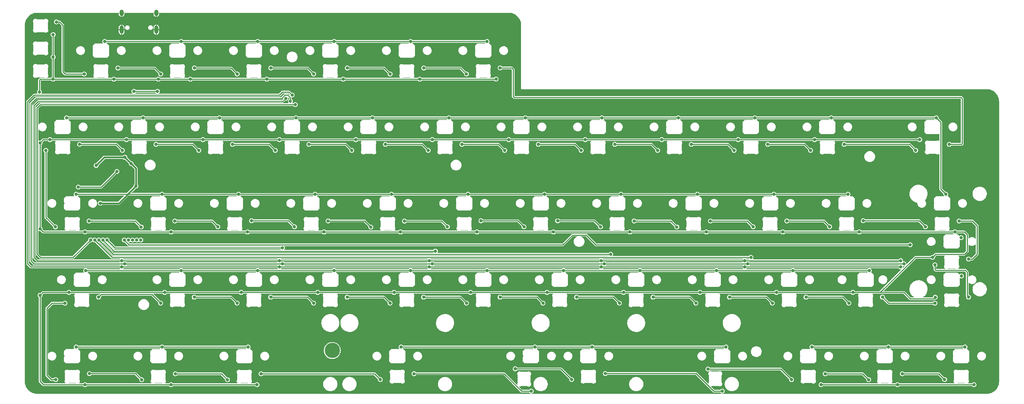
<source format=gbr>
G04 #@! TF.GenerationSoftware,KiCad,Pcbnew,(7.0.0)*
G04 #@! TF.CreationDate,2023-09-30T19:12:23+02:00*
G04 #@! TF.ProjectId,vootington gaming,766f6f74-696e-4677-946f-6e2067616d69,rev?*
G04 #@! TF.SameCoordinates,Original*
G04 #@! TF.FileFunction,Copper,L1,Top*
G04 #@! TF.FilePolarity,Positive*
%FSLAX46Y46*%
G04 Gerber Fmt 4.6, Leading zero omitted, Abs format (unit mm)*
G04 Created by KiCad (PCBNEW (7.0.0)) date 2023-09-30 19:12:23*
%MOMM*%
%LPD*%
G01*
G04 APERTURE LIST*
G04 #@! TA.AperFunction,ComponentPad*
%ADD10C,3.800000*%
G04 #@! TD*
G04 #@! TA.AperFunction,ComponentPad*
%ADD11O,1.000000X1.600000*%
G04 #@! TD*
G04 #@! TA.AperFunction,ComponentPad*
%ADD12O,1.000000X2.100000*%
G04 #@! TD*
G04 #@! TA.AperFunction,ViaPad*
%ADD13C,0.800000*%
G04 #@! TD*
G04 #@! TA.AperFunction,Conductor*
%ADD14C,0.250000*%
G04 #@! TD*
G04 #@! TA.AperFunction,Conductor*
%ADD15C,0.381000*%
G04 #@! TD*
G04 #@! TA.AperFunction,Conductor*
%ADD16C,0.200000*%
G04 #@! TD*
G04 APERTURE END LIST*
D10*
X103662500Y-97024000D03*
D11*
X51178999Y-12840624D03*
D12*
X51178999Y-17020624D03*
D11*
X59818999Y-12840624D03*
D12*
X59818999Y-17020624D03*
D13*
X211137500Y-77852846D03*
X175418750Y-77852846D03*
X95250000Y-77852846D03*
X55562500Y-14287500D03*
X33161691Y-30093250D03*
X32543750Y-36512500D03*
X33733366Y-36512500D03*
X30869887Y-83253275D03*
X93662500Y-31750000D03*
X92075000Y-34131250D03*
X93235088Y-34878338D03*
X93662500Y-33337500D03*
X94456250Y-35718750D03*
X60117000Y-32400611D03*
X54264856Y-32398821D03*
X30725044Y-32543750D03*
X44469891Y-69465606D03*
X44655249Y-36512500D03*
X96043750Y-36512500D03*
X30872000Y-66675000D03*
X30872000Y-45243750D03*
X262159750Y-85217000D03*
X262159750Y-83729334D03*
X247650000Y-70643750D03*
X120666149Y-67476587D03*
X139716149Y-67476587D03*
X176212500Y-82550000D03*
X214312500Y-82550000D03*
X42068750Y-67468750D03*
X49228649Y-29376587D03*
X63516149Y-67476587D03*
X258762500Y-67468750D03*
X68278649Y-29376587D03*
X225425000Y-105568750D03*
X195262500Y-82550000D03*
X196866149Y-67476587D03*
X233362500Y-82550000D03*
X63500000Y-105568750D03*
X52387500Y-44450000D03*
X34131250Y-18256250D03*
X119062500Y-82550000D03*
X147637500Y-44450000D03*
X71437500Y-44450000D03*
X38100000Y-82550000D03*
X125428649Y-29376587D03*
X250031250Y-44450000D03*
X84931250Y-105568750D03*
X253206250Y-73818750D03*
X60325000Y-29368750D03*
X144462500Y-29368750D03*
X158766149Y-67476587D03*
X61912500Y-82550000D03*
X82566149Y-67476587D03*
X215916149Y-67476587D03*
X223837500Y-44450000D03*
X33337500Y-44450000D03*
X42068750Y-105568750D03*
X34131250Y-29368750D03*
X109537500Y-44450000D03*
X250031250Y-44450000D03*
X90487500Y-44450000D03*
X204787500Y-44450000D03*
X100012500Y-82550000D03*
X263525000Y-105568750D03*
X157162500Y-82550000D03*
X177816149Y-67476587D03*
X166687500Y-44450000D03*
X185737500Y-44450000D03*
X101616149Y-67476587D03*
X138112500Y-82550000D03*
X128587500Y-44450000D03*
X244475000Y-105568750D03*
X80962500Y-82550000D03*
X234966149Y-67476587D03*
X34131250Y-23812500D03*
X106378649Y-29376587D03*
X87328649Y-29376587D03*
X34131250Y-41275000D03*
X250031250Y-76993750D03*
X57593452Y-56074907D03*
X134143750Y-60325000D03*
X40703500Y-47117000D03*
X72231250Y-41275000D03*
X97853500Y-47117000D03*
X53181250Y-41275000D03*
X202628500Y-85217000D03*
X62706250Y-22225000D03*
X183578500Y-85217000D03*
X117475000Y-98425000D03*
X151407694Y-64688560D03*
X75165166Y-64681674D03*
X218051796Y-102817213D03*
X56065792Y-64736411D03*
X155003500Y-47117000D03*
X170618675Y-72193675D03*
X119856250Y-79375000D03*
X117475000Y-98425000D03*
X250825000Y-41275000D03*
X215106250Y-79375000D03*
X137091505Y-26575155D03*
X45466000Y-85217000D03*
X119856250Y-79375000D03*
X237294441Y-102826775D03*
X212153500Y-47117000D03*
X57580159Y-54998130D03*
X186531250Y-41275000D03*
X118057654Y-26582992D03*
X229393750Y-60325000D03*
X96043750Y-60325000D03*
X81756250Y-79375000D03*
X34131250Y-41275000D03*
X62706250Y-79375000D03*
X60907654Y-26582992D03*
X34676825Y-64725845D03*
X148431250Y-41275000D03*
X78803500Y-47117000D03*
X174053500Y-47117000D03*
X88328500Y-85217000D03*
X110331250Y-41275000D03*
X129381250Y-41275000D03*
X253867831Y-83746645D03*
X219868750Y-98425000D03*
X55562500Y-77852846D03*
X238918750Y-98425000D03*
X76993750Y-60325000D03*
X77558776Y-102835094D03*
X224631250Y-41275000D03*
X57943750Y-98425000D03*
X167481250Y-41275000D03*
X227545463Y-64662224D03*
X221678500Y-85217000D03*
X231203500Y-47117000D03*
X164528500Y-85217000D03*
X53181250Y-41275000D03*
X100806250Y-79375000D03*
X115093750Y-60325000D03*
X57943750Y-60325000D03*
X255587500Y-69850000D03*
X49212500Y-39752846D03*
X257968750Y-98425000D03*
X100806250Y-79375000D03*
X79957654Y-26582992D03*
X34761802Y-102793287D03*
X36512500Y-60325000D03*
X36512500Y-60325000D03*
X76993750Y-60325000D03*
X132556250Y-77852846D03*
X219868750Y-98425000D03*
X165100000Y-98425000D03*
X262159750Y-75692000D03*
X157956250Y-79375000D03*
X36512500Y-98425000D03*
X116903500Y-47117000D03*
X58262794Y-30405646D03*
X177006250Y-79375000D03*
X177006250Y-79375000D03*
X208520000Y-64710598D03*
X110331250Y-41275000D03*
X28575000Y-19843750D03*
X53727246Y-22029988D03*
X38893750Y-79375000D03*
X57943750Y-60325000D03*
X257968750Y-98425000D03*
X157956250Y-79375000D03*
X49818017Y-46588115D03*
X191293750Y-60325000D03*
X153193750Y-60325000D03*
X99007654Y-26582992D03*
X255587500Y-79375000D03*
X229393750Y-60325000D03*
X100806250Y-22225000D03*
X215106250Y-79375000D03*
X79375000Y-98425000D03*
X165100000Y-98425000D03*
X96043750Y-60325000D03*
X198437500Y-98425000D03*
X234156250Y-79375000D03*
X138906250Y-79375000D03*
X44847728Y-47985388D03*
X134143750Y-60325000D03*
X49212500Y-54768750D03*
X81756250Y-79375000D03*
X251417155Y-64714326D03*
X145478500Y-85217000D03*
X205581250Y-41275000D03*
X148431250Y-41275000D03*
X115643164Y-102803683D03*
X172243750Y-60325000D03*
X79375000Y-98425000D03*
X91281250Y-41275000D03*
X153193750Y-60325000D03*
X107378500Y-85217000D03*
X170468864Y-64710598D03*
X57943750Y-98425000D03*
X28575000Y-25400000D03*
X45574303Y-63315344D03*
X41857654Y-26582992D03*
X238918750Y-98425000D03*
X72231250Y-41275000D03*
X138906250Y-22225000D03*
X167481250Y-41275000D03*
X253206250Y-60325000D03*
X113254553Y-64768221D03*
X150812500Y-98425000D03*
X210343750Y-60325000D03*
X172243750Y-60325000D03*
X138906250Y-79375000D03*
X186531250Y-41275000D03*
X91281250Y-41275000D03*
X36512500Y-98425000D03*
X253206250Y-60325000D03*
X196056250Y-79375000D03*
X250825000Y-41275000D03*
X69278500Y-85217000D03*
X119856250Y-22225000D03*
X51593750Y-25858492D03*
X234156250Y-79375000D03*
X240728500Y-85217000D03*
X43656250Y-22225000D03*
X81756250Y-22225000D03*
X255587500Y-79375000D03*
X196850000Y-107156250D03*
X38893750Y-79375000D03*
X115093750Y-60325000D03*
X256211185Y-102778787D03*
X193103500Y-47117000D03*
X129381250Y-41275000D03*
X54603119Y-48882362D03*
X149225000Y-107156250D03*
X62706250Y-79375000D03*
X163254694Y-102812468D03*
X205581250Y-41275000D03*
X59753500Y-47117000D03*
X56179568Y-102837221D03*
X189499106Y-64733776D03*
X198437500Y-98425000D03*
X257397250Y-47117000D03*
X126428500Y-85217000D03*
X57049500Y-22040311D03*
X132345154Y-64682992D03*
X196056250Y-79375000D03*
X94249611Y-64705077D03*
X191293750Y-60325000D03*
X210343750Y-60325000D03*
X135953500Y-47117000D03*
X28575000Y-14287500D03*
X39363551Y-54286517D03*
X66025216Y-77128346D03*
X156512716Y-58078346D03*
X227950216Y-39028346D03*
X118412716Y-58078346D03*
X66025216Y-19978346D03*
X37450216Y-39028346D03*
X260307055Y-68900000D03*
X260393000Y-78467970D03*
X94600216Y-39028346D03*
X232114889Y-58080384D03*
X213662716Y-58078346D03*
X142225216Y-19978346D03*
X104125216Y-77128346D03*
X61262716Y-96178346D03*
X104125216Y-19978346D03*
X170800216Y-39028346D03*
X120793966Y-96178346D03*
X218425216Y-77128346D03*
X154131466Y-96178346D03*
X80312716Y-58078346D03*
X52003000Y-48854048D03*
X194612716Y-58078346D03*
X137462716Y-58078346D03*
X75550216Y-39028346D03*
X223187716Y-96178346D03*
X85075216Y-19978346D03*
X180325216Y-77128346D03*
X45883678Y-60295009D03*
X208900216Y-39028346D03*
X142225216Y-77128346D03*
X189850216Y-39028346D03*
X151750216Y-39028346D03*
X199375216Y-77128346D03*
X85075216Y-77128346D03*
X61262716Y-58078346D03*
X123175216Y-77128346D03*
X175562716Y-58078346D03*
X46975216Y-19978346D03*
X161275216Y-77128346D03*
X53571724Y-50422772D03*
X123175216Y-19978346D03*
X99362716Y-58078346D03*
X82693966Y-96178346D03*
X42212716Y-77128346D03*
X56500216Y-39028346D03*
X39831466Y-58078346D03*
X132700216Y-39028346D03*
X256525216Y-58078346D03*
X261287716Y-96178346D03*
X201756466Y-96178346D03*
X168418966Y-96178346D03*
X113650216Y-39028346D03*
X242237716Y-96178346D03*
X237475216Y-77128346D03*
X54768750Y-56018750D03*
X44816711Y-50889504D03*
X39831466Y-96178346D03*
X254143966Y-39028346D03*
X47586765Y-69487397D03*
X203771500Y-47117000D03*
X193103500Y-45629334D03*
X140727154Y-64682992D03*
X151407694Y-66176226D03*
X262159750Y-74204334D03*
X259799155Y-64714326D03*
X145478500Y-83729334D03*
X156146500Y-85217000D03*
X37084000Y-85217000D03*
X34761802Y-104280953D03*
X163290250Y-104267000D03*
X149225000Y-101600000D03*
X174053500Y-45629334D03*
X184721500Y-47117000D03*
X121636553Y-64768221D03*
X132345154Y-66170658D03*
X175196500Y-85217000D03*
X164528500Y-83729334D03*
X153193750Y-107156250D03*
X124025164Y-102803683D03*
X43457840Y-69453058D03*
X207962500Y-73818750D03*
X90487500Y-74612500D03*
X51838145Y-69492566D03*
X245268750Y-74612500D03*
X51167204Y-74612500D03*
X206375000Y-74612500D03*
X127793750Y-74612500D03*
X170656250Y-74612500D03*
X51960954Y-75406250D03*
X171450000Y-75406250D03*
X128587500Y-75406250D03*
X246062500Y-75406250D03*
X91281250Y-75406250D03*
X52877060Y-69506883D03*
X207168750Y-75406250D03*
X173037500Y-73025000D03*
X127793750Y-76200000D03*
X170656250Y-76200000D03*
X90487500Y-76200000D03*
X51167204Y-76200000D03*
X53899758Y-69504982D03*
X206375000Y-76200000D03*
X245268750Y-76200000D03*
X32321500Y-47117000D03*
X34676825Y-66213511D03*
X40715779Y-45622085D03*
X51383500Y-47129000D03*
X70421500Y-47117000D03*
X59753500Y-45629334D03*
X89471500Y-47117000D03*
X78803500Y-45629334D03*
X108521500Y-47117000D03*
X97853500Y-45629334D03*
X127571500Y-47117000D03*
X116903500Y-45629334D03*
X146621500Y-47117000D03*
X135953500Y-45629334D03*
X165671500Y-47117000D03*
X155003500Y-45629334D03*
X212153500Y-45629334D03*
X222821500Y-47117000D03*
X249015250Y-47117000D03*
X231203500Y-45629334D03*
X102631611Y-64705077D03*
X113254553Y-66255887D03*
X94249611Y-66192743D03*
X83547166Y-64681674D03*
X64447792Y-64736411D03*
X75165166Y-66169340D03*
X56065792Y-66224077D03*
X43058825Y-64725845D03*
X251417155Y-66201992D03*
X235927463Y-64662224D03*
X216902000Y-64710598D03*
X227545463Y-66149890D03*
X197881106Y-64733776D03*
X208520000Y-66198264D03*
X178850864Y-64710598D03*
X189499106Y-66221442D03*
X159789694Y-64688560D03*
X170468864Y-66198264D03*
X183578500Y-83729334D03*
X194246500Y-85217000D03*
X213296500Y-85217000D03*
X202628500Y-83729334D03*
X221678500Y-83729334D03*
X232346500Y-85217000D03*
X253777750Y-75692000D03*
X240728500Y-83729334D03*
X45466000Y-83729334D03*
X60896500Y-85217000D03*
X69278500Y-83729334D03*
X79946500Y-85217000D03*
X98996500Y-85217000D03*
X88328500Y-83729334D03*
X107378500Y-83729334D03*
X118046500Y-85217000D03*
X137096500Y-85217000D03*
X126428500Y-83729334D03*
X85940776Y-102835094D03*
X115643164Y-104291349D03*
X77558776Y-104322760D03*
X64561568Y-102837221D03*
X56179568Y-104324887D03*
X43143802Y-102793287D03*
X253777750Y-85217000D03*
X256211185Y-104266453D03*
X245662542Y-102835094D03*
X237280542Y-104322760D03*
X226433796Y-102817213D03*
X218051796Y-104304879D03*
X197260955Y-101671773D03*
X200818750Y-107156250D03*
X171672250Y-102779334D03*
X129381250Y-72231250D03*
X45525152Y-69499813D03*
X91281250Y-71437500D03*
X46547850Y-69501714D03*
X54955019Y-69470775D03*
X50006250Y-52387500D03*
X40396738Y-56280537D03*
X55967070Y-69458227D03*
X257397250Y-45629334D03*
X145473505Y-26575155D03*
X137091505Y-28062821D03*
X126439654Y-26582992D03*
X118057654Y-28070658D03*
X107389654Y-26582992D03*
X99007654Y-28070658D03*
X88339654Y-26582992D03*
X79957654Y-28070658D03*
X69289654Y-26582992D03*
X60907654Y-28070658D03*
X50239654Y-26582992D03*
X34925000Y-15081250D03*
X41857654Y-28070658D03*
D14*
X104125216Y-77128346D02*
X85075216Y-77128346D01*
X161275216Y-77128346D02*
X142225216Y-77128346D01*
X219075000Y-77128346D02*
X199375216Y-77128346D01*
X219075000Y-77128346D02*
X218425216Y-77128346D01*
X237475216Y-77128346D02*
X219075000Y-77128346D01*
X39831466Y-58078346D02*
X61262716Y-58078346D01*
X61264754Y-58080384D02*
X61262716Y-58078346D01*
X232114889Y-58080384D02*
X61264754Y-58080384D01*
X30869887Y-104688637D02*
X31750000Y-105568750D01*
X31750000Y-105568750D02*
X42068750Y-105568750D01*
X30869887Y-83253275D02*
X30869887Y-104688637D01*
X38100000Y-82550000D02*
X31573162Y-82550000D01*
X31573162Y-82550000D02*
X30869887Y-83253275D01*
X93235088Y-33977400D02*
X93235088Y-34878338D01*
X92595188Y-33337500D02*
X93235088Y-33977400D01*
X91843445Y-33337500D02*
X92595188Y-33337500D01*
X28575000Y-35491390D02*
X29935140Y-34131250D01*
X91049695Y-34131250D02*
X91843445Y-33337500D01*
X28575000Y-74612500D02*
X28575000Y-35491390D01*
X29368750Y-75406250D02*
X28575000Y-74612500D01*
X29935140Y-34131250D02*
X91049695Y-34131250D01*
X51960954Y-75406250D02*
X29368750Y-75406250D01*
X91281250Y-32543750D02*
X92868750Y-32543750D01*
X90487500Y-33337500D02*
X91281250Y-32543750D01*
X92868750Y-32543750D02*
X93662500Y-33337500D01*
X29368750Y-33337500D02*
X90487500Y-33337500D01*
X27781250Y-75406250D02*
X27781250Y-34925000D01*
X30956250Y-76200000D02*
X28575000Y-76200000D01*
X28575000Y-76200000D02*
X27781250Y-75406250D01*
X27781250Y-34925000D02*
X29368750Y-33337500D01*
X92075000Y-34131250D02*
X91281250Y-34925000D01*
X30406050Y-34925000D02*
X91281250Y-34925000D01*
X30147000Y-46053000D02*
X30147000Y-66675000D01*
X30162500Y-46037500D02*
X30147000Y-46053000D01*
X30940057Y-35718750D02*
X30147000Y-36511807D01*
X94456250Y-35718750D02*
X30940057Y-35718750D01*
X30147000Y-36511807D02*
X30147000Y-46022000D01*
X30147000Y-46022000D02*
X30162500Y-46037500D01*
X60115210Y-32398821D02*
X60117000Y-32400611D01*
X54264856Y-32398821D02*
X60115210Y-32398821D01*
X30725044Y-29599956D02*
X30725044Y-32543750D01*
X30956250Y-29368750D02*
X30725044Y-29599956D01*
X52989329Y-70643750D02*
X51838145Y-69492566D01*
X161131250Y-70643750D02*
X52989329Y-70643750D01*
X163512500Y-68262500D02*
X161131250Y-70643750D01*
X166938983Y-68262500D02*
X163512500Y-68262500D01*
X247650000Y-70643750D02*
X169320233Y-70643750D01*
X169320233Y-70643750D02*
X166938983Y-68262500D01*
X91281250Y-71437500D02*
X49536868Y-71437500D01*
X49536868Y-71437500D02*
X47586765Y-69487397D01*
X49277386Y-72231250D02*
X46547850Y-69501714D01*
X129381250Y-72231250D02*
X49277386Y-72231250D01*
X45525152Y-69504321D02*
X45525152Y-69499813D01*
X49045831Y-73025000D02*
X45525152Y-69504321D01*
X173037500Y-73025000D02*
X49045831Y-73025000D01*
X44469891Y-69469857D02*
X44469891Y-69465606D01*
X50006250Y-73818750D02*
X48818784Y-73818750D01*
X48818784Y-73818750D02*
X44469891Y-69469857D01*
X207962500Y-73818750D02*
X50006250Y-73818750D01*
X39092148Y-73818750D02*
X43457840Y-69453058D01*
X30162500Y-73025000D02*
X30956250Y-73818750D01*
X30147000Y-73025000D02*
X30162500Y-73025000D01*
X30956250Y-73818750D02*
X39092148Y-73818750D01*
X30147000Y-66675000D02*
X30147000Y-73025000D01*
X30162500Y-74612500D02*
X29368750Y-73818750D01*
X51167204Y-74612500D02*
X30162500Y-74612500D01*
X29368750Y-73818750D02*
X29368750Y-35962300D01*
X30147000Y-66675000D02*
X30147000Y-67453250D01*
X30956250Y-76200000D02*
X51167204Y-76200000D01*
X30162500Y-76200000D02*
X30956250Y-76200000D01*
X29368750Y-35962300D02*
X30406050Y-34925000D01*
X30147000Y-67453250D02*
X30162500Y-67468750D01*
X30872000Y-66675000D02*
X30872000Y-45243750D01*
X31665750Y-67468750D02*
X30872000Y-66675000D01*
X32543750Y-67468750D02*
X31665750Y-67468750D01*
X42068750Y-67468750D02*
X32543750Y-67468750D01*
X31665750Y-44450000D02*
X30872000Y-45243750D01*
X33337500Y-44450000D02*
X31665750Y-44450000D01*
X217487500Y-44450000D02*
X33337500Y-44450000D01*
X217487500Y-44450000D02*
X250031250Y-44450000D01*
X223837500Y-44450000D02*
X217487500Y-44450000D01*
X177077273Y-67468750D02*
X42068750Y-67468750D01*
X258762500Y-67468750D02*
X177077273Y-67468750D01*
X254000000Y-76993750D02*
X253777750Y-76771500D01*
X253777750Y-76771500D02*
X253777750Y-75692000D01*
X261823750Y-77473581D02*
X261343919Y-76993750D01*
X261823750Y-83393334D02*
X261823750Y-77473581D01*
X262159750Y-83729334D02*
X261823750Y-83393334D01*
X261343919Y-76993750D02*
X254000000Y-76993750D01*
X253489326Y-84125150D02*
X253867831Y-83746645D01*
X247637650Y-84125150D02*
X253489326Y-84125150D01*
X246062500Y-82550000D02*
X247637650Y-84125150D01*
X240174912Y-82550000D02*
X246062500Y-82550000D01*
X242216166Y-85217000D02*
X240728500Y-83729334D01*
X253777750Y-85217000D02*
X242216166Y-85217000D01*
X261823750Y-68148750D02*
X261143750Y-67468750D01*
X248906162Y-73818750D02*
X248278081Y-74446831D01*
X34131250Y-29368750D02*
X49220812Y-29368750D01*
X34131250Y-29368750D02*
X34131250Y-18256250D01*
X49220812Y-29368750D02*
X49228649Y-29376587D01*
X253206250Y-73818750D02*
X248906162Y-73818750D01*
X254793750Y-73025000D02*
X256381250Y-73025000D01*
X254000000Y-73025000D02*
X253206250Y-73818750D01*
X68278649Y-29376587D02*
X49228649Y-29376587D01*
X261143750Y-73025000D02*
X261823750Y-72345000D01*
X225425000Y-105568750D02*
X263525000Y-105568750D01*
X261823750Y-72345000D02*
X261823750Y-68148750D01*
X68278649Y-29376587D02*
X144454663Y-29376587D01*
X144454663Y-29376587D02*
X144462500Y-29368750D01*
X256381250Y-73025000D02*
X254000000Y-73025000D01*
X256381250Y-73025000D02*
X261143750Y-73025000D01*
X34131250Y-29368750D02*
X30956250Y-29368750D01*
X42068750Y-105568750D02*
X84931250Y-105568750D01*
X248278081Y-74446831D02*
X240174912Y-82550000D01*
X261143750Y-67468750D02*
X258762500Y-67468750D01*
X240174912Y-82550000D02*
X233362500Y-82550000D01*
X233362500Y-82550000D02*
X38100000Y-82550000D01*
X142225216Y-77128346D02*
X104125216Y-77128346D01*
D15*
X45883678Y-60295009D02*
X50492491Y-60295009D01*
D14*
X199375216Y-77128346D02*
X161275216Y-77128346D01*
D15*
X44816711Y-50889504D02*
X46852167Y-48854048D01*
X54768750Y-51619798D02*
X54768750Y-52167057D01*
D14*
X255239873Y-40124253D02*
X254143966Y-39028346D01*
X223187716Y-96178346D02*
X261287716Y-96178346D01*
X255239873Y-50006250D02*
X255239873Y-40124253D01*
D15*
X46852167Y-48854048D02*
X52003000Y-48854048D01*
D14*
X255240689Y-50007066D02*
X255239873Y-50006250D01*
D16*
X250341154Y-39028346D02*
X254143966Y-39028346D01*
D15*
X54768750Y-56018750D02*
X54768750Y-52167057D01*
D14*
X256525216Y-58078346D02*
X255239873Y-56793003D01*
X254143966Y-39028346D02*
X37450216Y-39028346D01*
X255239873Y-56793003D02*
X255239873Y-50006250D01*
X255240689Y-50544244D02*
X255240689Y-50007066D01*
D15*
X53571724Y-50422772D02*
X54768750Y-51619798D01*
D14*
X85075216Y-77128346D02*
X42212716Y-77128346D01*
X39831466Y-96178346D02*
X82693966Y-96178346D01*
D15*
X50492491Y-60295009D02*
X54768750Y-56018750D01*
D14*
X120793966Y-96178346D02*
X201756466Y-96178346D01*
D15*
X52003000Y-48854048D02*
X53571724Y-50422772D01*
D14*
X46975216Y-19978346D02*
X142225216Y-19978346D01*
X202283834Y-45629334D02*
X193103500Y-45629334D01*
X203771500Y-47117000D02*
X202283834Y-45629334D01*
X140727154Y-64682992D02*
X149914460Y-64682992D01*
X149914460Y-64682992D02*
X151407694Y-66176226D01*
X264318750Y-73025000D02*
X263139416Y-74204334D01*
X263139416Y-74204334D02*
X262159750Y-74204334D01*
X263151826Y-64714326D02*
X264318750Y-65881250D01*
X259799155Y-64714326D02*
X263151826Y-64714326D01*
X264318750Y-65881250D02*
X264318750Y-73025000D01*
X145478500Y-83729334D02*
X154658834Y-83729334D01*
X154658834Y-83729334D02*
X156146500Y-85217000D01*
X33637203Y-104280953D02*
X34761802Y-104280953D01*
X33845500Y-85217000D02*
X32543750Y-86518750D01*
X37084000Y-85217000D02*
X33845500Y-85217000D01*
X32543750Y-103187500D02*
X33637203Y-104280953D01*
X32543750Y-86518750D02*
X32543750Y-103187500D01*
X160623250Y-101600000D02*
X163290250Y-104267000D01*
X149225000Y-101600000D02*
X160623250Y-101600000D01*
X184721500Y-47117000D02*
X183233834Y-45629334D01*
X183233834Y-45629334D02*
X174053500Y-45629334D01*
X130942717Y-64768221D02*
X132345154Y-66170658D01*
X121636553Y-64768221D02*
X130942717Y-64768221D01*
X173708834Y-83729334D02*
X175196500Y-85217000D01*
X164528500Y-83729334D02*
X173708834Y-83729334D01*
X150812500Y-107156250D02*
X153193750Y-107156250D01*
X124025164Y-102803683D02*
X146459933Y-102803683D01*
X146459933Y-102803683D02*
X150812500Y-107156250D01*
X206375000Y-74612500D02*
X51167204Y-74612500D01*
X206375000Y-74612500D02*
X245268750Y-74612500D01*
X246062500Y-75406250D02*
X207168750Y-75406250D01*
X207168750Y-75406250D02*
X51960954Y-75406250D01*
X245268750Y-76200000D02*
X51167204Y-76200000D01*
X34676825Y-66213511D02*
X32321500Y-63858186D01*
X32321500Y-63858186D02*
X32321500Y-47117000D01*
X40715779Y-45622085D02*
X49876585Y-45622085D01*
X49876585Y-45622085D02*
X51371500Y-47117000D01*
X70421500Y-47117000D02*
X68933834Y-45629334D01*
X68933834Y-45629334D02*
X59753500Y-45629334D01*
X89471500Y-47117000D02*
X87983834Y-45629334D01*
X87983834Y-45629334D02*
X78803500Y-45629334D01*
X108521500Y-47117000D02*
X107033834Y-45629334D01*
X107033834Y-45629334D02*
X97853500Y-45629334D01*
X126083834Y-45629334D02*
X116903500Y-45629334D01*
X127571500Y-47117000D02*
X126083834Y-45629334D01*
X145133834Y-45629334D02*
X135953500Y-45629334D01*
X146621500Y-47117000D02*
X145133834Y-45629334D01*
X164183834Y-45629334D02*
X155003500Y-45629334D01*
X165671500Y-47117000D02*
X164183834Y-45629334D01*
X221333834Y-45629334D02*
X212153500Y-45629334D01*
X222821500Y-47117000D02*
X221333834Y-45629334D01*
X247527584Y-45629334D02*
X231203500Y-45629334D01*
X249015250Y-47117000D02*
X247527584Y-45629334D01*
X111703743Y-64705077D02*
X113254553Y-66255887D01*
X102631611Y-64705077D02*
X111703743Y-64705077D01*
X83547166Y-64681674D02*
X92738542Y-64681674D01*
X92738542Y-64681674D02*
X94249611Y-66192743D01*
X64447792Y-64736411D02*
X73732237Y-64736411D01*
X73732237Y-64736411D02*
X75165166Y-66169340D01*
X54567560Y-64725845D02*
X56065792Y-66224077D01*
X43058825Y-64725845D02*
X54567560Y-64725845D01*
X235927463Y-64662224D02*
X249877387Y-64662224D01*
X249877387Y-64662224D02*
X251417155Y-66201992D01*
X216902000Y-64710598D02*
X226106171Y-64710598D01*
X226106171Y-64710598D02*
X227545463Y-66149890D01*
X207055512Y-64733776D02*
X208520000Y-66198264D01*
X197881106Y-64733776D02*
X207055512Y-64733776D01*
X178850864Y-64710598D02*
X187988262Y-64710598D01*
X187988262Y-64710598D02*
X189499106Y-66221442D01*
X159789694Y-64688560D02*
X168959160Y-64688560D01*
X168959160Y-64688560D02*
X170468864Y-66198264D01*
X192758834Y-83729334D02*
X194246500Y-85217000D01*
X183578500Y-83729334D02*
X192758834Y-83729334D01*
X202628500Y-83729334D02*
X211808834Y-83729334D01*
X211808834Y-83729334D02*
X213296500Y-85217000D01*
X230858834Y-83729334D02*
X232346500Y-85217000D01*
X221678500Y-83729334D02*
X230858834Y-83729334D01*
X46146584Y-83048750D02*
X58728250Y-83048750D01*
X45466000Y-83729334D02*
X46146584Y-83048750D01*
X58728250Y-83048750D02*
X60896500Y-85217000D01*
X78458834Y-83729334D02*
X79946500Y-85217000D01*
X69278500Y-83729334D02*
X78458834Y-83729334D01*
X97508834Y-83729334D02*
X98996500Y-85217000D01*
X88328500Y-83729334D02*
X97508834Y-83729334D01*
X107378500Y-83729334D02*
X116558834Y-83729334D01*
X116558834Y-83729334D02*
X118046500Y-85217000D01*
X126428500Y-83729334D02*
X135608834Y-83729334D01*
X135608834Y-83729334D02*
X137096500Y-85217000D01*
X85940776Y-102835094D02*
X114186909Y-102835094D01*
X114186909Y-102835094D02*
X115643164Y-104291349D01*
X76073237Y-102837221D02*
X77558776Y-104322760D01*
X64561568Y-102837221D02*
X76073237Y-102837221D01*
X54647968Y-102793287D02*
X56179568Y-104324887D01*
X43143802Y-102793287D02*
X54647968Y-102793287D01*
X254779826Y-102835094D02*
X256211185Y-104266453D01*
X245662542Y-102835094D02*
X254779826Y-102835094D01*
X235774995Y-102817213D02*
X237280542Y-104322760D01*
X226433796Y-102817213D02*
X235774995Y-102817213D01*
X197260955Y-101671773D02*
X215418690Y-101671773D01*
X215418690Y-101671773D02*
X218051796Y-104304879D01*
X198694893Y-107156250D02*
X200818750Y-107156250D01*
X171672250Y-102779334D02*
X194317977Y-102779334D01*
X194317977Y-102779334D02*
X198694893Y-107156250D01*
X40396738Y-56280537D02*
X46113213Y-56280537D01*
X46113213Y-56280537D02*
X50006250Y-52387500D01*
X260604000Y-45466000D02*
X260604000Y-34163000D01*
X149002750Y-33909000D02*
X148717000Y-33623250D01*
X148368155Y-26575155D02*
X145473505Y-26575155D01*
X260440666Y-45629334D02*
X260604000Y-45466000D01*
X148717000Y-26924000D02*
X148368155Y-26575155D01*
X257397250Y-45629334D02*
X260440666Y-45629334D01*
X260604000Y-34163000D02*
X260350000Y-33909000D01*
X260350000Y-33909000D02*
X149002750Y-33909000D01*
X148717000Y-33623250D02*
X148717000Y-26924000D01*
X135611676Y-26582992D02*
X137091505Y-28062821D01*
X126439654Y-26582992D02*
X135611676Y-26582992D01*
X116569988Y-26582992D02*
X118057654Y-28070658D01*
X107389654Y-26582992D02*
X116569988Y-26582992D01*
X97519988Y-26582992D02*
X99007654Y-28070658D01*
X88339654Y-26582992D02*
X97519988Y-26582992D01*
X69289654Y-26582992D02*
X78469988Y-26582992D01*
X78469988Y-26582992D02*
X79957654Y-28070658D01*
X59419988Y-26582992D02*
X60907654Y-28070658D01*
X50239654Y-26582992D02*
X59419988Y-26582992D01*
X36512500Y-27462397D02*
X37120761Y-28070658D01*
X35718750Y-15081250D02*
X36512500Y-15875000D01*
X36512500Y-15875000D02*
X36512500Y-27462397D01*
X34925000Y-15081250D02*
X35718750Y-15081250D01*
X37120761Y-28070658D02*
X41857654Y-28070658D01*
G04 #@! TA.AperFunction,Conductor*
G36*
X30491000Y-67139562D02*
G01*
X30569159Y-67199536D01*
X30715238Y-67260044D01*
X30872000Y-67280682D01*
X30994823Y-67264511D01*
X31000020Y-67265023D01*
X31004455Y-67267781D01*
X31425181Y-67688507D01*
X31425859Y-67689247D01*
X31452649Y-67721175D01*
X31452651Y-67721177D01*
X31453295Y-67721944D01*
X31478228Y-67736339D01*
X31490260Y-67743286D01*
X31491106Y-67743825D01*
X31526066Y-67768304D01*
X31538649Y-67771675D01*
X31541423Y-67772824D01*
X31552705Y-67779338D01*
X31594730Y-67786747D01*
X31595702Y-67786963D01*
X31636943Y-67798014D01*
X31679461Y-67794293D01*
X31680463Y-67794250D01*
X32515275Y-67794250D01*
X32572225Y-67794250D01*
X41555929Y-67794250D01*
X41561015Y-67795436D01*
X41565053Y-67798749D01*
X41640468Y-67897032D01*
X41765909Y-67993286D01*
X41911988Y-68053794D01*
X42068750Y-68074432D01*
X42225512Y-68053794D01*
X42371591Y-67993286D01*
X42497032Y-67897032D01*
X42572446Y-67798749D01*
X42576485Y-67795436D01*
X42581571Y-67794250D01*
X62997314Y-67794250D01*
X63002400Y-67795436D01*
X63006438Y-67798749D01*
X63081853Y-67897032D01*
X63087867Y-67904869D01*
X63213308Y-68001123D01*
X63359387Y-68061631D01*
X63516149Y-68082269D01*
X63672911Y-68061631D01*
X63818990Y-68001123D01*
X63944431Y-67904869D01*
X64025859Y-67798749D01*
X64029898Y-67795436D01*
X64034984Y-67794250D01*
X82047314Y-67794250D01*
X82052400Y-67795436D01*
X82056438Y-67798749D01*
X82131853Y-67897032D01*
X82137867Y-67904869D01*
X82263308Y-68001123D01*
X82409387Y-68061631D01*
X82566149Y-68082269D01*
X82722911Y-68061631D01*
X82868990Y-68001123D01*
X82994431Y-67904869D01*
X83075859Y-67798749D01*
X83079898Y-67795436D01*
X83084984Y-67794250D01*
X101097314Y-67794250D01*
X101102400Y-67795436D01*
X101106438Y-67798749D01*
X101181853Y-67897032D01*
X101187867Y-67904869D01*
X101313308Y-68001123D01*
X101459387Y-68061631D01*
X101616149Y-68082269D01*
X101772911Y-68061631D01*
X101918990Y-68001123D01*
X102044431Y-67904869D01*
X102125859Y-67798749D01*
X102129898Y-67795436D01*
X102134984Y-67794250D01*
X120147314Y-67794250D01*
X120152400Y-67795436D01*
X120156438Y-67798749D01*
X120231853Y-67897032D01*
X120237867Y-67904869D01*
X120363308Y-68001123D01*
X120509387Y-68061631D01*
X120666149Y-68082269D01*
X120822911Y-68061631D01*
X120968990Y-68001123D01*
X121094431Y-67904869D01*
X121175859Y-67798749D01*
X121179898Y-67795436D01*
X121184984Y-67794250D01*
X139197314Y-67794250D01*
X139202400Y-67795436D01*
X139206438Y-67798749D01*
X139281853Y-67897032D01*
X139287867Y-67904869D01*
X139413308Y-68001123D01*
X139559387Y-68061631D01*
X139716149Y-68082269D01*
X139872911Y-68061631D01*
X140018990Y-68001123D01*
X140144431Y-67904869D01*
X140225859Y-67798749D01*
X140229898Y-67795436D01*
X140234984Y-67794250D01*
X158247314Y-67794250D01*
X158252400Y-67795436D01*
X158256438Y-67798749D01*
X158331853Y-67897032D01*
X158337867Y-67904869D01*
X158463308Y-68001123D01*
X158609387Y-68061631D01*
X158766149Y-68082269D01*
X158922911Y-68061631D01*
X159068990Y-68001123D01*
X159194431Y-67904869D01*
X159275859Y-67798749D01*
X159279898Y-67795436D01*
X159284984Y-67794250D01*
X177048798Y-67794250D01*
X177105748Y-67794250D01*
X177297314Y-67794250D01*
X177302400Y-67795436D01*
X177306438Y-67798749D01*
X177381853Y-67897032D01*
X177387867Y-67904869D01*
X177513308Y-68001123D01*
X177659387Y-68061631D01*
X177816149Y-68082269D01*
X177972911Y-68061631D01*
X178118990Y-68001123D01*
X178244431Y-67904869D01*
X178325859Y-67798749D01*
X178329898Y-67795436D01*
X178334984Y-67794250D01*
X196347314Y-67794250D01*
X196352400Y-67795436D01*
X196356438Y-67798749D01*
X196431853Y-67897032D01*
X196437867Y-67904869D01*
X196563308Y-68001123D01*
X196709387Y-68061631D01*
X196866149Y-68082269D01*
X197022911Y-68061631D01*
X197168990Y-68001123D01*
X197294431Y-67904869D01*
X197375859Y-67798749D01*
X197379898Y-67795436D01*
X197384984Y-67794250D01*
X215397314Y-67794250D01*
X215402400Y-67795436D01*
X215406438Y-67798749D01*
X215481853Y-67897032D01*
X215487867Y-67904869D01*
X215613308Y-68001123D01*
X215759387Y-68061631D01*
X215916149Y-68082269D01*
X216072911Y-68061631D01*
X216218990Y-68001123D01*
X216344431Y-67904869D01*
X216425859Y-67798749D01*
X216429898Y-67795436D01*
X216434984Y-67794250D01*
X234447314Y-67794250D01*
X234452400Y-67795436D01*
X234456438Y-67798749D01*
X234531853Y-67897032D01*
X234537867Y-67904869D01*
X234663308Y-68001123D01*
X234809387Y-68061631D01*
X234966149Y-68082269D01*
X235122911Y-68061631D01*
X235268990Y-68001123D01*
X235394431Y-67904869D01*
X235475859Y-67798749D01*
X235479898Y-67795436D01*
X235484984Y-67794250D01*
X258249679Y-67794250D01*
X258254765Y-67795436D01*
X258258803Y-67798749D01*
X258334218Y-67897032D01*
X258459659Y-67993286D01*
X258498335Y-68009306D01*
X258603391Y-68052822D01*
X258609132Y-68058026D01*
X258610269Y-68065691D01*
X258606286Y-68072337D01*
X258598990Y-68074947D01*
X256426796Y-68074947D01*
X256425179Y-68076563D01*
X256425178Y-68076564D01*
X255920413Y-68581329D01*
X255920412Y-68581330D01*
X255918796Y-68582947D01*
X255918796Y-71122947D01*
X256426796Y-71630947D01*
X259472509Y-71630947D01*
X259474796Y-71630947D01*
X259982796Y-71122947D01*
X259982796Y-69431421D01*
X259985817Y-69423652D01*
X259993293Y-69419965D01*
X260001296Y-69422297D01*
X260004214Y-69424536D01*
X260150293Y-69485044D01*
X260307055Y-69505682D01*
X260463817Y-69485044D01*
X260609896Y-69424536D01*
X260735337Y-69328282D01*
X260831591Y-69202841D01*
X260892099Y-69056762D01*
X260912737Y-68900000D01*
X260892099Y-68743238D01*
X260831591Y-68597159D01*
X260735337Y-68471718D01*
X260609896Y-68375464D01*
X260609206Y-68375178D01*
X260609204Y-68375177D01*
X260464508Y-68315242D01*
X260464506Y-68315241D01*
X260463817Y-68314956D01*
X260463075Y-68314858D01*
X260463074Y-68314858D01*
X260307799Y-68294416D01*
X260307055Y-68294318D01*
X260306311Y-68294416D01*
X260151035Y-68314858D01*
X260151032Y-68314858D01*
X260150293Y-68314956D01*
X260149605Y-68315240D01*
X260149601Y-68315242D01*
X260004905Y-68375177D01*
X260004900Y-68375179D01*
X260004214Y-68375464D01*
X260003624Y-68375916D01*
X260003620Y-68375919D01*
X259882697Y-68468707D01*
X259874944Y-68471058D01*
X259867564Y-68467715D01*
X259476413Y-68076564D01*
X259474796Y-68074947D01*
X258926010Y-68074947D01*
X258918714Y-68072337D01*
X258914731Y-68065691D01*
X258915868Y-68058026D01*
X258921609Y-68052822D01*
X258960545Y-68036694D01*
X259065341Y-67993286D01*
X259190782Y-67897032D01*
X259266196Y-67798749D01*
X259270235Y-67795436D01*
X259275321Y-67794250D01*
X261004160Y-67794250D01*
X261008561Y-67795125D01*
X261012292Y-67797618D01*
X261494882Y-68280209D01*
X261498250Y-68288341D01*
X261498250Y-72205409D01*
X261494882Y-72213541D01*
X261012292Y-72696132D01*
X261008561Y-72698625D01*
X261004160Y-72699500D01*
X256409725Y-72699500D01*
X254014713Y-72699500D01*
X254013711Y-72699456D01*
X253972194Y-72695823D01*
X253972190Y-72695823D01*
X253971193Y-72695736D01*
X253970223Y-72695995D01*
X253970221Y-72695996D01*
X253929958Y-72706784D01*
X253928979Y-72707001D01*
X253887944Y-72714237D01*
X253887940Y-72714238D01*
X253886955Y-72714412D01*
X253886089Y-72714911D01*
X253886086Y-72714913D01*
X253875673Y-72720925D01*
X253872901Y-72722073D01*
X253861287Y-72725185D01*
X253861282Y-72725186D01*
X253860316Y-72725446D01*
X253859494Y-72726021D01*
X253859495Y-72726021D01*
X253825356Y-72749924D01*
X253824510Y-72750462D01*
X253788415Y-72771303D01*
X253788412Y-72771305D01*
X253787545Y-72771806D01*
X253786900Y-72772573D01*
X253786898Y-72772576D01*
X253760112Y-72804497D01*
X253759435Y-72805237D01*
X253338705Y-73225967D01*
X253334270Y-73228725D01*
X253329072Y-73229237D01*
X253206994Y-73213166D01*
X253206250Y-73213068D01*
X253205506Y-73213166D01*
X253050230Y-73233608D01*
X253050227Y-73233608D01*
X253049488Y-73233706D01*
X253048800Y-73233990D01*
X253048796Y-73233992D01*
X252904100Y-73293927D01*
X252904095Y-73293929D01*
X252903409Y-73294214D01*
X252902819Y-73294666D01*
X252902815Y-73294669D01*
X252778565Y-73390009D01*
X252778561Y-73390012D01*
X252777968Y-73390468D01*
X252777512Y-73391061D01*
X252777509Y-73391065D01*
X252702553Y-73488751D01*
X252698515Y-73492064D01*
X252693429Y-73493250D01*
X248920875Y-73493250D01*
X248919873Y-73493206D01*
X248878356Y-73489573D01*
X248878352Y-73489573D01*
X248877355Y-73489486D01*
X248876385Y-73489745D01*
X248876383Y-73489746D01*
X248836120Y-73500534D01*
X248835141Y-73500751D01*
X248794106Y-73507987D01*
X248794102Y-73507988D01*
X248793117Y-73508162D01*
X248792251Y-73508661D01*
X248792248Y-73508663D01*
X248781835Y-73514675D01*
X248779063Y-73515823D01*
X248767449Y-73518935D01*
X248767444Y-73518936D01*
X248766478Y-73519196D01*
X248765656Y-73519771D01*
X248765657Y-73519771D01*
X248731518Y-73543674D01*
X248730672Y-73544212D01*
X248694577Y-73565053D01*
X248694574Y-73565055D01*
X248693707Y-73565556D01*
X248693062Y-73566323D01*
X248693060Y-73566326D01*
X248666274Y-73598247D01*
X248665597Y-73598987D01*
X248068055Y-74196530D01*
X248068052Y-74196533D01*
X246650222Y-75614361D01*
X246643217Y-75617674D01*
X246635701Y-75615791D01*
X246631085Y-75609567D01*
X246631464Y-75601829D01*
X246647544Y-75563012D01*
X246668182Y-75406250D01*
X246647544Y-75249488D01*
X246587036Y-75103409D01*
X246490782Y-74977968D01*
X246428916Y-74930497D01*
X246365934Y-74882169D01*
X246365933Y-74882168D01*
X246365341Y-74881714D01*
X246364651Y-74881428D01*
X246364649Y-74881427D01*
X246219953Y-74821492D01*
X246219951Y-74821491D01*
X246219262Y-74821206D01*
X246218520Y-74821108D01*
X246218519Y-74821108D01*
X246063244Y-74800666D01*
X246062500Y-74800568D01*
X246061756Y-74800666D01*
X245906480Y-74821108D01*
X245906477Y-74821108D01*
X245905738Y-74821206D01*
X245905050Y-74821490D01*
X245905046Y-74821492D01*
X245842714Y-74847311D01*
X245836069Y-74847965D01*
X245830181Y-74844818D01*
X245827034Y-74838929D01*
X245827688Y-74832285D01*
X245830457Y-74825600D01*
X245853794Y-74769262D01*
X245874432Y-74612500D01*
X245853794Y-74455738D01*
X245793286Y-74309659D01*
X245697032Y-74184218D01*
X245649508Y-74147752D01*
X245572184Y-74088419D01*
X245572183Y-74088418D01*
X245571591Y-74087964D01*
X245570901Y-74087678D01*
X245570899Y-74087677D01*
X245426203Y-74027742D01*
X245426201Y-74027741D01*
X245425512Y-74027456D01*
X245424770Y-74027358D01*
X245424769Y-74027358D01*
X245269494Y-74006916D01*
X245268750Y-74006818D01*
X245268006Y-74006916D01*
X245112730Y-74027358D01*
X245112727Y-74027358D01*
X245111988Y-74027456D01*
X245111300Y-74027740D01*
X245111296Y-74027742D01*
X244966600Y-74087677D01*
X244966595Y-74087679D01*
X244965909Y-74087964D01*
X244965319Y-74088416D01*
X244965315Y-74088419D01*
X244841065Y-74183759D01*
X244841061Y-74183762D01*
X244840468Y-74184218D01*
X244840012Y-74184811D01*
X244840009Y-74184815D01*
X244765053Y-74282501D01*
X244761015Y-74285814D01*
X244755929Y-74287000D01*
X208372574Y-74287000D01*
X208365876Y-74284848D01*
X208361684Y-74279197D01*
X208361569Y-74272162D01*
X208365573Y-74266377D01*
X208390180Y-74247494D01*
X208390180Y-74247493D01*
X208390782Y-74247032D01*
X208487036Y-74121591D01*
X208547544Y-73975512D01*
X208568182Y-73818750D01*
X208547544Y-73661988D01*
X208487036Y-73515909D01*
X208390782Y-73390468D01*
X208368800Y-73373601D01*
X208265934Y-73294669D01*
X208265933Y-73294668D01*
X208265341Y-73294214D01*
X208264651Y-73293928D01*
X208264649Y-73293927D01*
X208119953Y-73233992D01*
X208119951Y-73233991D01*
X208119262Y-73233706D01*
X208118520Y-73233608D01*
X208118519Y-73233608D01*
X207963244Y-73213166D01*
X207962500Y-73213068D01*
X207961756Y-73213166D01*
X207806480Y-73233608D01*
X207806477Y-73233608D01*
X207805738Y-73233706D01*
X207805050Y-73233990D01*
X207805046Y-73233992D01*
X207660350Y-73293927D01*
X207660345Y-73293929D01*
X207659659Y-73294214D01*
X207659069Y-73294666D01*
X207659065Y-73294669D01*
X207534815Y-73390009D01*
X207534811Y-73390012D01*
X207534218Y-73390468D01*
X207533762Y-73391061D01*
X207533759Y-73391065D01*
X207458803Y-73488751D01*
X207454765Y-73492064D01*
X207449679Y-73493250D01*
X173447574Y-73493250D01*
X173440876Y-73491098D01*
X173436684Y-73485447D01*
X173436569Y-73478412D01*
X173440573Y-73472627D01*
X173465180Y-73453744D01*
X173465180Y-73453743D01*
X173465782Y-73453282D01*
X173562036Y-73327841D01*
X173622544Y-73181762D01*
X173643182Y-73025000D01*
X173622544Y-72868238D01*
X173562036Y-72722159D01*
X173465782Y-72596718D01*
X173403916Y-72549247D01*
X173340934Y-72500919D01*
X173340933Y-72500918D01*
X173340341Y-72500464D01*
X173339651Y-72500178D01*
X173339649Y-72500177D01*
X173194953Y-72440242D01*
X173194951Y-72440241D01*
X173194262Y-72439956D01*
X173193520Y-72439858D01*
X173193519Y-72439858D01*
X173038244Y-72419416D01*
X173037500Y-72419318D01*
X173036756Y-72419416D01*
X172881480Y-72439858D01*
X172881477Y-72439858D01*
X172880738Y-72439956D01*
X172880050Y-72440240D01*
X172880046Y-72440242D01*
X172735350Y-72500177D01*
X172735345Y-72500179D01*
X172734659Y-72500464D01*
X172734069Y-72500916D01*
X172734065Y-72500919D01*
X172609815Y-72596259D01*
X172609811Y-72596262D01*
X172609218Y-72596718D01*
X172608762Y-72597311D01*
X172608759Y-72597315D01*
X172533803Y-72695001D01*
X172529765Y-72698314D01*
X172524679Y-72699500D01*
X129791324Y-72699500D01*
X129784626Y-72697348D01*
X129780434Y-72691697D01*
X129780319Y-72684662D01*
X129784323Y-72678877D01*
X129808930Y-72659994D01*
X129808930Y-72659993D01*
X129809532Y-72659532D01*
X129905786Y-72534091D01*
X129966294Y-72388012D01*
X129986932Y-72231250D01*
X129966294Y-72074488D01*
X129905786Y-71928409D01*
X129809532Y-71802968D01*
X129762008Y-71766502D01*
X129684684Y-71707169D01*
X129684683Y-71707168D01*
X129684091Y-71706714D01*
X129683401Y-71706428D01*
X129683399Y-71706427D01*
X129538703Y-71646492D01*
X129538701Y-71646491D01*
X129538012Y-71646206D01*
X129537270Y-71646108D01*
X129537269Y-71646108D01*
X129381994Y-71625666D01*
X129381250Y-71625568D01*
X129380506Y-71625666D01*
X129225230Y-71646108D01*
X129225227Y-71646108D01*
X129224488Y-71646206D01*
X129223800Y-71646490D01*
X129223796Y-71646492D01*
X129079100Y-71706427D01*
X129079095Y-71706429D01*
X129078409Y-71706714D01*
X129077819Y-71707166D01*
X129077815Y-71707169D01*
X128953565Y-71802509D01*
X128953561Y-71802512D01*
X128952968Y-71802968D01*
X128952512Y-71803561D01*
X128952509Y-71803565D01*
X128877553Y-71901251D01*
X128873515Y-71904564D01*
X128868429Y-71905750D01*
X91691324Y-71905750D01*
X91684626Y-71903598D01*
X91680434Y-71897947D01*
X91680319Y-71890912D01*
X91684323Y-71885127D01*
X91708930Y-71866244D01*
X91708930Y-71866243D01*
X91709532Y-71865782D01*
X91805786Y-71740341D01*
X91866294Y-71594262D01*
X91886932Y-71437500D01*
X91866294Y-71280738D01*
X91805786Y-71134659D01*
X91709532Y-71009218D01*
X91708934Y-71008759D01*
X91708930Y-71008755D01*
X91684323Y-70989873D01*
X91680319Y-70984088D01*
X91680434Y-70977053D01*
X91684626Y-70971402D01*
X91691324Y-70969250D01*
X161116537Y-70969250D01*
X161117538Y-70969293D01*
X161160057Y-70973014D01*
X161201301Y-70961961D01*
X161202263Y-70961748D01*
X161244295Y-70954338D01*
X161255582Y-70947820D01*
X161258341Y-70946677D01*
X161270934Y-70943304D01*
X161305899Y-70918820D01*
X161306730Y-70918290D01*
X161343705Y-70896944D01*
X161371152Y-70864232D01*
X161371808Y-70863516D01*
X163643957Y-68591368D01*
X163652090Y-68588000D01*
X164621437Y-68588000D01*
X164628635Y-68590531D01*
X164632664Y-68597011D01*
X164631751Y-68604586D01*
X164626297Y-68609923D01*
X164485128Y-68675751D01*
X164485119Y-68675755D01*
X164484671Y-68675965D01*
X164484262Y-68676251D01*
X164484254Y-68676256D01*
X164291510Y-68811216D01*
X164291501Y-68811223D01*
X164291099Y-68811505D01*
X164290752Y-68811851D01*
X164290746Y-68811857D01*
X164124357Y-68978246D01*
X164124351Y-68978252D01*
X164124005Y-68978599D01*
X164123723Y-68979001D01*
X164123716Y-68979010D01*
X163988756Y-69171753D01*
X163988751Y-69171761D01*
X163988465Y-69172170D01*
X163988255Y-69172618D01*
X163988251Y-69172627D01*
X163888809Y-69385880D01*
X163888805Y-69385890D01*
X163888597Y-69386337D01*
X163888468Y-69386815D01*
X163888465Y-69386826D01*
X163827566Y-69614107D01*
X163827564Y-69614117D01*
X163827437Y-69614592D01*
X163827393Y-69615089D01*
X163827393Y-69615092D01*
X163811962Y-69791465D01*
X163806841Y-69850000D01*
X163806885Y-69850503D01*
X163827145Y-70082077D01*
X163827437Y-70085408D01*
X163827564Y-70085884D01*
X163827566Y-70085892D01*
X163888465Y-70313173D01*
X163888467Y-70313180D01*
X163888597Y-70313663D01*
X163888806Y-70314112D01*
X163888809Y-70314119D01*
X163988251Y-70527371D01*
X163988465Y-70527829D01*
X163988754Y-70528242D01*
X163988756Y-70528245D01*
X164123716Y-70720989D01*
X164123719Y-70720992D01*
X164124005Y-70721401D01*
X164291099Y-70888495D01*
X164291508Y-70888781D01*
X164291510Y-70888783D01*
X164435882Y-70989873D01*
X164484671Y-71024035D01*
X164698837Y-71123903D01*
X164927092Y-71185063D01*
X165103534Y-71200500D01*
X165221211Y-71200500D01*
X165221466Y-71200500D01*
X165397908Y-71185063D01*
X165626163Y-71123903D01*
X165840329Y-71024035D01*
X166033901Y-70888495D01*
X166200995Y-70721401D01*
X166336535Y-70527830D01*
X166436403Y-70313663D01*
X166497563Y-70085408D01*
X166518159Y-69850000D01*
X166497563Y-69614592D01*
X166436403Y-69386337D01*
X166336535Y-69172171D01*
X166304552Y-69126495D01*
X166201283Y-68979010D01*
X166201281Y-68979008D01*
X166200995Y-68978599D01*
X166033901Y-68811505D01*
X166033492Y-68811219D01*
X166033489Y-68811216D01*
X165840745Y-68676256D01*
X165840742Y-68676254D01*
X165840329Y-68675965D01*
X165839874Y-68675753D01*
X165839871Y-68675751D01*
X165698703Y-68609923D01*
X165693249Y-68604586D01*
X165692336Y-68597011D01*
X165696365Y-68590531D01*
X165703563Y-68588000D01*
X166799393Y-68588000D01*
X166807525Y-68591368D01*
X169079664Y-70863507D01*
X169080342Y-70864247D01*
X169107132Y-70896175D01*
X169107134Y-70896177D01*
X169107778Y-70896944D01*
X169131292Y-70910520D01*
X169144743Y-70918286D01*
X169145589Y-70918825D01*
X169180549Y-70943304D01*
X169193132Y-70946675D01*
X169195904Y-70947823D01*
X169207188Y-70954338D01*
X169249213Y-70961747D01*
X169250185Y-70961963D01*
X169291426Y-70973014D01*
X169333944Y-70969293D01*
X169334946Y-70969250D01*
X247137179Y-70969250D01*
X247142265Y-70970436D01*
X247146303Y-70973749D01*
X247173164Y-71008755D01*
X247221718Y-71072032D01*
X247347159Y-71168286D01*
X247493238Y-71228794D01*
X247650000Y-71249432D01*
X247806762Y-71228794D01*
X247952841Y-71168286D01*
X248078282Y-71072032D01*
X248174536Y-70946591D01*
X248235044Y-70800512D01*
X248255682Y-70643750D01*
X248235044Y-70486988D01*
X248174536Y-70340909D01*
X248078282Y-70215468D01*
X248073861Y-70212076D01*
X247953434Y-70119669D01*
X247953433Y-70119668D01*
X247952841Y-70119214D01*
X247952151Y-70118928D01*
X247952149Y-70118927D01*
X247807453Y-70058992D01*
X247807451Y-70058991D01*
X247806762Y-70058706D01*
X247806020Y-70058608D01*
X247806019Y-70058608D01*
X247650744Y-70038166D01*
X247650000Y-70038068D01*
X247649256Y-70038166D01*
X247493980Y-70058608D01*
X247493977Y-70058608D01*
X247493238Y-70058706D01*
X247492550Y-70058990D01*
X247492546Y-70058992D01*
X247347850Y-70118927D01*
X247347845Y-70118929D01*
X247347159Y-70119214D01*
X247346569Y-70119666D01*
X247346565Y-70119669D01*
X247222315Y-70215009D01*
X247222311Y-70215012D01*
X247221718Y-70215468D01*
X247221262Y-70216061D01*
X247221259Y-70216065D01*
X247146303Y-70313751D01*
X247142265Y-70317064D01*
X247137179Y-70318250D01*
X169459823Y-70318250D01*
X169451691Y-70314882D01*
X168934207Y-69797398D01*
X251784496Y-69797398D01*
X251784522Y-69797943D01*
X251784522Y-69797944D01*
X251794469Y-70006783D01*
X251794470Y-70006792D01*
X251794496Y-70007330D01*
X251794623Y-70007854D01*
X251794624Y-70007860D01*
X251841223Y-70199939D01*
X251844046Y-70211576D01*
X251844272Y-70212072D01*
X251844274Y-70212076D01*
X251931128Y-70402260D01*
X251931132Y-70402267D01*
X251931354Y-70402753D01*
X252053264Y-70573952D01*
X252053659Y-70574329D01*
X252053662Y-70574332D01*
X252125686Y-70643006D01*
X252205372Y-70718986D01*
X252205835Y-70719284D01*
X252205837Y-70719285D01*
X252247498Y-70746058D01*
X252382178Y-70832613D01*
X252577293Y-70910725D01*
X252783665Y-70950500D01*
X252940902Y-70950500D01*
X252941175Y-70950500D01*
X253097968Y-70935528D01*
X253299625Y-70876316D01*
X253486432Y-70780011D01*
X253651636Y-70650092D01*
X253789269Y-70491256D01*
X253894354Y-70309244D01*
X253963094Y-70110633D01*
X253993004Y-69902602D01*
X253983004Y-69692670D01*
X253933454Y-69488424D01*
X253886624Y-69385880D01*
X253846371Y-69297739D01*
X253846369Y-69297736D01*
X253846146Y-69297247D01*
X253724236Y-69126048D01*
X253723839Y-69125670D01*
X253723837Y-69125667D01*
X253631811Y-69037921D01*
X253572128Y-68981014D01*
X253571665Y-68980716D01*
X253571662Y-68980714D01*
X253417617Y-68881715D01*
X253395322Y-68867387D01*
X253394814Y-68867183D01*
X253394809Y-68867181D01*
X253252476Y-68810200D01*
X253200207Y-68789275D01*
X253154203Y-68780408D01*
X252994376Y-68749604D01*
X252994373Y-68749603D01*
X252993835Y-68749500D01*
X252836325Y-68749500D01*
X252836071Y-68749524D01*
X252836054Y-68749525D01*
X252680076Y-68764419D01*
X252680065Y-68764421D01*
X252679532Y-68764472D01*
X252679012Y-68764624D01*
X252679005Y-68764626D01*
X252478395Y-68823531D01*
X252478392Y-68823532D01*
X252477875Y-68823684D01*
X252477398Y-68823929D01*
X252477395Y-68823931D01*
X252291550Y-68919740D01*
X252291545Y-68919742D01*
X252291068Y-68919989D01*
X252290646Y-68920320D01*
X252290641Y-68920324D01*
X252126286Y-69049575D01*
X252126279Y-69049581D01*
X252125864Y-69049908D01*
X252125512Y-69050313D01*
X252125510Y-69050316D01*
X251988589Y-69208329D01*
X251988581Y-69208339D01*
X251988231Y-69208744D01*
X251987960Y-69209213D01*
X251987956Y-69209219D01*
X251883418Y-69390284D01*
X251883416Y-69390288D01*
X251883146Y-69390756D01*
X251882969Y-69391265D01*
X251882969Y-69391267D01*
X251814583Y-69588853D01*
X251814580Y-69588861D01*
X251814406Y-69589367D01*
X251814329Y-69589898D01*
X251814328Y-69589905D01*
X251784573Y-69796856D01*
X251784572Y-69796865D01*
X251784496Y-69797398D01*
X168934207Y-69797398D01*
X167179550Y-68042741D01*
X167178872Y-68042001D01*
X167152083Y-68010074D01*
X167152081Y-68010072D01*
X167151438Y-68009306D01*
X167149588Y-68008238D01*
X167114471Y-67987962D01*
X167113625Y-67987423D01*
X167079491Y-67963523D01*
X167078667Y-67962946D01*
X167077697Y-67962686D01*
X167077695Y-67962685D01*
X167066080Y-67959573D01*
X167063307Y-67958424D01*
X167052898Y-67952414D01*
X167052896Y-67952413D01*
X167052028Y-67951912D01*
X167051040Y-67951737D01*
X167051038Y-67951737D01*
X167010002Y-67944501D01*
X167009023Y-67944284D01*
X166968761Y-67933496D01*
X166968760Y-67933495D01*
X166967790Y-67933236D01*
X166966791Y-67933323D01*
X166966788Y-67933323D01*
X166925272Y-67936956D01*
X166924270Y-67937000D01*
X163527213Y-67937000D01*
X163526211Y-67936956D01*
X163484694Y-67933323D01*
X163484690Y-67933323D01*
X163483693Y-67933236D01*
X163482723Y-67933495D01*
X163482721Y-67933496D01*
X163442458Y-67944284D01*
X163441479Y-67944501D01*
X163400444Y-67951737D01*
X163400440Y-67951738D01*
X163399455Y-67951912D01*
X163398589Y-67952411D01*
X163398586Y-67952413D01*
X163388173Y-67958425D01*
X163385401Y-67959573D01*
X163373787Y-67962685D01*
X163373782Y-67962686D01*
X163372816Y-67962946D01*
X163371994Y-67963521D01*
X163371995Y-67963521D01*
X163337856Y-67987424D01*
X163337010Y-67987962D01*
X163300915Y-68008803D01*
X163300912Y-68008805D01*
X163300045Y-68009306D01*
X163299400Y-68010073D01*
X163299398Y-68010076D01*
X163272612Y-68041997D01*
X163271935Y-68042737D01*
X160999792Y-70314882D01*
X160996061Y-70317375D01*
X160991660Y-70318250D01*
X53128919Y-70318250D01*
X53120787Y-70314882D01*
X52930142Y-70124237D01*
X52926785Y-70116607D01*
X52929465Y-70108713D01*
X52936772Y-70104703D01*
X53033822Y-70091927D01*
X53179901Y-70031419D01*
X53305342Y-69935165D01*
X53380015Y-69837848D01*
X53385680Y-69833882D01*
X53392596Y-69833882D01*
X53398260Y-69837848D01*
X53471476Y-69933264D01*
X53596917Y-70029518D01*
X53742996Y-70090026D01*
X53899758Y-70110664D01*
X54056520Y-70090026D01*
X54202599Y-70029518D01*
X54328040Y-69933264D01*
X54424294Y-69807823D01*
X54428042Y-69798772D01*
X54433356Y-69792973D01*
X54441156Y-69791946D01*
X54447791Y-69796172D01*
X54526737Y-69899057D01*
X54652178Y-69995311D01*
X54798257Y-70055819D01*
X54955019Y-70076457D01*
X55111781Y-70055819D01*
X55257860Y-69995311D01*
X55383301Y-69899057D01*
X55456735Y-69803354D01*
X55462400Y-69799388D01*
X55469316Y-69799388D01*
X55474981Y-69803354D01*
X55538788Y-69886509D01*
X55664229Y-69982763D01*
X55810308Y-70043271D01*
X55967070Y-70063909D01*
X56123832Y-70043271D01*
X56269911Y-69982763D01*
X56395352Y-69886509D01*
X56491606Y-69761068D01*
X56552114Y-69614989D01*
X56572752Y-69458227D01*
X56552114Y-69301465D01*
X56491606Y-69155386D01*
X56395352Y-69029945D01*
X56388017Y-69024317D01*
X56270504Y-68934146D01*
X56270503Y-68934145D01*
X56269911Y-68933691D01*
X56269221Y-68933405D01*
X56269219Y-68933404D01*
X56124523Y-68873469D01*
X56124521Y-68873468D01*
X56123832Y-68873183D01*
X56123090Y-68873085D01*
X56123089Y-68873085D01*
X55967814Y-68852643D01*
X55967070Y-68852545D01*
X55966326Y-68852643D01*
X55811050Y-68873085D01*
X55811047Y-68873085D01*
X55810308Y-68873183D01*
X55809620Y-68873467D01*
X55809616Y-68873469D01*
X55664920Y-68933404D01*
X55664915Y-68933406D01*
X55664229Y-68933691D01*
X55663639Y-68934143D01*
X55663635Y-68934146D01*
X55539385Y-69029486D01*
X55539381Y-69029489D01*
X55538788Y-69029945D01*
X55538332Y-69030538D01*
X55538329Y-69030542D01*
X55465354Y-69125645D01*
X55459688Y-69129612D01*
X55452772Y-69129612D01*
X55447106Y-69125645D01*
X55383759Y-69043090D01*
X55383301Y-69042493D01*
X55375966Y-69036865D01*
X55258453Y-68946694D01*
X55258452Y-68946693D01*
X55257860Y-68946239D01*
X55257170Y-68945953D01*
X55257168Y-68945952D01*
X55112472Y-68886017D01*
X55112470Y-68886016D01*
X55111781Y-68885731D01*
X55111039Y-68885633D01*
X55111038Y-68885633D01*
X54955763Y-68865191D01*
X54955019Y-68865093D01*
X54954275Y-68865191D01*
X54798999Y-68885633D01*
X54798996Y-68885633D01*
X54798257Y-68885731D01*
X54797569Y-68886015D01*
X54797565Y-68886017D01*
X54652869Y-68945952D01*
X54652864Y-68945954D01*
X54652178Y-68946239D01*
X54651588Y-68946691D01*
X54651584Y-68946694D01*
X54527334Y-69042034D01*
X54527330Y-69042037D01*
X54526737Y-69042493D01*
X54526281Y-69043086D01*
X54526278Y-69043090D01*
X54430938Y-69167340D01*
X54430935Y-69167344D01*
X54430483Y-69167934D01*
X54430200Y-69168617D01*
X54430192Y-69168631D01*
X54426733Y-69176984D01*
X54421419Y-69182784D01*
X54413620Y-69183810D01*
X54406985Y-69179584D01*
X54365613Y-69125667D01*
X54328040Y-69076700D01*
X54320705Y-69071072D01*
X54203192Y-68980901D01*
X54203191Y-68980900D01*
X54202599Y-68980446D01*
X54201909Y-68980160D01*
X54201907Y-68980159D01*
X54057211Y-68920224D01*
X54057209Y-68920223D01*
X54056520Y-68919938D01*
X54055778Y-68919840D01*
X54055777Y-68919840D01*
X53922948Y-68902353D01*
X53899758Y-68899300D01*
X53884574Y-68901299D01*
X53743738Y-68919840D01*
X53743735Y-68919840D01*
X53742996Y-68919938D01*
X53742308Y-68920222D01*
X53742304Y-68920224D01*
X53597608Y-68980159D01*
X53597603Y-68980161D01*
X53596917Y-68980446D01*
X53596327Y-68980898D01*
X53596323Y-68980901D01*
X53472073Y-69076241D01*
X53472069Y-69076244D01*
X53471476Y-69076700D01*
X53471020Y-69077293D01*
X53471017Y-69077297D01*
X53396803Y-69174014D01*
X53391137Y-69177981D01*
X53384221Y-69177981D01*
X53378555Y-69174014D01*
X53305800Y-69079198D01*
X53305342Y-69078601D01*
X53302266Y-69076241D01*
X53180494Y-68982802D01*
X53180493Y-68982801D01*
X53179901Y-68982347D01*
X53179211Y-68982061D01*
X53179209Y-68982060D01*
X53034513Y-68922125D01*
X53034511Y-68922124D01*
X53033822Y-68921839D01*
X53033080Y-68921741D01*
X53033079Y-68921741D01*
X52911718Y-68905763D01*
X52877060Y-68901201D01*
X52876316Y-68901299D01*
X52721040Y-68921741D01*
X52721037Y-68921741D01*
X52720298Y-68921839D01*
X52719610Y-68922123D01*
X52719606Y-68922125D01*
X52574910Y-68982060D01*
X52574905Y-68982062D01*
X52574219Y-68982347D01*
X52573629Y-68982799D01*
X52573625Y-68982802D01*
X52449375Y-69078142D01*
X52449371Y-69078145D01*
X52448778Y-69078601D01*
X52448322Y-69079194D01*
X52448315Y-69079202D01*
X52372217Y-69178373D01*
X52366552Y-69182340D01*
X52359636Y-69182340D01*
X52353970Y-69178373D01*
X52353669Y-69177981D01*
X52266427Y-69064284D01*
X52259092Y-69058656D01*
X52141579Y-68968485D01*
X52141578Y-68968484D01*
X52140986Y-68968030D01*
X52140296Y-68967744D01*
X52140294Y-68967743D01*
X51995598Y-68907808D01*
X51995596Y-68907807D01*
X51994907Y-68907522D01*
X51994165Y-68907424D01*
X51994164Y-68907424D01*
X51838889Y-68886982D01*
X51838145Y-68886884D01*
X51837401Y-68886982D01*
X51682125Y-68907424D01*
X51682122Y-68907424D01*
X51681383Y-68907522D01*
X51680695Y-68907806D01*
X51680691Y-68907808D01*
X51535995Y-68967743D01*
X51535990Y-68967745D01*
X51535304Y-68968030D01*
X51534714Y-68968482D01*
X51534710Y-68968485D01*
X51410460Y-69063825D01*
X51410456Y-69063828D01*
X51409863Y-69064284D01*
X51409407Y-69064877D01*
X51409404Y-69064881D01*
X51314064Y-69189131D01*
X51314061Y-69189135D01*
X51313609Y-69189725D01*
X51313324Y-69190411D01*
X51313322Y-69190416D01*
X51253387Y-69335112D01*
X51253385Y-69335116D01*
X51253101Y-69335804D01*
X51253003Y-69336543D01*
X51253003Y-69336546D01*
X51245866Y-69390756D01*
X51232463Y-69492566D01*
X51232561Y-69493310D01*
X51248692Y-69615842D01*
X51253101Y-69649328D01*
X51253386Y-69650017D01*
X51253387Y-69650019D01*
X51312600Y-69792973D01*
X51313609Y-69795407D01*
X51314063Y-69795999D01*
X51314064Y-69796000D01*
X51396277Y-69903143D01*
X51409863Y-69920848D01*
X51535304Y-70017102D01*
X51681383Y-70077610D01*
X51838145Y-70098248D01*
X51960968Y-70082077D01*
X51966165Y-70082589D01*
X51970600Y-70085347D01*
X52748760Y-70863507D01*
X52749438Y-70864247D01*
X52776228Y-70896175D01*
X52776230Y-70896177D01*
X52776874Y-70896944D01*
X52800388Y-70910520D01*
X52813839Y-70918286D01*
X52814685Y-70918825D01*
X52849645Y-70943304D01*
X52862228Y-70946675D01*
X52865000Y-70947823D01*
X52876284Y-70954338D01*
X52918309Y-70961747D01*
X52919281Y-70961963D01*
X52960522Y-70973014D01*
X53003040Y-70969293D01*
X53004042Y-70969250D01*
X90871176Y-70969250D01*
X90877874Y-70971402D01*
X90882066Y-70977053D01*
X90882181Y-70984088D01*
X90878177Y-70989873D01*
X90853569Y-71008755D01*
X90853561Y-71008762D01*
X90852968Y-71009218D01*
X90852512Y-71009811D01*
X90852509Y-71009815D01*
X90777553Y-71107501D01*
X90773515Y-71110814D01*
X90768429Y-71112000D01*
X49676458Y-71112000D01*
X49668326Y-71108632D01*
X48179546Y-69619852D01*
X48176788Y-69615417D01*
X48176276Y-69610219D01*
X48179022Y-69589367D01*
X48192447Y-69487397D01*
X48171809Y-69330635D01*
X48111301Y-69184556D01*
X48015047Y-69059115D01*
X47987426Y-69037921D01*
X47890199Y-68963316D01*
X47890198Y-68963315D01*
X47889606Y-68962861D01*
X47888916Y-68962575D01*
X47888914Y-68962574D01*
X47744218Y-68902639D01*
X47744216Y-68902638D01*
X47743527Y-68902353D01*
X47742785Y-68902255D01*
X47742784Y-68902255D01*
X47587509Y-68881813D01*
X47586765Y-68881715D01*
X47586021Y-68881813D01*
X47430745Y-68902255D01*
X47430742Y-68902255D01*
X47430003Y-68902353D01*
X47429315Y-68902637D01*
X47429311Y-68902639D01*
X47284615Y-68962574D01*
X47284610Y-68962576D01*
X47283924Y-68962861D01*
X47283334Y-68963313D01*
X47283330Y-68963316D01*
X47159080Y-69058656D01*
X47159076Y-69058659D01*
X47158483Y-69059115D01*
X47158027Y-69059708D01*
X47158024Y-69059712D01*
X47070938Y-69173205D01*
X47065272Y-69177172D01*
X47058356Y-69177172D01*
X47052690Y-69173205D01*
X47052388Y-69172812D01*
X46976132Y-69073432D01*
X46973056Y-69071072D01*
X46851284Y-68977633D01*
X46851283Y-68977632D01*
X46850691Y-68977178D01*
X46850001Y-68976892D01*
X46849999Y-68976891D01*
X46705303Y-68916956D01*
X46705301Y-68916955D01*
X46704612Y-68916670D01*
X46703870Y-68916572D01*
X46703869Y-68916572D01*
X46548594Y-68896130D01*
X46547850Y-68896032D01*
X46547106Y-68896130D01*
X46391830Y-68916572D01*
X46391827Y-68916572D01*
X46391088Y-68916670D01*
X46390400Y-68916954D01*
X46390396Y-68916956D01*
X46245700Y-68976891D01*
X46245695Y-68976893D01*
X46245009Y-68977178D01*
X46244419Y-68977630D01*
X46244415Y-68977633D01*
X46120165Y-69072973D01*
X46120161Y-69072976D01*
X46119568Y-69073432D01*
X46119112Y-69074025D01*
X46119109Y-69074029D01*
X46046354Y-69168845D01*
X46040688Y-69172812D01*
X46033772Y-69172812D01*
X46028106Y-69168845D01*
X45953892Y-69072128D01*
X45953434Y-69071531D01*
X45943989Y-69064284D01*
X45828586Y-68975732D01*
X45828585Y-68975731D01*
X45827993Y-68975277D01*
X45827303Y-68974991D01*
X45827301Y-68974990D01*
X45682605Y-68915055D01*
X45682603Y-68915054D01*
X45681914Y-68914769D01*
X45681172Y-68914671D01*
X45681171Y-68914671D01*
X45540336Y-68896130D01*
X45525152Y-68894131D01*
X45509968Y-68896130D01*
X45369132Y-68914671D01*
X45369129Y-68914671D01*
X45368390Y-68914769D01*
X45367702Y-68915053D01*
X45367698Y-68915055D01*
X45223002Y-68974990D01*
X45222997Y-68974992D01*
X45222311Y-68975277D01*
X45221721Y-68975729D01*
X45221717Y-68975732D01*
X45097467Y-69071072D01*
X45097463Y-69071075D01*
X45096870Y-69071531D01*
X45096414Y-69072124D01*
X45096411Y-69072128D01*
X45017924Y-69174414D01*
X45011289Y-69178640D01*
X45003490Y-69177614D01*
X44998175Y-69171814D01*
X44994713Y-69163456D01*
X44994427Y-69162765D01*
X44898173Y-69037324D01*
X44888556Y-69029945D01*
X44773325Y-68941525D01*
X44773324Y-68941524D01*
X44772732Y-68941070D01*
X44772042Y-68940784D01*
X44772040Y-68940783D01*
X44627344Y-68880848D01*
X44627342Y-68880847D01*
X44626653Y-68880562D01*
X44625911Y-68880464D01*
X44625910Y-68880464D01*
X44470635Y-68860022D01*
X44469891Y-68859924D01*
X44469147Y-68860022D01*
X44313871Y-68880464D01*
X44313868Y-68880464D01*
X44313129Y-68880562D01*
X44312441Y-68880846D01*
X44312437Y-68880848D01*
X44167741Y-68940783D01*
X44167736Y-68940785D01*
X44167050Y-68941070D01*
X44166460Y-68941522D01*
X44166456Y-68941525D01*
X44042206Y-69036865D01*
X44042202Y-69036868D01*
X44041609Y-69037324D01*
X44041153Y-69037917D01*
X44041146Y-69037925D01*
X43977802Y-69120476D01*
X43972137Y-69124443D01*
X43965221Y-69124443D01*
X43959555Y-69120476D01*
X43899364Y-69042034D01*
X43886122Y-69024776D01*
X43826478Y-68979010D01*
X43761274Y-68928977D01*
X43761273Y-68928976D01*
X43760681Y-68928522D01*
X43759991Y-68928236D01*
X43759989Y-68928235D01*
X43615293Y-68868300D01*
X43615291Y-68868299D01*
X43614602Y-68868014D01*
X43613860Y-68867916D01*
X43613859Y-68867916D01*
X43458584Y-68847474D01*
X43457840Y-68847376D01*
X43457096Y-68847474D01*
X43301820Y-68867916D01*
X43301817Y-68867916D01*
X43301078Y-68868014D01*
X43300390Y-68868298D01*
X43300386Y-68868300D01*
X43155690Y-68928235D01*
X43155685Y-68928237D01*
X43154999Y-68928522D01*
X43154409Y-68928974D01*
X43154405Y-68928977D01*
X43030155Y-69024317D01*
X43030151Y-69024320D01*
X43029558Y-69024776D01*
X43029102Y-69025369D01*
X43029099Y-69025373D01*
X42933759Y-69149623D01*
X42933756Y-69149627D01*
X42933304Y-69150217D01*
X42933019Y-69150903D01*
X42933017Y-69150908D01*
X42873082Y-69295604D01*
X42873080Y-69295608D01*
X42872796Y-69296296D01*
X42872698Y-69297035D01*
X42872698Y-69297038D01*
X42860422Y-69390284D01*
X42852158Y-69453058D01*
X42852256Y-69453802D01*
X42868327Y-69575880D01*
X42867815Y-69581078D01*
X42865057Y-69585513D01*
X38960690Y-73489882D01*
X38956959Y-73492375D01*
X38952558Y-73493250D01*
X31095840Y-73493250D01*
X31087708Y-73489882D01*
X30475868Y-72878042D01*
X30472500Y-72869910D01*
X30472500Y-67576700D01*
X30473577Y-67571840D01*
X30481758Y-67554296D01*
X30491763Y-67439943D01*
X30472891Y-67369514D01*
X30472500Y-67366539D01*
X30472500Y-67148687D01*
X30475521Y-67140918D01*
X30482998Y-67137231D01*
X30491000Y-67139562D01*
G37*
G04 #@! TD.AperFunction*
G04 #@! TA.AperFunction,Conductor*
G36*
X147637802Y-12800516D02*
G01*
X147958275Y-12817320D01*
X147959455Y-12817445D01*
X148244652Y-12862622D01*
X148276115Y-12867607D01*
X148277294Y-12867857D01*
X148586989Y-12950847D01*
X148588114Y-12951213D01*
X148887434Y-13066117D01*
X148888516Y-13066598D01*
X149174198Y-13212164D01*
X149175235Y-13212763D01*
X149444116Y-13387381D01*
X149445090Y-13388089D01*
X149694240Y-13589847D01*
X149695135Y-13590652D01*
X149921847Y-13817364D01*
X149922652Y-13818259D01*
X150124410Y-14067409D01*
X150125118Y-14068383D01*
X150299736Y-14337264D01*
X150300338Y-14338306D01*
X150319828Y-14376556D01*
X150395098Y-14524279D01*
X150445897Y-14623974D01*
X150446386Y-14625074D01*
X150561283Y-14924376D01*
X150561655Y-14925520D01*
X150644642Y-15235206D01*
X150644892Y-15236384D01*
X150695053Y-15553036D01*
X150695179Y-15554233D01*
X150711984Y-15874692D01*
X150712000Y-15875294D01*
X150712000Y-31717346D01*
X150712000Y-31782654D01*
X150720768Y-31794722D01*
X150722400Y-31797925D01*
X150727010Y-31812112D01*
X150739076Y-31820878D01*
X150741619Y-31823422D01*
X150749316Y-31834015D01*
X150750388Y-31835490D01*
X150764574Y-31840098D01*
X150767776Y-31841730D01*
X150779846Y-31850500D01*
X150796583Y-31850500D01*
X150845154Y-31850500D01*
X160321583Y-31850500D01*
X160353417Y-31850500D01*
X246443458Y-31850500D01*
X246475292Y-31850500D01*
X266699700Y-31850500D01*
X266700302Y-31850516D01*
X267020775Y-31867320D01*
X267021955Y-31867445D01*
X267307151Y-31912622D01*
X267338615Y-31917607D01*
X267339794Y-31917857D01*
X267649489Y-32000847D01*
X267650614Y-32001213D01*
X267949934Y-32116117D01*
X267951016Y-32116598D01*
X268236698Y-32262164D01*
X268237735Y-32262763D01*
X268506616Y-32437381D01*
X268507590Y-32438089D01*
X268756740Y-32639847D01*
X268757635Y-32640652D01*
X268984347Y-32867364D01*
X268985152Y-32868259D01*
X269186910Y-33117409D01*
X269187618Y-33118383D01*
X269362236Y-33387264D01*
X269362838Y-33388306D01*
X269508397Y-33673974D01*
X269508886Y-33675074D01*
X269623783Y-33974376D01*
X269624155Y-33975520D01*
X269707142Y-34285206D01*
X269707392Y-34286384D01*
X269757553Y-34603036D01*
X269757679Y-34604233D01*
X269774484Y-34924692D01*
X269774500Y-34925294D01*
X269774500Y-104774703D01*
X269774484Y-104775305D01*
X269757689Y-105095773D01*
X269757563Y-105096970D01*
X269707409Y-105413627D01*
X269707159Y-105414804D01*
X269624179Y-105724490D01*
X269623807Y-105725635D01*
X269508914Y-106024943D01*
X269508425Y-106026043D01*
X269362867Y-106311716D01*
X269362265Y-106312758D01*
X269187649Y-106581642D01*
X269186941Y-106582616D01*
X268985182Y-106831768D01*
X268984377Y-106832663D01*
X268757663Y-107059377D01*
X268756768Y-107060182D01*
X268507616Y-107261941D01*
X268506642Y-107262649D01*
X268237758Y-107437265D01*
X268236716Y-107437867D01*
X267951043Y-107583425D01*
X267949943Y-107583914D01*
X267650635Y-107698807D01*
X267649490Y-107699179D01*
X267339804Y-107782159D01*
X267338627Y-107782409D01*
X267021970Y-107832563D01*
X267020773Y-107832689D01*
X266700305Y-107849484D01*
X266699703Y-107849500D01*
X30162797Y-107849500D01*
X30162195Y-107849484D01*
X29841726Y-107832689D01*
X29840529Y-107832563D01*
X29523872Y-107782409D01*
X29522695Y-107782159D01*
X29213009Y-107699179D01*
X29211864Y-107698807D01*
X29208451Y-107697497D01*
X28912556Y-107583914D01*
X28911456Y-107583425D01*
X28720738Y-107486249D01*
X28625776Y-107437863D01*
X28624748Y-107437269D01*
X28501915Y-107357501D01*
X28355857Y-107262649D01*
X28354883Y-107261941D01*
X28105731Y-107060182D01*
X28104836Y-107059377D01*
X27878122Y-106832663D01*
X27877317Y-106831768D01*
X27872849Y-106826251D01*
X27793745Y-106728565D01*
X27675558Y-106582616D01*
X27674850Y-106581642D01*
X27631075Y-106514234D01*
X27500226Y-106312745D01*
X27499639Y-106311729D01*
X27354070Y-106026034D01*
X27353589Y-106024952D01*
X27238687Y-105725622D01*
X27238324Y-105724503D01*
X27155338Y-105414796D01*
X27155090Y-105413627D01*
X27154948Y-105412730D01*
X27104934Y-105096959D01*
X27104811Y-105095783D01*
X27088016Y-104775305D01*
X27088000Y-104774703D01*
X27088000Y-79322398D01*
X35090746Y-79322398D01*
X35090772Y-79322943D01*
X35090772Y-79322944D01*
X35100719Y-79531783D01*
X35100720Y-79531792D01*
X35100746Y-79532330D01*
X35100873Y-79532854D01*
X35100874Y-79532860D01*
X35137830Y-79685192D01*
X35150296Y-79736576D01*
X35150522Y-79737072D01*
X35150524Y-79737076D01*
X35237378Y-79927260D01*
X35237382Y-79927267D01*
X35237604Y-79927753D01*
X35359514Y-80098952D01*
X35359909Y-80099329D01*
X35359912Y-80099332D01*
X35435567Y-80171468D01*
X35511622Y-80243986D01*
X35688428Y-80357613D01*
X35883543Y-80435725D01*
X36089915Y-80475500D01*
X36247152Y-80475500D01*
X36247425Y-80475500D01*
X36404218Y-80460528D01*
X36605875Y-80401316D01*
X36792682Y-80305011D01*
X36957886Y-80175092D01*
X37095519Y-80016256D01*
X37200604Y-79834244D01*
X37269344Y-79635633D01*
X37299254Y-79427602D01*
X37289254Y-79217670D01*
X37239704Y-79013424D01*
X37152396Y-78822247D01*
X37030486Y-78651048D01*
X37030089Y-78650670D01*
X37030087Y-78650667D01*
X36878775Y-78506393D01*
X36878378Y-78506014D01*
X36877915Y-78505716D01*
X36877912Y-78505714D01*
X36702037Y-78392686D01*
X36702038Y-78392686D01*
X36701572Y-78392387D01*
X36701064Y-78392183D01*
X36701059Y-78392181D01*
X36558726Y-78335200D01*
X36506457Y-78314275D01*
X36460453Y-78305408D01*
X36300626Y-78274604D01*
X36300623Y-78274603D01*
X36300085Y-78274500D01*
X36142575Y-78274500D01*
X36142321Y-78274524D01*
X36142304Y-78274525D01*
X35986326Y-78289419D01*
X35986315Y-78289421D01*
X35985782Y-78289472D01*
X35985262Y-78289624D01*
X35985255Y-78289626D01*
X35784645Y-78348531D01*
X35784642Y-78348532D01*
X35784125Y-78348684D01*
X35783648Y-78348929D01*
X35783645Y-78348931D01*
X35597800Y-78444740D01*
X35597795Y-78444742D01*
X35597318Y-78444989D01*
X35596896Y-78445320D01*
X35596891Y-78445324D01*
X35432536Y-78574575D01*
X35432529Y-78574581D01*
X35432114Y-78574908D01*
X35431762Y-78575313D01*
X35431760Y-78575316D01*
X35294839Y-78733329D01*
X35294831Y-78733339D01*
X35294481Y-78733744D01*
X35294210Y-78734213D01*
X35294206Y-78734219D01*
X35189668Y-78915284D01*
X35189666Y-78915288D01*
X35189396Y-78915756D01*
X35189219Y-78916265D01*
X35189219Y-78916267D01*
X35120833Y-79113853D01*
X35120830Y-79113861D01*
X35120656Y-79114367D01*
X35120579Y-79114898D01*
X35120578Y-79114905D01*
X35090823Y-79321856D01*
X35090822Y-79321865D01*
X35090746Y-79322398D01*
X27088000Y-79322398D01*
X27088000Y-75435057D01*
X27451986Y-75435057D01*
X27452245Y-75436027D01*
X27452246Y-75436028D01*
X27463034Y-75476290D01*
X27463251Y-75477269D01*
X27470662Y-75519295D01*
X27471163Y-75520163D01*
X27471164Y-75520165D01*
X27477174Y-75530574D01*
X27478323Y-75533347D01*
X27481435Y-75544962D01*
X27481436Y-75544964D01*
X27481696Y-75545934D01*
X27482273Y-75546758D01*
X27506173Y-75580892D01*
X27506712Y-75581738D01*
X27527461Y-75617674D01*
X27528056Y-75618705D01*
X27528822Y-75619348D01*
X27528824Y-75619350D01*
X27560753Y-75646141D01*
X27561493Y-75646819D01*
X28334431Y-76419757D01*
X28335109Y-76420497D01*
X28361899Y-76452425D01*
X28361901Y-76452427D01*
X28362545Y-76453194D01*
X28387478Y-76467589D01*
X28399510Y-76474536D01*
X28400356Y-76475075D01*
X28435316Y-76499554D01*
X28447899Y-76502925D01*
X28450673Y-76504074D01*
X28461955Y-76510588D01*
X28503980Y-76517997D01*
X28504952Y-76518213D01*
X28546193Y-76529264D01*
X28588711Y-76525543D01*
X28589713Y-76525500D01*
X30134025Y-76525500D01*
X30927775Y-76525500D01*
X30984725Y-76525500D01*
X42041116Y-76525500D01*
X42048412Y-76528110D01*
X42052395Y-76534756D01*
X42051258Y-76542421D01*
X42045517Y-76547625D01*
X41910566Y-76603523D01*
X41910561Y-76603525D01*
X41909875Y-76603810D01*
X41909285Y-76604262D01*
X41909281Y-76604265D01*
X41785031Y-76699605D01*
X41785027Y-76699608D01*
X41784434Y-76700064D01*
X41783978Y-76700657D01*
X41783975Y-76700661D01*
X41688635Y-76824911D01*
X41688632Y-76824915D01*
X41688180Y-76825505D01*
X41687895Y-76826191D01*
X41687893Y-76826196D01*
X41627958Y-76970892D01*
X41627956Y-76970896D01*
X41627672Y-76971584D01*
X41627574Y-76972323D01*
X41627574Y-76972326D01*
X41622342Y-77012069D01*
X41607034Y-77128346D01*
X41607132Y-77129090D01*
X41624429Y-77260479D01*
X41627672Y-77285108D01*
X41627957Y-77285797D01*
X41627958Y-77285799D01*
X41676727Y-77403539D01*
X41688180Y-77431187D01*
X41688634Y-77431779D01*
X41688635Y-77431780D01*
X41731231Y-77487293D01*
X41784434Y-77556628D01*
X41785031Y-77557086D01*
X41814011Y-77579323D01*
X41818015Y-77585109D01*
X41817900Y-77592144D01*
X41813709Y-77597795D01*
X41807010Y-77599947D01*
X39733046Y-77599947D01*
X39731429Y-77601563D01*
X39731428Y-77601564D01*
X39226663Y-78106329D01*
X39226662Y-78106330D01*
X39225046Y-78107947D01*
X39225046Y-80647947D01*
X39733046Y-81155947D01*
X42778759Y-81155947D01*
X42781046Y-81155947D01*
X43289046Y-80647947D01*
X43289046Y-79322398D01*
X45250746Y-79322398D01*
X45250772Y-79322943D01*
X45250772Y-79322944D01*
X45260719Y-79531783D01*
X45260720Y-79531792D01*
X45260746Y-79532330D01*
X45260873Y-79532854D01*
X45260874Y-79532860D01*
X45297830Y-79685192D01*
X45310296Y-79736576D01*
X45310522Y-79737072D01*
X45310524Y-79737076D01*
X45397378Y-79927260D01*
X45397382Y-79927267D01*
X45397604Y-79927753D01*
X45519514Y-80098952D01*
X45519909Y-80099329D01*
X45519912Y-80099332D01*
X45595567Y-80171468D01*
X45671622Y-80243986D01*
X45848428Y-80357613D01*
X46043543Y-80435725D01*
X46249915Y-80475500D01*
X46407152Y-80475500D01*
X46407425Y-80475500D01*
X46564218Y-80460528D01*
X46765875Y-80401316D01*
X46952682Y-80305011D01*
X47117886Y-80175092D01*
X47255519Y-80016256D01*
X47360604Y-79834244D01*
X47429344Y-79635633D01*
X47459254Y-79427602D01*
X47454243Y-79322398D01*
X58903246Y-79322398D01*
X58903272Y-79322943D01*
X58903272Y-79322944D01*
X58913219Y-79531783D01*
X58913220Y-79531792D01*
X58913246Y-79532330D01*
X58913373Y-79532854D01*
X58913374Y-79532860D01*
X58950330Y-79685192D01*
X58962796Y-79736576D01*
X58963022Y-79737072D01*
X58963024Y-79737076D01*
X59049878Y-79927260D01*
X59049882Y-79927267D01*
X59050104Y-79927753D01*
X59172014Y-80098952D01*
X59172409Y-80099329D01*
X59172412Y-80099332D01*
X59248067Y-80171468D01*
X59324122Y-80243986D01*
X59500928Y-80357613D01*
X59696043Y-80435725D01*
X59902415Y-80475500D01*
X60059652Y-80475500D01*
X60059925Y-80475500D01*
X60216718Y-80460528D01*
X60418375Y-80401316D01*
X60605182Y-80305011D01*
X60770386Y-80175092D01*
X60908019Y-80016256D01*
X61013104Y-79834244D01*
X61081844Y-79635633D01*
X61111754Y-79427602D01*
X61101754Y-79217670D01*
X61052204Y-79013424D01*
X60964896Y-78822247D01*
X60842986Y-78651048D01*
X60842589Y-78650670D01*
X60842587Y-78650667D01*
X60691275Y-78506393D01*
X60690878Y-78506014D01*
X60690415Y-78505716D01*
X60690412Y-78505714D01*
X60514537Y-78392686D01*
X60514538Y-78392686D01*
X60514072Y-78392387D01*
X60513564Y-78392183D01*
X60513559Y-78392181D01*
X60371226Y-78335200D01*
X60318957Y-78314275D01*
X60272953Y-78305408D01*
X60113126Y-78274604D01*
X60113123Y-78274603D01*
X60112585Y-78274500D01*
X59955075Y-78274500D01*
X59954821Y-78274524D01*
X59954804Y-78274525D01*
X59798826Y-78289419D01*
X59798815Y-78289421D01*
X59798282Y-78289472D01*
X59797762Y-78289624D01*
X59797755Y-78289626D01*
X59597145Y-78348531D01*
X59597142Y-78348532D01*
X59596625Y-78348684D01*
X59596148Y-78348929D01*
X59596145Y-78348931D01*
X59410300Y-78444740D01*
X59410295Y-78444742D01*
X59409818Y-78444989D01*
X59409396Y-78445320D01*
X59409391Y-78445324D01*
X59245036Y-78574575D01*
X59245029Y-78574581D01*
X59244614Y-78574908D01*
X59244262Y-78575313D01*
X59244260Y-78575316D01*
X59107339Y-78733329D01*
X59107331Y-78733339D01*
X59106981Y-78733744D01*
X59106710Y-78734213D01*
X59106706Y-78734219D01*
X59002168Y-78915284D01*
X59002166Y-78915288D01*
X59001896Y-78915756D01*
X59001719Y-78916265D01*
X59001719Y-78916267D01*
X58933333Y-79113853D01*
X58933330Y-79113861D01*
X58933156Y-79114367D01*
X58933079Y-79114898D01*
X58933078Y-79114905D01*
X58903323Y-79321856D01*
X58903322Y-79321865D01*
X58903246Y-79322398D01*
X47454243Y-79322398D01*
X47449254Y-79217670D01*
X47399704Y-79013424D01*
X47312396Y-78822247D01*
X47190486Y-78651048D01*
X47190089Y-78650670D01*
X47190087Y-78650667D01*
X47038775Y-78506393D01*
X47038378Y-78506014D01*
X47037915Y-78505716D01*
X47037912Y-78505714D01*
X46862037Y-78392686D01*
X46862038Y-78392686D01*
X46861572Y-78392387D01*
X46861064Y-78392183D01*
X46861059Y-78392181D01*
X46718726Y-78335200D01*
X46666457Y-78314275D01*
X46620453Y-78305408D01*
X46460626Y-78274604D01*
X46460623Y-78274603D01*
X46460085Y-78274500D01*
X46302575Y-78274500D01*
X46302321Y-78274524D01*
X46302304Y-78274525D01*
X46146326Y-78289419D01*
X46146315Y-78289421D01*
X46145782Y-78289472D01*
X46145262Y-78289624D01*
X46145255Y-78289626D01*
X45944645Y-78348531D01*
X45944642Y-78348532D01*
X45944125Y-78348684D01*
X45943648Y-78348929D01*
X45943645Y-78348931D01*
X45757800Y-78444740D01*
X45757795Y-78444742D01*
X45757318Y-78444989D01*
X45756896Y-78445320D01*
X45756891Y-78445324D01*
X45592536Y-78574575D01*
X45592529Y-78574581D01*
X45592114Y-78574908D01*
X45591762Y-78575313D01*
X45591760Y-78575316D01*
X45454839Y-78733329D01*
X45454831Y-78733339D01*
X45454481Y-78733744D01*
X45454210Y-78734213D01*
X45454206Y-78734219D01*
X45349668Y-78915284D01*
X45349666Y-78915288D01*
X45349396Y-78915756D01*
X45349219Y-78916265D01*
X45349219Y-78916267D01*
X45280833Y-79113853D01*
X45280830Y-79113861D01*
X45280656Y-79114367D01*
X45280579Y-79114898D01*
X45280578Y-79114905D01*
X45250823Y-79321856D01*
X45250822Y-79321865D01*
X45250746Y-79322398D01*
X43289046Y-79322398D01*
X43289046Y-78107947D01*
X42781046Y-77599947D01*
X42778759Y-77599947D01*
X42618422Y-77599947D01*
X42611723Y-77597795D01*
X42607532Y-77592144D01*
X42607417Y-77585109D01*
X42611421Y-77579323D01*
X42611517Y-77579248D01*
X42640998Y-77556628D01*
X42716412Y-77458345D01*
X42720451Y-77455032D01*
X42725537Y-77453846D01*
X65512395Y-77453846D01*
X65517481Y-77455032D01*
X65521519Y-77458345D01*
X65596475Y-77556030D01*
X65596934Y-77556628D01*
X65597531Y-77557086D01*
X65626511Y-77579323D01*
X65630515Y-77585109D01*
X65630400Y-77592144D01*
X65626209Y-77597795D01*
X65619510Y-77599947D01*
X63545546Y-77599947D01*
X63543929Y-77601563D01*
X63543928Y-77601564D01*
X63039163Y-78106329D01*
X63039162Y-78106330D01*
X63037546Y-78107947D01*
X63037546Y-80647947D01*
X63545546Y-81155947D01*
X66591259Y-81155947D01*
X66593546Y-81155947D01*
X67101546Y-80647947D01*
X67101546Y-79322398D01*
X69063246Y-79322398D01*
X69063272Y-79322943D01*
X69063272Y-79322944D01*
X69073219Y-79531783D01*
X69073220Y-79531792D01*
X69073246Y-79532330D01*
X69073373Y-79532854D01*
X69073374Y-79532860D01*
X69110330Y-79685192D01*
X69122796Y-79736576D01*
X69123022Y-79737072D01*
X69123024Y-79737076D01*
X69209878Y-79927260D01*
X69209882Y-79927267D01*
X69210104Y-79927753D01*
X69332014Y-80098952D01*
X69332409Y-80099329D01*
X69332412Y-80099332D01*
X69408067Y-80171468D01*
X69484122Y-80243986D01*
X69660928Y-80357613D01*
X69856043Y-80435725D01*
X70062415Y-80475500D01*
X70219652Y-80475500D01*
X70219925Y-80475500D01*
X70376718Y-80460528D01*
X70578375Y-80401316D01*
X70765182Y-80305011D01*
X70930386Y-80175092D01*
X71068019Y-80016256D01*
X71173104Y-79834244D01*
X71241844Y-79635633D01*
X71271754Y-79427602D01*
X71266743Y-79322398D01*
X77953246Y-79322398D01*
X77953272Y-79322943D01*
X77953272Y-79322944D01*
X77963219Y-79531783D01*
X77963220Y-79531792D01*
X77963246Y-79532330D01*
X77963373Y-79532854D01*
X77963374Y-79532860D01*
X78000330Y-79685192D01*
X78012796Y-79736576D01*
X78013022Y-79737072D01*
X78013024Y-79737076D01*
X78099878Y-79927260D01*
X78099882Y-79927267D01*
X78100104Y-79927753D01*
X78222014Y-80098952D01*
X78222409Y-80099329D01*
X78222412Y-80099332D01*
X78298067Y-80171468D01*
X78374122Y-80243986D01*
X78550928Y-80357613D01*
X78746043Y-80435725D01*
X78952415Y-80475500D01*
X79109652Y-80475500D01*
X79109925Y-80475500D01*
X79266718Y-80460528D01*
X79468375Y-80401316D01*
X79655182Y-80305011D01*
X79820386Y-80175092D01*
X79958019Y-80016256D01*
X80063104Y-79834244D01*
X80131844Y-79635633D01*
X80161754Y-79427602D01*
X80151754Y-79217670D01*
X80102204Y-79013424D01*
X80014896Y-78822247D01*
X79892986Y-78651048D01*
X79892589Y-78650670D01*
X79892587Y-78650667D01*
X79741275Y-78506393D01*
X79740878Y-78506014D01*
X79740415Y-78505716D01*
X79740412Y-78505714D01*
X79564537Y-78392686D01*
X79564538Y-78392686D01*
X79564072Y-78392387D01*
X79563564Y-78392183D01*
X79563559Y-78392181D01*
X79421226Y-78335200D01*
X79368957Y-78314275D01*
X79322953Y-78305408D01*
X79163126Y-78274604D01*
X79163123Y-78274603D01*
X79162585Y-78274500D01*
X79005075Y-78274500D01*
X79004821Y-78274524D01*
X79004804Y-78274525D01*
X78848826Y-78289419D01*
X78848815Y-78289421D01*
X78848282Y-78289472D01*
X78847762Y-78289624D01*
X78847755Y-78289626D01*
X78647145Y-78348531D01*
X78647142Y-78348532D01*
X78646625Y-78348684D01*
X78646148Y-78348929D01*
X78646145Y-78348931D01*
X78460300Y-78444740D01*
X78460295Y-78444742D01*
X78459818Y-78444989D01*
X78459396Y-78445320D01*
X78459391Y-78445324D01*
X78295036Y-78574575D01*
X78295029Y-78574581D01*
X78294614Y-78574908D01*
X78294262Y-78575313D01*
X78294260Y-78575316D01*
X78157339Y-78733329D01*
X78157331Y-78733339D01*
X78156981Y-78733744D01*
X78156710Y-78734213D01*
X78156706Y-78734219D01*
X78052168Y-78915284D01*
X78052166Y-78915288D01*
X78051896Y-78915756D01*
X78051719Y-78916265D01*
X78051719Y-78916267D01*
X77983333Y-79113853D01*
X77983330Y-79113861D01*
X77983156Y-79114367D01*
X77983079Y-79114898D01*
X77983078Y-79114905D01*
X77953323Y-79321856D01*
X77953322Y-79321865D01*
X77953246Y-79322398D01*
X71266743Y-79322398D01*
X71261754Y-79217670D01*
X71212204Y-79013424D01*
X71124896Y-78822247D01*
X71002986Y-78651048D01*
X71002589Y-78650670D01*
X71002587Y-78650667D01*
X70851275Y-78506393D01*
X70850878Y-78506014D01*
X70850415Y-78505716D01*
X70850412Y-78505714D01*
X70674537Y-78392686D01*
X70674538Y-78392686D01*
X70674072Y-78392387D01*
X70673564Y-78392183D01*
X70673559Y-78392181D01*
X70531226Y-78335200D01*
X70478957Y-78314275D01*
X70432953Y-78305408D01*
X70273126Y-78274604D01*
X70273123Y-78274603D01*
X70272585Y-78274500D01*
X70115075Y-78274500D01*
X70114821Y-78274524D01*
X70114804Y-78274525D01*
X69958826Y-78289419D01*
X69958815Y-78289421D01*
X69958282Y-78289472D01*
X69957762Y-78289624D01*
X69957755Y-78289626D01*
X69757145Y-78348531D01*
X69757142Y-78348532D01*
X69756625Y-78348684D01*
X69756148Y-78348929D01*
X69756145Y-78348931D01*
X69570300Y-78444740D01*
X69570295Y-78444742D01*
X69569818Y-78444989D01*
X69569396Y-78445320D01*
X69569391Y-78445324D01*
X69405036Y-78574575D01*
X69405029Y-78574581D01*
X69404614Y-78574908D01*
X69404262Y-78575313D01*
X69404260Y-78575316D01*
X69267339Y-78733329D01*
X69267331Y-78733339D01*
X69266981Y-78733744D01*
X69266710Y-78734213D01*
X69266706Y-78734219D01*
X69162168Y-78915284D01*
X69162166Y-78915288D01*
X69161896Y-78915756D01*
X69161719Y-78916265D01*
X69161719Y-78916267D01*
X69093333Y-79113853D01*
X69093330Y-79113861D01*
X69093156Y-79114367D01*
X69093079Y-79114898D01*
X69093078Y-79114905D01*
X69063323Y-79321856D01*
X69063322Y-79321865D01*
X69063246Y-79322398D01*
X67101546Y-79322398D01*
X67101546Y-78107947D01*
X66593546Y-77599947D01*
X66591259Y-77599947D01*
X66430922Y-77599947D01*
X66424223Y-77597795D01*
X66420032Y-77592144D01*
X66419917Y-77585109D01*
X66423921Y-77579323D01*
X66424017Y-77579248D01*
X66453498Y-77556628D01*
X66528912Y-77458345D01*
X66532951Y-77455032D01*
X66538037Y-77453846D01*
X84562395Y-77453846D01*
X84567481Y-77455032D01*
X84571519Y-77458345D01*
X84646475Y-77556030D01*
X84646934Y-77556628D01*
X84647531Y-77557086D01*
X84676511Y-77579323D01*
X84680515Y-77585109D01*
X84680400Y-77592144D01*
X84676209Y-77597795D01*
X84669510Y-77599947D01*
X82595546Y-77599947D01*
X82593929Y-77601563D01*
X82593928Y-77601564D01*
X82089163Y-78106329D01*
X82089162Y-78106330D01*
X82087546Y-78107947D01*
X82087546Y-80647947D01*
X82595546Y-81155947D01*
X85641259Y-81155947D01*
X85643546Y-81155947D01*
X86151546Y-80647947D01*
X86151546Y-79322398D01*
X88113246Y-79322398D01*
X88113272Y-79322943D01*
X88113272Y-79322944D01*
X88123219Y-79531783D01*
X88123220Y-79531792D01*
X88123246Y-79532330D01*
X88123373Y-79532854D01*
X88123374Y-79532860D01*
X88160330Y-79685192D01*
X88172796Y-79736576D01*
X88173022Y-79737072D01*
X88173024Y-79737076D01*
X88259878Y-79927260D01*
X88259882Y-79927267D01*
X88260104Y-79927753D01*
X88382014Y-80098952D01*
X88382409Y-80099329D01*
X88382412Y-80099332D01*
X88458067Y-80171468D01*
X88534122Y-80243986D01*
X88710928Y-80357613D01*
X88906043Y-80435725D01*
X89112415Y-80475500D01*
X89269652Y-80475500D01*
X89269925Y-80475500D01*
X89426718Y-80460528D01*
X89628375Y-80401316D01*
X89815182Y-80305011D01*
X89980386Y-80175092D01*
X90118019Y-80016256D01*
X90223104Y-79834244D01*
X90291844Y-79635633D01*
X90321754Y-79427602D01*
X90316743Y-79322398D01*
X97003246Y-79322398D01*
X97003272Y-79322943D01*
X97003272Y-79322944D01*
X97013219Y-79531783D01*
X97013220Y-79531792D01*
X97013246Y-79532330D01*
X97013373Y-79532854D01*
X97013374Y-79532860D01*
X97050330Y-79685192D01*
X97062796Y-79736576D01*
X97063022Y-79737072D01*
X97063024Y-79737076D01*
X97149878Y-79927260D01*
X97149882Y-79927267D01*
X97150104Y-79927753D01*
X97272014Y-80098952D01*
X97272409Y-80099329D01*
X97272412Y-80099332D01*
X97348067Y-80171468D01*
X97424122Y-80243986D01*
X97600928Y-80357613D01*
X97796043Y-80435725D01*
X98002415Y-80475500D01*
X98159652Y-80475500D01*
X98159925Y-80475500D01*
X98316718Y-80460528D01*
X98518375Y-80401316D01*
X98705182Y-80305011D01*
X98870386Y-80175092D01*
X99008019Y-80016256D01*
X99113104Y-79834244D01*
X99181844Y-79635633D01*
X99211754Y-79427602D01*
X99201754Y-79217670D01*
X99152204Y-79013424D01*
X99064896Y-78822247D01*
X98942986Y-78651048D01*
X98942589Y-78650670D01*
X98942587Y-78650667D01*
X98791275Y-78506393D01*
X98790878Y-78506014D01*
X98790415Y-78505716D01*
X98790412Y-78505714D01*
X98614537Y-78392686D01*
X98614538Y-78392686D01*
X98614072Y-78392387D01*
X98613564Y-78392183D01*
X98613559Y-78392181D01*
X98471226Y-78335200D01*
X98418957Y-78314275D01*
X98372953Y-78305408D01*
X98213126Y-78274604D01*
X98213123Y-78274603D01*
X98212585Y-78274500D01*
X98055075Y-78274500D01*
X98054821Y-78274524D01*
X98054804Y-78274525D01*
X97898826Y-78289419D01*
X97898815Y-78289421D01*
X97898282Y-78289472D01*
X97897762Y-78289624D01*
X97897755Y-78289626D01*
X97697145Y-78348531D01*
X97697142Y-78348532D01*
X97696625Y-78348684D01*
X97696148Y-78348929D01*
X97696145Y-78348931D01*
X97510300Y-78444740D01*
X97510295Y-78444742D01*
X97509818Y-78444989D01*
X97509396Y-78445320D01*
X97509391Y-78445324D01*
X97345036Y-78574575D01*
X97345029Y-78574581D01*
X97344614Y-78574908D01*
X97344262Y-78575313D01*
X97344260Y-78575316D01*
X97207339Y-78733329D01*
X97207331Y-78733339D01*
X97206981Y-78733744D01*
X97206710Y-78734213D01*
X97206706Y-78734219D01*
X97102168Y-78915284D01*
X97102166Y-78915288D01*
X97101896Y-78915756D01*
X97101719Y-78916265D01*
X97101719Y-78916267D01*
X97033333Y-79113853D01*
X97033330Y-79113861D01*
X97033156Y-79114367D01*
X97033079Y-79114898D01*
X97033078Y-79114905D01*
X97003323Y-79321856D01*
X97003322Y-79321865D01*
X97003246Y-79322398D01*
X90316743Y-79322398D01*
X90311754Y-79217670D01*
X90262204Y-79013424D01*
X90174896Y-78822247D01*
X90052986Y-78651048D01*
X90052589Y-78650670D01*
X90052587Y-78650667D01*
X89901275Y-78506393D01*
X89900878Y-78506014D01*
X89900415Y-78505716D01*
X89900412Y-78505714D01*
X89724537Y-78392686D01*
X89724538Y-78392686D01*
X89724072Y-78392387D01*
X89723564Y-78392183D01*
X89723559Y-78392181D01*
X89581226Y-78335200D01*
X89528957Y-78314275D01*
X89482953Y-78305408D01*
X89323126Y-78274604D01*
X89323123Y-78274603D01*
X89322585Y-78274500D01*
X89165075Y-78274500D01*
X89164821Y-78274524D01*
X89164804Y-78274525D01*
X89008826Y-78289419D01*
X89008815Y-78289421D01*
X89008282Y-78289472D01*
X89007762Y-78289624D01*
X89007755Y-78289626D01*
X88807145Y-78348531D01*
X88807142Y-78348532D01*
X88806625Y-78348684D01*
X88806148Y-78348929D01*
X88806145Y-78348931D01*
X88620300Y-78444740D01*
X88620295Y-78444742D01*
X88619818Y-78444989D01*
X88619396Y-78445320D01*
X88619391Y-78445324D01*
X88455036Y-78574575D01*
X88455029Y-78574581D01*
X88454614Y-78574908D01*
X88454262Y-78575313D01*
X88454260Y-78575316D01*
X88317339Y-78733329D01*
X88317331Y-78733339D01*
X88316981Y-78733744D01*
X88316710Y-78734213D01*
X88316706Y-78734219D01*
X88212168Y-78915284D01*
X88212166Y-78915288D01*
X88211896Y-78915756D01*
X88211719Y-78916265D01*
X88211719Y-78916267D01*
X88143333Y-79113853D01*
X88143330Y-79113861D01*
X88143156Y-79114367D01*
X88143079Y-79114898D01*
X88143078Y-79114905D01*
X88113323Y-79321856D01*
X88113322Y-79321865D01*
X88113246Y-79322398D01*
X86151546Y-79322398D01*
X86151546Y-78107947D01*
X85643546Y-77599947D01*
X85641259Y-77599947D01*
X85480922Y-77599947D01*
X85474223Y-77597795D01*
X85470032Y-77592144D01*
X85469917Y-77585109D01*
X85473921Y-77579323D01*
X85474017Y-77579248D01*
X85503498Y-77556628D01*
X85578912Y-77458345D01*
X85582951Y-77455032D01*
X85588037Y-77453846D01*
X103612395Y-77453846D01*
X103617481Y-77455032D01*
X103621519Y-77458345D01*
X103696475Y-77556030D01*
X103696934Y-77556628D01*
X103697531Y-77557086D01*
X103726511Y-77579323D01*
X103730515Y-77585109D01*
X103730400Y-77592144D01*
X103726209Y-77597795D01*
X103719510Y-77599947D01*
X101645546Y-77599947D01*
X101643929Y-77601563D01*
X101643928Y-77601564D01*
X101139163Y-78106329D01*
X101139162Y-78106330D01*
X101137546Y-78107947D01*
X101137546Y-80647947D01*
X101645546Y-81155947D01*
X104691259Y-81155947D01*
X104693546Y-81155947D01*
X105201546Y-80647947D01*
X105201546Y-79322398D01*
X107163246Y-79322398D01*
X107163272Y-79322943D01*
X107163272Y-79322944D01*
X107173219Y-79531783D01*
X107173220Y-79531792D01*
X107173246Y-79532330D01*
X107173373Y-79532854D01*
X107173374Y-79532860D01*
X107210330Y-79685192D01*
X107222796Y-79736576D01*
X107223022Y-79737072D01*
X107223024Y-79737076D01*
X107309878Y-79927260D01*
X107309882Y-79927267D01*
X107310104Y-79927753D01*
X107432014Y-80098952D01*
X107432409Y-80099329D01*
X107432412Y-80099332D01*
X107508067Y-80171468D01*
X107584122Y-80243986D01*
X107760928Y-80357613D01*
X107956043Y-80435725D01*
X108162415Y-80475500D01*
X108319652Y-80475500D01*
X108319925Y-80475500D01*
X108476718Y-80460528D01*
X108678375Y-80401316D01*
X108865182Y-80305011D01*
X109030386Y-80175092D01*
X109168019Y-80016256D01*
X109273104Y-79834244D01*
X109341844Y-79635633D01*
X109371754Y-79427602D01*
X109366743Y-79322398D01*
X116053246Y-79322398D01*
X116053272Y-79322943D01*
X116053272Y-79322944D01*
X116063219Y-79531783D01*
X116063220Y-79531792D01*
X116063246Y-79532330D01*
X116063373Y-79532854D01*
X116063374Y-79532860D01*
X116100330Y-79685192D01*
X116112796Y-79736576D01*
X116113022Y-79737072D01*
X116113024Y-79737076D01*
X116199878Y-79927260D01*
X116199882Y-79927267D01*
X116200104Y-79927753D01*
X116322014Y-80098952D01*
X116322409Y-80099329D01*
X116322412Y-80099332D01*
X116398067Y-80171468D01*
X116474122Y-80243986D01*
X116650928Y-80357613D01*
X116846043Y-80435725D01*
X117052415Y-80475500D01*
X117209652Y-80475500D01*
X117209925Y-80475500D01*
X117366718Y-80460528D01*
X117568375Y-80401316D01*
X117755182Y-80305011D01*
X117920386Y-80175092D01*
X118058019Y-80016256D01*
X118163104Y-79834244D01*
X118231844Y-79635633D01*
X118261754Y-79427602D01*
X118251754Y-79217670D01*
X118202204Y-79013424D01*
X118114896Y-78822247D01*
X117992986Y-78651048D01*
X117992589Y-78650670D01*
X117992587Y-78650667D01*
X117841275Y-78506393D01*
X117840878Y-78506014D01*
X117840415Y-78505716D01*
X117840412Y-78505714D01*
X117664537Y-78392686D01*
X117664538Y-78392686D01*
X117664072Y-78392387D01*
X117663564Y-78392183D01*
X117663559Y-78392181D01*
X117521226Y-78335200D01*
X117468957Y-78314275D01*
X117422953Y-78305408D01*
X117263126Y-78274604D01*
X117263123Y-78274603D01*
X117262585Y-78274500D01*
X117105075Y-78274500D01*
X117104821Y-78274524D01*
X117104804Y-78274525D01*
X116948826Y-78289419D01*
X116948815Y-78289421D01*
X116948282Y-78289472D01*
X116947762Y-78289624D01*
X116947755Y-78289626D01*
X116747145Y-78348531D01*
X116747142Y-78348532D01*
X116746625Y-78348684D01*
X116746148Y-78348929D01*
X116746145Y-78348931D01*
X116560300Y-78444740D01*
X116560295Y-78444742D01*
X116559818Y-78444989D01*
X116559396Y-78445320D01*
X116559391Y-78445324D01*
X116395036Y-78574575D01*
X116395029Y-78574581D01*
X116394614Y-78574908D01*
X116394262Y-78575313D01*
X116394260Y-78575316D01*
X116257339Y-78733329D01*
X116257331Y-78733339D01*
X116256981Y-78733744D01*
X116256710Y-78734213D01*
X116256706Y-78734219D01*
X116152168Y-78915284D01*
X116152166Y-78915288D01*
X116151896Y-78915756D01*
X116151719Y-78916265D01*
X116151719Y-78916267D01*
X116083333Y-79113853D01*
X116083330Y-79113861D01*
X116083156Y-79114367D01*
X116083079Y-79114898D01*
X116083078Y-79114905D01*
X116053323Y-79321856D01*
X116053322Y-79321865D01*
X116053246Y-79322398D01*
X109366743Y-79322398D01*
X109361754Y-79217670D01*
X109312204Y-79013424D01*
X109224896Y-78822247D01*
X109102986Y-78651048D01*
X109102589Y-78650670D01*
X109102587Y-78650667D01*
X108951275Y-78506393D01*
X108950878Y-78506014D01*
X108950415Y-78505716D01*
X108950412Y-78505714D01*
X108774537Y-78392686D01*
X108774538Y-78392686D01*
X108774072Y-78392387D01*
X108773564Y-78392183D01*
X108773559Y-78392181D01*
X108631226Y-78335200D01*
X108578957Y-78314275D01*
X108532953Y-78305408D01*
X108373126Y-78274604D01*
X108373123Y-78274603D01*
X108372585Y-78274500D01*
X108215075Y-78274500D01*
X108214821Y-78274524D01*
X108214804Y-78274525D01*
X108058826Y-78289419D01*
X108058815Y-78289421D01*
X108058282Y-78289472D01*
X108057762Y-78289624D01*
X108057755Y-78289626D01*
X107857145Y-78348531D01*
X107857142Y-78348532D01*
X107856625Y-78348684D01*
X107856148Y-78348929D01*
X107856145Y-78348931D01*
X107670300Y-78444740D01*
X107670295Y-78444742D01*
X107669818Y-78444989D01*
X107669396Y-78445320D01*
X107669391Y-78445324D01*
X107505036Y-78574575D01*
X107505029Y-78574581D01*
X107504614Y-78574908D01*
X107504262Y-78575313D01*
X107504260Y-78575316D01*
X107367339Y-78733329D01*
X107367331Y-78733339D01*
X107366981Y-78733744D01*
X107366710Y-78734213D01*
X107366706Y-78734219D01*
X107262168Y-78915284D01*
X107262166Y-78915288D01*
X107261896Y-78915756D01*
X107261719Y-78916265D01*
X107261719Y-78916267D01*
X107193333Y-79113853D01*
X107193330Y-79113861D01*
X107193156Y-79114367D01*
X107193079Y-79114898D01*
X107193078Y-79114905D01*
X107163323Y-79321856D01*
X107163322Y-79321865D01*
X107163246Y-79322398D01*
X105201546Y-79322398D01*
X105201546Y-78107947D01*
X104693546Y-77599947D01*
X104691259Y-77599947D01*
X104530922Y-77599947D01*
X104524223Y-77597795D01*
X104520032Y-77592144D01*
X104519917Y-77585109D01*
X104523921Y-77579323D01*
X104524017Y-77579248D01*
X104553498Y-77556628D01*
X104628912Y-77458345D01*
X104632951Y-77455032D01*
X104638037Y-77453846D01*
X122662395Y-77453846D01*
X122667481Y-77455032D01*
X122671519Y-77458345D01*
X122746475Y-77556030D01*
X122746934Y-77556628D01*
X122747531Y-77557086D01*
X122776511Y-77579323D01*
X122780515Y-77585109D01*
X122780400Y-77592144D01*
X122776209Y-77597795D01*
X122769510Y-77599947D01*
X120695546Y-77599947D01*
X120693929Y-77601563D01*
X120693928Y-77601564D01*
X120189163Y-78106329D01*
X120189162Y-78106330D01*
X120187546Y-78107947D01*
X120187546Y-80647947D01*
X120695546Y-81155947D01*
X123741259Y-81155947D01*
X123743546Y-81155947D01*
X124251546Y-80647947D01*
X124251546Y-79322398D01*
X126213246Y-79322398D01*
X126213272Y-79322943D01*
X126213272Y-79322944D01*
X126223219Y-79531783D01*
X126223220Y-79531792D01*
X126223246Y-79532330D01*
X126223373Y-79532854D01*
X126223374Y-79532860D01*
X126260330Y-79685192D01*
X126272796Y-79736576D01*
X126273022Y-79737072D01*
X126273024Y-79737076D01*
X126359878Y-79927260D01*
X126359882Y-79927267D01*
X126360104Y-79927753D01*
X126482014Y-80098952D01*
X126482409Y-80099329D01*
X126482412Y-80099332D01*
X126558067Y-80171468D01*
X126634122Y-80243986D01*
X126810928Y-80357613D01*
X127006043Y-80435725D01*
X127212415Y-80475500D01*
X127369652Y-80475500D01*
X127369925Y-80475500D01*
X127526718Y-80460528D01*
X127728375Y-80401316D01*
X127915182Y-80305011D01*
X128080386Y-80175092D01*
X128218019Y-80016256D01*
X128323104Y-79834244D01*
X128391844Y-79635633D01*
X128421754Y-79427602D01*
X128416743Y-79322398D01*
X135103246Y-79322398D01*
X135103272Y-79322943D01*
X135103272Y-79322944D01*
X135113219Y-79531783D01*
X135113220Y-79531792D01*
X135113246Y-79532330D01*
X135113373Y-79532854D01*
X135113374Y-79532860D01*
X135150330Y-79685192D01*
X135162796Y-79736576D01*
X135163022Y-79737072D01*
X135163024Y-79737076D01*
X135249878Y-79927260D01*
X135249882Y-79927267D01*
X135250104Y-79927753D01*
X135372014Y-80098952D01*
X135372409Y-80099329D01*
X135372412Y-80099332D01*
X135448067Y-80171468D01*
X135524122Y-80243986D01*
X135700928Y-80357613D01*
X135896043Y-80435725D01*
X136102415Y-80475500D01*
X136259652Y-80475500D01*
X136259925Y-80475500D01*
X136416718Y-80460528D01*
X136618375Y-80401316D01*
X136805182Y-80305011D01*
X136970386Y-80175092D01*
X137108019Y-80016256D01*
X137213104Y-79834244D01*
X137281844Y-79635633D01*
X137311754Y-79427602D01*
X137301754Y-79217670D01*
X137252204Y-79013424D01*
X137164896Y-78822247D01*
X137042986Y-78651048D01*
X137042589Y-78650670D01*
X137042587Y-78650667D01*
X136891275Y-78506393D01*
X136890878Y-78506014D01*
X136890415Y-78505716D01*
X136890412Y-78505714D01*
X136714537Y-78392686D01*
X136714538Y-78392686D01*
X136714072Y-78392387D01*
X136713564Y-78392183D01*
X136713559Y-78392181D01*
X136571226Y-78335200D01*
X136518957Y-78314275D01*
X136472953Y-78305408D01*
X136313126Y-78274604D01*
X136313123Y-78274603D01*
X136312585Y-78274500D01*
X136155075Y-78274500D01*
X136154821Y-78274524D01*
X136154804Y-78274525D01*
X135998826Y-78289419D01*
X135998815Y-78289421D01*
X135998282Y-78289472D01*
X135997762Y-78289624D01*
X135997755Y-78289626D01*
X135797145Y-78348531D01*
X135797142Y-78348532D01*
X135796625Y-78348684D01*
X135796148Y-78348929D01*
X135796145Y-78348931D01*
X135610300Y-78444740D01*
X135610295Y-78444742D01*
X135609818Y-78444989D01*
X135609396Y-78445320D01*
X135609391Y-78445324D01*
X135445036Y-78574575D01*
X135445029Y-78574581D01*
X135444614Y-78574908D01*
X135444262Y-78575313D01*
X135444260Y-78575316D01*
X135307339Y-78733329D01*
X135307331Y-78733339D01*
X135306981Y-78733744D01*
X135306710Y-78734213D01*
X135306706Y-78734219D01*
X135202168Y-78915284D01*
X135202166Y-78915288D01*
X135201896Y-78915756D01*
X135201719Y-78916265D01*
X135201719Y-78916267D01*
X135133333Y-79113853D01*
X135133330Y-79113861D01*
X135133156Y-79114367D01*
X135133079Y-79114898D01*
X135133078Y-79114905D01*
X135103323Y-79321856D01*
X135103322Y-79321865D01*
X135103246Y-79322398D01*
X128416743Y-79322398D01*
X128411754Y-79217670D01*
X128362204Y-79013424D01*
X128274896Y-78822247D01*
X128152986Y-78651048D01*
X128152589Y-78650670D01*
X128152587Y-78650667D01*
X128001275Y-78506393D01*
X128000878Y-78506014D01*
X128000415Y-78505716D01*
X128000412Y-78505714D01*
X127824537Y-78392686D01*
X127824538Y-78392686D01*
X127824072Y-78392387D01*
X127823564Y-78392183D01*
X127823559Y-78392181D01*
X127681226Y-78335200D01*
X127628957Y-78314275D01*
X127582953Y-78305408D01*
X127423126Y-78274604D01*
X127423123Y-78274603D01*
X127422585Y-78274500D01*
X127265075Y-78274500D01*
X127264821Y-78274524D01*
X127264804Y-78274525D01*
X127108826Y-78289419D01*
X127108815Y-78289421D01*
X127108282Y-78289472D01*
X127107762Y-78289624D01*
X127107755Y-78289626D01*
X126907145Y-78348531D01*
X126907142Y-78348532D01*
X126906625Y-78348684D01*
X126906148Y-78348929D01*
X126906145Y-78348931D01*
X126720300Y-78444740D01*
X126720295Y-78444742D01*
X126719818Y-78444989D01*
X126719396Y-78445320D01*
X126719391Y-78445324D01*
X126555036Y-78574575D01*
X126555029Y-78574581D01*
X126554614Y-78574908D01*
X126554262Y-78575313D01*
X126554260Y-78575316D01*
X126417339Y-78733329D01*
X126417331Y-78733339D01*
X126416981Y-78733744D01*
X126416710Y-78734213D01*
X126416706Y-78734219D01*
X126312168Y-78915284D01*
X126312166Y-78915288D01*
X126311896Y-78915756D01*
X126311719Y-78916265D01*
X126311719Y-78916267D01*
X126243333Y-79113853D01*
X126243330Y-79113861D01*
X126243156Y-79114367D01*
X126243079Y-79114898D01*
X126243078Y-79114905D01*
X126213323Y-79321856D01*
X126213322Y-79321865D01*
X126213246Y-79322398D01*
X124251546Y-79322398D01*
X124251546Y-78107947D01*
X123743546Y-77599947D01*
X123741259Y-77599947D01*
X123580922Y-77599947D01*
X123574223Y-77597795D01*
X123570032Y-77592144D01*
X123569917Y-77585109D01*
X123573921Y-77579323D01*
X123574017Y-77579248D01*
X123603498Y-77556628D01*
X123678912Y-77458345D01*
X123682951Y-77455032D01*
X123688037Y-77453846D01*
X141712395Y-77453846D01*
X141717481Y-77455032D01*
X141721519Y-77458345D01*
X141796475Y-77556030D01*
X141796934Y-77556628D01*
X141797531Y-77557086D01*
X141826511Y-77579323D01*
X141830515Y-77585109D01*
X141830400Y-77592144D01*
X141826209Y-77597795D01*
X141819510Y-77599947D01*
X139745546Y-77599947D01*
X139743929Y-77601563D01*
X139743928Y-77601564D01*
X139239163Y-78106329D01*
X139239162Y-78106330D01*
X139237546Y-78107947D01*
X139237546Y-80647947D01*
X139745546Y-81155947D01*
X142791259Y-81155947D01*
X142793546Y-81155947D01*
X143301546Y-80647947D01*
X143301546Y-79322398D01*
X145263246Y-79322398D01*
X145263272Y-79322943D01*
X145263272Y-79322944D01*
X145273219Y-79531783D01*
X145273220Y-79531792D01*
X145273246Y-79532330D01*
X145273373Y-79532854D01*
X145273374Y-79532860D01*
X145310330Y-79685192D01*
X145322796Y-79736576D01*
X145323022Y-79737072D01*
X145323024Y-79737076D01*
X145409878Y-79927260D01*
X145409882Y-79927267D01*
X145410104Y-79927753D01*
X145532014Y-80098952D01*
X145532409Y-80099329D01*
X145532412Y-80099332D01*
X145608067Y-80171468D01*
X145684122Y-80243986D01*
X145860928Y-80357613D01*
X146056043Y-80435725D01*
X146262415Y-80475500D01*
X146419652Y-80475500D01*
X146419925Y-80475500D01*
X146576718Y-80460528D01*
X146778375Y-80401316D01*
X146965182Y-80305011D01*
X147130386Y-80175092D01*
X147268019Y-80016256D01*
X147373104Y-79834244D01*
X147441844Y-79635633D01*
X147471754Y-79427602D01*
X147466743Y-79322398D01*
X154153246Y-79322398D01*
X154153272Y-79322943D01*
X154153272Y-79322944D01*
X154163219Y-79531783D01*
X154163220Y-79531792D01*
X154163246Y-79532330D01*
X154163373Y-79532854D01*
X154163374Y-79532860D01*
X154200330Y-79685192D01*
X154212796Y-79736576D01*
X154213022Y-79737072D01*
X154213024Y-79737076D01*
X154299878Y-79927260D01*
X154299882Y-79927267D01*
X154300104Y-79927753D01*
X154422014Y-80098952D01*
X154422409Y-80099329D01*
X154422412Y-80099332D01*
X154498067Y-80171468D01*
X154574122Y-80243986D01*
X154750928Y-80357613D01*
X154946043Y-80435725D01*
X155152415Y-80475500D01*
X155309652Y-80475500D01*
X155309925Y-80475500D01*
X155466718Y-80460528D01*
X155668375Y-80401316D01*
X155855182Y-80305011D01*
X156020386Y-80175092D01*
X156158019Y-80016256D01*
X156263104Y-79834244D01*
X156331844Y-79635633D01*
X156361754Y-79427602D01*
X156351754Y-79217670D01*
X156302204Y-79013424D01*
X156214896Y-78822247D01*
X156092986Y-78651048D01*
X156092589Y-78650670D01*
X156092587Y-78650667D01*
X155941275Y-78506393D01*
X155940878Y-78506014D01*
X155940415Y-78505716D01*
X155940412Y-78505714D01*
X155764537Y-78392686D01*
X155764538Y-78392686D01*
X155764072Y-78392387D01*
X155763564Y-78392183D01*
X155763559Y-78392181D01*
X155621226Y-78335200D01*
X155568957Y-78314275D01*
X155522953Y-78305408D01*
X155363126Y-78274604D01*
X155363123Y-78274603D01*
X155362585Y-78274500D01*
X155205075Y-78274500D01*
X155204821Y-78274524D01*
X155204804Y-78274525D01*
X155048826Y-78289419D01*
X155048815Y-78289421D01*
X155048282Y-78289472D01*
X155047762Y-78289624D01*
X155047755Y-78289626D01*
X154847145Y-78348531D01*
X154847142Y-78348532D01*
X154846625Y-78348684D01*
X154846148Y-78348929D01*
X154846145Y-78348931D01*
X154660300Y-78444740D01*
X154660295Y-78444742D01*
X154659818Y-78444989D01*
X154659396Y-78445320D01*
X154659391Y-78445324D01*
X154495036Y-78574575D01*
X154495029Y-78574581D01*
X154494614Y-78574908D01*
X154494262Y-78575313D01*
X154494260Y-78575316D01*
X154357339Y-78733329D01*
X154357331Y-78733339D01*
X154356981Y-78733744D01*
X154356710Y-78734213D01*
X154356706Y-78734219D01*
X154252168Y-78915284D01*
X154252166Y-78915288D01*
X154251896Y-78915756D01*
X154251719Y-78916265D01*
X154251719Y-78916267D01*
X154183333Y-79113853D01*
X154183330Y-79113861D01*
X154183156Y-79114367D01*
X154183079Y-79114898D01*
X154183078Y-79114905D01*
X154153323Y-79321856D01*
X154153322Y-79321865D01*
X154153246Y-79322398D01*
X147466743Y-79322398D01*
X147461754Y-79217670D01*
X147412204Y-79013424D01*
X147324896Y-78822247D01*
X147202986Y-78651048D01*
X147202589Y-78650670D01*
X147202587Y-78650667D01*
X147051275Y-78506393D01*
X147050878Y-78506014D01*
X147050415Y-78505716D01*
X147050412Y-78505714D01*
X146874537Y-78392686D01*
X146874538Y-78392686D01*
X146874072Y-78392387D01*
X146873564Y-78392183D01*
X146873559Y-78392181D01*
X146731226Y-78335200D01*
X146678957Y-78314275D01*
X146632953Y-78305408D01*
X146473126Y-78274604D01*
X146473123Y-78274603D01*
X146472585Y-78274500D01*
X146315075Y-78274500D01*
X146314821Y-78274524D01*
X146314804Y-78274525D01*
X146158826Y-78289419D01*
X146158815Y-78289421D01*
X146158282Y-78289472D01*
X146157762Y-78289624D01*
X146157755Y-78289626D01*
X145957145Y-78348531D01*
X145957142Y-78348532D01*
X145956625Y-78348684D01*
X145956148Y-78348929D01*
X145956145Y-78348931D01*
X145770300Y-78444740D01*
X145770295Y-78444742D01*
X145769818Y-78444989D01*
X145769396Y-78445320D01*
X145769391Y-78445324D01*
X145605036Y-78574575D01*
X145605029Y-78574581D01*
X145604614Y-78574908D01*
X145604262Y-78575313D01*
X145604260Y-78575316D01*
X145467339Y-78733329D01*
X145467331Y-78733339D01*
X145466981Y-78733744D01*
X145466710Y-78734213D01*
X145466706Y-78734219D01*
X145362168Y-78915284D01*
X145362166Y-78915288D01*
X145361896Y-78915756D01*
X145361719Y-78916265D01*
X145361719Y-78916267D01*
X145293333Y-79113853D01*
X145293330Y-79113861D01*
X145293156Y-79114367D01*
X145293079Y-79114898D01*
X145293078Y-79114905D01*
X145263323Y-79321856D01*
X145263322Y-79321865D01*
X145263246Y-79322398D01*
X143301546Y-79322398D01*
X143301546Y-78107947D01*
X142793546Y-77599947D01*
X142791259Y-77599947D01*
X142630922Y-77599947D01*
X142624223Y-77597795D01*
X142620032Y-77592144D01*
X142619917Y-77585109D01*
X142623921Y-77579323D01*
X142624017Y-77579248D01*
X142653498Y-77556628D01*
X142728912Y-77458345D01*
X142732951Y-77455032D01*
X142738037Y-77453846D01*
X160762395Y-77453846D01*
X160767481Y-77455032D01*
X160771519Y-77458345D01*
X160846475Y-77556030D01*
X160846934Y-77556628D01*
X160847531Y-77557086D01*
X160876511Y-77579323D01*
X160880515Y-77585109D01*
X160880400Y-77592144D01*
X160876209Y-77597795D01*
X160869510Y-77599947D01*
X158795546Y-77599947D01*
X158793929Y-77601563D01*
X158793928Y-77601564D01*
X158289163Y-78106329D01*
X158289162Y-78106330D01*
X158287546Y-78107947D01*
X158287546Y-80647947D01*
X158795546Y-81155947D01*
X161841259Y-81155947D01*
X161843546Y-81155947D01*
X162351546Y-80647947D01*
X162351546Y-79322398D01*
X164313246Y-79322398D01*
X164313272Y-79322943D01*
X164313272Y-79322944D01*
X164323219Y-79531783D01*
X164323220Y-79531792D01*
X164323246Y-79532330D01*
X164323373Y-79532854D01*
X164323374Y-79532860D01*
X164360330Y-79685192D01*
X164372796Y-79736576D01*
X164373022Y-79737072D01*
X164373024Y-79737076D01*
X164459878Y-79927260D01*
X164459882Y-79927267D01*
X164460104Y-79927753D01*
X164582014Y-80098952D01*
X164582409Y-80099329D01*
X164582412Y-80099332D01*
X164658067Y-80171468D01*
X164734122Y-80243986D01*
X164910928Y-80357613D01*
X165106043Y-80435725D01*
X165312415Y-80475500D01*
X165469652Y-80475500D01*
X165469925Y-80475500D01*
X165626718Y-80460528D01*
X165828375Y-80401316D01*
X166015182Y-80305011D01*
X166180386Y-80175092D01*
X166318019Y-80016256D01*
X166423104Y-79834244D01*
X166491844Y-79635633D01*
X166521754Y-79427602D01*
X166516743Y-79322398D01*
X173203246Y-79322398D01*
X173203272Y-79322943D01*
X173203272Y-79322944D01*
X173213219Y-79531783D01*
X173213220Y-79531792D01*
X173213246Y-79532330D01*
X173213373Y-79532854D01*
X173213374Y-79532860D01*
X173250330Y-79685192D01*
X173262796Y-79736576D01*
X173263022Y-79737072D01*
X173263024Y-79737076D01*
X173349878Y-79927260D01*
X173349882Y-79927267D01*
X173350104Y-79927753D01*
X173472014Y-80098952D01*
X173472409Y-80099329D01*
X173472412Y-80099332D01*
X173548067Y-80171468D01*
X173624122Y-80243986D01*
X173800928Y-80357613D01*
X173996043Y-80435725D01*
X174202415Y-80475500D01*
X174359652Y-80475500D01*
X174359925Y-80475500D01*
X174516718Y-80460528D01*
X174718375Y-80401316D01*
X174905182Y-80305011D01*
X175070386Y-80175092D01*
X175208019Y-80016256D01*
X175313104Y-79834244D01*
X175381844Y-79635633D01*
X175411754Y-79427602D01*
X175401754Y-79217670D01*
X175352204Y-79013424D01*
X175264896Y-78822247D01*
X175142986Y-78651048D01*
X175142589Y-78650670D01*
X175142587Y-78650667D01*
X174991275Y-78506393D01*
X174990878Y-78506014D01*
X174990415Y-78505716D01*
X174990412Y-78505714D01*
X174814537Y-78392686D01*
X174814538Y-78392686D01*
X174814072Y-78392387D01*
X174813564Y-78392183D01*
X174813559Y-78392181D01*
X174671226Y-78335200D01*
X174618957Y-78314275D01*
X174572953Y-78305408D01*
X174413126Y-78274604D01*
X174413123Y-78274603D01*
X174412585Y-78274500D01*
X174255075Y-78274500D01*
X174254821Y-78274524D01*
X174254804Y-78274525D01*
X174098826Y-78289419D01*
X174098815Y-78289421D01*
X174098282Y-78289472D01*
X174097762Y-78289624D01*
X174097755Y-78289626D01*
X173897145Y-78348531D01*
X173897142Y-78348532D01*
X173896625Y-78348684D01*
X173896148Y-78348929D01*
X173896145Y-78348931D01*
X173710300Y-78444740D01*
X173710295Y-78444742D01*
X173709818Y-78444989D01*
X173709396Y-78445320D01*
X173709391Y-78445324D01*
X173545036Y-78574575D01*
X173545029Y-78574581D01*
X173544614Y-78574908D01*
X173544262Y-78575313D01*
X173544260Y-78575316D01*
X173407339Y-78733329D01*
X173407331Y-78733339D01*
X173406981Y-78733744D01*
X173406710Y-78734213D01*
X173406706Y-78734219D01*
X173302168Y-78915284D01*
X173302166Y-78915288D01*
X173301896Y-78915756D01*
X173301719Y-78916265D01*
X173301719Y-78916267D01*
X173233333Y-79113853D01*
X173233330Y-79113861D01*
X173233156Y-79114367D01*
X173233079Y-79114898D01*
X173233078Y-79114905D01*
X173203323Y-79321856D01*
X173203322Y-79321865D01*
X173203246Y-79322398D01*
X166516743Y-79322398D01*
X166511754Y-79217670D01*
X166462204Y-79013424D01*
X166374896Y-78822247D01*
X166252986Y-78651048D01*
X166252589Y-78650670D01*
X166252587Y-78650667D01*
X166101275Y-78506393D01*
X166100878Y-78506014D01*
X166100415Y-78505716D01*
X166100412Y-78505714D01*
X165924537Y-78392686D01*
X165924538Y-78392686D01*
X165924072Y-78392387D01*
X165923564Y-78392183D01*
X165923559Y-78392181D01*
X165781226Y-78335200D01*
X165728957Y-78314275D01*
X165682953Y-78305408D01*
X165523126Y-78274604D01*
X165523123Y-78274603D01*
X165522585Y-78274500D01*
X165365075Y-78274500D01*
X165364821Y-78274524D01*
X165364804Y-78274525D01*
X165208826Y-78289419D01*
X165208815Y-78289421D01*
X165208282Y-78289472D01*
X165207762Y-78289624D01*
X165207755Y-78289626D01*
X165007145Y-78348531D01*
X165007142Y-78348532D01*
X165006625Y-78348684D01*
X165006148Y-78348929D01*
X165006145Y-78348931D01*
X164820300Y-78444740D01*
X164820295Y-78444742D01*
X164819818Y-78444989D01*
X164819396Y-78445320D01*
X164819391Y-78445324D01*
X164655036Y-78574575D01*
X164655029Y-78574581D01*
X164654614Y-78574908D01*
X164654262Y-78575313D01*
X164654260Y-78575316D01*
X164517339Y-78733329D01*
X164517331Y-78733339D01*
X164516981Y-78733744D01*
X164516710Y-78734213D01*
X164516706Y-78734219D01*
X164412168Y-78915284D01*
X164412166Y-78915288D01*
X164411896Y-78915756D01*
X164411719Y-78916265D01*
X164411719Y-78916267D01*
X164343333Y-79113853D01*
X164343330Y-79113861D01*
X164343156Y-79114367D01*
X164343079Y-79114898D01*
X164343078Y-79114905D01*
X164313323Y-79321856D01*
X164313322Y-79321865D01*
X164313246Y-79322398D01*
X162351546Y-79322398D01*
X162351546Y-78107947D01*
X161843546Y-77599947D01*
X161841259Y-77599947D01*
X161680922Y-77599947D01*
X161674223Y-77597795D01*
X161670032Y-77592144D01*
X161669917Y-77585109D01*
X161673921Y-77579323D01*
X161674017Y-77579248D01*
X161703498Y-77556628D01*
X161778912Y-77458345D01*
X161782951Y-77455032D01*
X161788037Y-77453846D01*
X179812395Y-77453846D01*
X179817481Y-77455032D01*
X179821519Y-77458345D01*
X179896475Y-77556030D01*
X179896934Y-77556628D01*
X179897531Y-77557086D01*
X179926511Y-77579323D01*
X179930515Y-77585109D01*
X179930400Y-77592144D01*
X179926209Y-77597795D01*
X179919510Y-77599947D01*
X177845546Y-77599947D01*
X177843929Y-77601563D01*
X177843928Y-77601564D01*
X177339163Y-78106329D01*
X177339162Y-78106330D01*
X177337546Y-78107947D01*
X177337546Y-80647947D01*
X177845546Y-81155947D01*
X180891259Y-81155947D01*
X180893546Y-81155947D01*
X181401546Y-80647947D01*
X181401546Y-79322398D01*
X183363246Y-79322398D01*
X183363272Y-79322943D01*
X183363272Y-79322944D01*
X183373219Y-79531783D01*
X183373220Y-79531792D01*
X183373246Y-79532330D01*
X183373373Y-79532854D01*
X183373374Y-79532860D01*
X183410330Y-79685192D01*
X183422796Y-79736576D01*
X183423022Y-79737072D01*
X183423024Y-79737076D01*
X183509878Y-79927260D01*
X183509882Y-79927267D01*
X183510104Y-79927753D01*
X183632014Y-80098952D01*
X183632409Y-80099329D01*
X183632412Y-80099332D01*
X183708067Y-80171468D01*
X183784122Y-80243986D01*
X183960928Y-80357613D01*
X184156043Y-80435725D01*
X184362415Y-80475500D01*
X184519652Y-80475500D01*
X184519925Y-80475500D01*
X184676718Y-80460528D01*
X184878375Y-80401316D01*
X185065182Y-80305011D01*
X185230386Y-80175092D01*
X185368019Y-80016256D01*
X185473104Y-79834244D01*
X185541844Y-79635633D01*
X185571754Y-79427602D01*
X185566743Y-79322398D01*
X192253246Y-79322398D01*
X192253272Y-79322943D01*
X192253272Y-79322944D01*
X192263219Y-79531783D01*
X192263220Y-79531792D01*
X192263246Y-79532330D01*
X192263373Y-79532854D01*
X192263374Y-79532860D01*
X192300330Y-79685192D01*
X192312796Y-79736576D01*
X192313022Y-79737072D01*
X192313024Y-79737076D01*
X192399878Y-79927260D01*
X192399882Y-79927267D01*
X192400104Y-79927753D01*
X192522014Y-80098952D01*
X192522409Y-80099329D01*
X192522412Y-80099332D01*
X192598067Y-80171468D01*
X192674122Y-80243986D01*
X192850928Y-80357613D01*
X193046043Y-80435725D01*
X193252415Y-80475500D01*
X193409652Y-80475500D01*
X193409925Y-80475500D01*
X193566718Y-80460528D01*
X193768375Y-80401316D01*
X193955182Y-80305011D01*
X194120386Y-80175092D01*
X194258019Y-80016256D01*
X194363104Y-79834244D01*
X194431844Y-79635633D01*
X194461754Y-79427602D01*
X194451754Y-79217670D01*
X194402204Y-79013424D01*
X194314896Y-78822247D01*
X194192986Y-78651048D01*
X194192589Y-78650670D01*
X194192587Y-78650667D01*
X194041275Y-78506393D01*
X194040878Y-78506014D01*
X194040415Y-78505716D01*
X194040412Y-78505714D01*
X193864537Y-78392686D01*
X193864538Y-78392686D01*
X193864072Y-78392387D01*
X193863564Y-78392183D01*
X193863559Y-78392181D01*
X193721226Y-78335200D01*
X193668957Y-78314275D01*
X193622953Y-78305408D01*
X193463126Y-78274604D01*
X193463123Y-78274603D01*
X193462585Y-78274500D01*
X193305075Y-78274500D01*
X193304821Y-78274524D01*
X193304804Y-78274525D01*
X193148826Y-78289419D01*
X193148815Y-78289421D01*
X193148282Y-78289472D01*
X193147762Y-78289624D01*
X193147755Y-78289626D01*
X192947145Y-78348531D01*
X192947142Y-78348532D01*
X192946625Y-78348684D01*
X192946148Y-78348929D01*
X192946145Y-78348931D01*
X192760300Y-78444740D01*
X192760295Y-78444742D01*
X192759818Y-78444989D01*
X192759396Y-78445320D01*
X192759391Y-78445324D01*
X192595036Y-78574575D01*
X192595029Y-78574581D01*
X192594614Y-78574908D01*
X192594262Y-78575313D01*
X192594260Y-78575316D01*
X192457339Y-78733329D01*
X192457331Y-78733339D01*
X192456981Y-78733744D01*
X192456710Y-78734213D01*
X192456706Y-78734219D01*
X192352168Y-78915284D01*
X192352166Y-78915288D01*
X192351896Y-78915756D01*
X192351719Y-78916265D01*
X192351719Y-78916267D01*
X192283333Y-79113853D01*
X192283330Y-79113861D01*
X192283156Y-79114367D01*
X192283079Y-79114898D01*
X192283078Y-79114905D01*
X192253323Y-79321856D01*
X192253322Y-79321865D01*
X192253246Y-79322398D01*
X185566743Y-79322398D01*
X185561754Y-79217670D01*
X185512204Y-79013424D01*
X185424896Y-78822247D01*
X185302986Y-78651048D01*
X185302589Y-78650670D01*
X185302587Y-78650667D01*
X185151275Y-78506393D01*
X185150878Y-78506014D01*
X185150415Y-78505716D01*
X185150412Y-78505714D01*
X184974537Y-78392686D01*
X184974538Y-78392686D01*
X184974072Y-78392387D01*
X184973564Y-78392183D01*
X184973559Y-78392181D01*
X184831226Y-78335200D01*
X184778957Y-78314275D01*
X184732953Y-78305408D01*
X184573126Y-78274604D01*
X184573123Y-78274603D01*
X184572585Y-78274500D01*
X184415075Y-78274500D01*
X184414821Y-78274524D01*
X184414804Y-78274525D01*
X184258826Y-78289419D01*
X184258815Y-78289421D01*
X184258282Y-78289472D01*
X184257762Y-78289624D01*
X184257755Y-78289626D01*
X184057145Y-78348531D01*
X184057142Y-78348532D01*
X184056625Y-78348684D01*
X184056148Y-78348929D01*
X184056145Y-78348931D01*
X183870300Y-78444740D01*
X183870295Y-78444742D01*
X183869818Y-78444989D01*
X183869396Y-78445320D01*
X183869391Y-78445324D01*
X183705036Y-78574575D01*
X183705029Y-78574581D01*
X183704614Y-78574908D01*
X183704262Y-78575313D01*
X183704260Y-78575316D01*
X183567339Y-78733329D01*
X183567331Y-78733339D01*
X183566981Y-78733744D01*
X183566710Y-78734213D01*
X183566706Y-78734219D01*
X183462168Y-78915284D01*
X183462166Y-78915288D01*
X183461896Y-78915756D01*
X183461719Y-78916265D01*
X183461719Y-78916267D01*
X183393333Y-79113853D01*
X183393330Y-79113861D01*
X183393156Y-79114367D01*
X183393079Y-79114898D01*
X183393078Y-79114905D01*
X183363323Y-79321856D01*
X183363322Y-79321865D01*
X183363246Y-79322398D01*
X181401546Y-79322398D01*
X181401546Y-78107947D01*
X180893546Y-77599947D01*
X180891259Y-77599947D01*
X180730922Y-77599947D01*
X180724223Y-77597795D01*
X180720032Y-77592144D01*
X180719917Y-77585109D01*
X180723921Y-77579323D01*
X180724017Y-77579248D01*
X180753498Y-77556628D01*
X180828912Y-77458345D01*
X180832951Y-77455032D01*
X180838037Y-77453846D01*
X198862395Y-77453846D01*
X198867481Y-77455032D01*
X198871519Y-77458345D01*
X198946475Y-77556030D01*
X198946934Y-77556628D01*
X198947531Y-77557086D01*
X198976511Y-77579323D01*
X198980515Y-77585109D01*
X198980400Y-77592144D01*
X198976209Y-77597795D01*
X198969510Y-77599947D01*
X196895546Y-77599947D01*
X196893929Y-77601563D01*
X196893928Y-77601564D01*
X196389163Y-78106329D01*
X196389162Y-78106330D01*
X196387546Y-78107947D01*
X196387546Y-80647947D01*
X196895546Y-81155947D01*
X199941259Y-81155947D01*
X199943546Y-81155947D01*
X200451546Y-80647947D01*
X200451546Y-79322398D01*
X202413246Y-79322398D01*
X202413272Y-79322943D01*
X202413272Y-79322944D01*
X202423219Y-79531783D01*
X202423220Y-79531792D01*
X202423246Y-79532330D01*
X202423373Y-79532854D01*
X202423374Y-79532860D01*
X202460330Y-79685192D01*
X202472796Y-79736576D01*
X202473022Y-79737072D01*
X202473024Y-79737076D01*
X202559878Y-79927260D01*
X202559882Y-79927267D01*
X202560104Y-79927753D01*
X202682014Y-80098952D01*
X202682409Y-80099329D01*
X202682412Y-80099332D01*
X202758067Y-80171468D01*
X202834122Y-80243986D01*
X203010928Y-80357613D01*
X203206043Y-80435725D01*
X203412415Y-80475500D01*
X203569652Y-80475500D01*
X203569925Y-80475500D01*
X203726718Y-80460528D01*
X203928375Y-80401316D01*
X204115182Y-80305011D01*
X204280386Y-80175092D01*
X204418019Y-80016256D01*
X204523104Y-79834244D01*
X204591844Y-79635633D01*
X204621754Y-79427602D01*
X204616743Y-79322398D01*
X211303246Y-79322398D01*
X211303272Y-79322943D01*
X211303272Y-79322944D01*
X211313219Y-79531783D01*
X211313220Y-79531792D01*
X211313246Y-79532330D01*
X211313373Y-79532854D01*
X211313374Y-79532860D01*
X211350330Y-79685192D01*
X211362796Y-79736576D01*
X211363022Y-79737072D01*
X211363024Y-79737076D01*
X211449878Y-79927260D01*
X211449882Y-79927267D01*
X211450104Y-79927753D01*
X211572014Y-80098952D01*
X211572409Y-80099329D01*
X211572412Y-80099332D01*
X211648067Y-80171468D01*
X211724122Y-80243986D01*
X211900928Y-80357613D01*
X212096043Y-80435725D01*
X212302415Y-80475500D01*
X212459652Y-80475500D01*
X212459925Y-80475500D01*
X212616718Y-80460528D01*
X212818375Y-80401316D01*
X213005182Y-80305011D01*
X213170386Y-80175092D01*
X213308019Y-80016256D01*
X213413104Y-79834244D01*
X213481844Y-79635633D01*
X213511754Y-79427602D01*
X213501754Y-79217670D01*
X213452204Y-79013424D01*
X213364896Y-78822247D01*
X213242986Y-78651048D01*
X213242589Y-78650670D01*
X213242587Y-78650667D01*
X213091275Y-78506393D01*
X213090878Y-78506014D01*
X213090415Y-78505716D01*
X213090412Y-78505714D01*
X212914537Y-78392686D01*
X212914538Y-78392686D01*
X212914072Y-78392387D01*
X212913564Y-78392183D01*
X212913559Y-78392181D01*
X212771226Y-78335200D01*
X212718957Y-78314275D01*
X212672953Y-78305408D01*
X212513126Y-78274604D01*
X212513123Y-78274603D01*
X212512585Y-78274500D01*
X212355075Y-78274500D01*
X212354821Y-78274524D01*
X212354804Y-78274525D01*
X212198826Y-78289419D01*
X212198815Y-78289421D01*
X212198282Y-78289472D01*
X212197762Y-78289624D01*
X212197755Y-78289626D01*
X211997145Y-78348531D01*
X211997142Y-78348532D01*
X211996625Y-78348684D01*
X211996148Y-78348929D01*
X211996145Y-78348931D01*
X211810300Y-78444740D01*
X211810295Y-78444742D01*
X211809818Y-78444989D01*
X211809396Y-78445320D01*
X211809391Y-78445324D01*
X211645036Y-78574575D01*
X211645029Y-78574581D01*
X211644614Y-78574908D01*
X211644262Y-78575313D01*
X211644260Y-78575316D01*
X211507339Y-78733329D01*
X211507331Y-78733339D01*
X211506981Y-78733744D01*
X211506710Y-78734213D01*
X211506706Y-78734219D01*
X211402168Y-78915284D01*
X211402166Y-78915288D01*
X211401896Y-78915756D01*
X211401719Y-78916265D01*
X211401719Y-78916267D01*
X211333333Y-79113853D01*
X211333330Y-79113861D01*
X211333156Y-79114367D01*
X211333079Y-79114898D01*
X211333078Y-79114905D01*
X211303323Y-79321856D01*
X211303322Y-79321865D01*
X211303246Y-79322398D01*
X204616743Y-79322398D01*
X204611754Y-79217670D01*
X204562204Y-79013424D01*
X204474896Y-78822247D01*
X204352986Y-78651048D01*
X204352589Y-78650670D01*
X204352587Y-78650667D01*
X204201275Y-78506393D01*
X204200878Y-78506014D01*
X204200415Y-78505716D01*
X204200412Y-78505714D01*
X204024537Y-78392686D01*
X204024538Y-78392686D01*
X204024072Y-78392387D01*
X204023564Y-78392183D01*
X204023559Y-78392181D01*
X203881226Y-78335200D01*
X203828957Y-78314275D01*
X203782953Y-78305408D01*
X203623126Y-78274604D01*
X203623123Y-78274603D01*
X203622585Y-78274500D01*
X203465075Y-78274500D01*
X203464821Y-78274524D01*
X203464804Y-78274525D01*
X203308826Y-78289419D01*
X203308815Y-78289421D01*
X203308282Y-78289472D01*
X203307762Y-78289624D01*
X203307755Y-78289626D01*
X203107145Y-78348531D01*
X203107142Y-78348532D01*
X203106625Y-78348684D01*
X203106148Y-78348929D01*
X203106145Y-78348931D01*
X202920300Y-78444740D01*
X202920295Y-78444742D01*
X202919818Y-78444989D01*
X202919396Y-78445320D01*
X202919391Y-78445324D01*
X202755036Y-78574575D01*
X202755029Y-78574581D01*
X202754614Y-78574908D01*
X202754262Y-78575313D01*
X202754260Y-78575316D01*
X202617339Y-78733329D01*
X202617331Y-78733339D01*
X202616981Y-78733744D01*
X202616710Y-78734213D01*
X202616706Y-78734219D01*
X202512168Y-78915284D01*
X202512166Y-78915288D01*
X202511896Y-78915756D01*
X202511719Y-78916265D01*
X202511719Y-78916267D01*
X202443333Y-79113853D01*
X202443330Y-79113861D01*
X202443156Y-79114367D01*
X202443079Y-79114898D01*
X202443078Y-79114905D01*
X202413323Y-79321856D01*
X202413322Y-79321865D01*
X202413246Y-79322398D01*
X200451546Y-79322398D01*
X200451546Y-78107947D01*
X199943546Y-77599947D01*
X199941259Y-77599947D01*
X199780922Y-77599947D01*
X199774223Y-77597795D01*
X199770032Y-77592144D01*
X199769917Y-77585109D01*
X199773921Y-77579323D01*
X199774017Y-77579248D01*
X199803498Y-77556628D01*
X199878912Y-77458345D01*
X199882951Y-77455032D01*
X199888037Y-77453846D01*
X217912395Y-77453846D01*
X217917481Y-77455032D01*
X217921519Y-77458345D01*
X217996475Y-77556030D01*
X217996934Y-77556628D01*
X217997531Y-77557086D01*
X218026511Y-77579323D01*
X218030515Y-77585109D01*
X218030400Y-77592144D01*
X218026209Y-77597795D01*
X218019510Y-77599947D01*
X215945546Y-77599947D01*
X215943929Y-77601563D01*
X215943928Y-77601564D01*
X215439163Y-78106329D01*
X215439162Y-78106330D01*
X215437546Y-78107947D01*
X215437546Y-80647947D01*
X215945546Y-81155947D01*
X218991259Y-81155947D01*
X218993546Y-81155947D01*
X219501546Y-80647947D01*
X219501546Y-79322398D01*
X221463246Y-79322398D01*
X221463272Y-79322943D01*
X221463272Y-79322944D01*
X221473219Y-79531783D01*
X221473220Y-79531792D01*
X221473246Y-79532330D01*
X221473373Y-79532854D01*
X221473374Y-79532860D01*
X221510330Y-79685192D01*
X221522796Y-79736576D01*
X221523022Y-79737072D01*
X221523024Y-79737076D01*
X221609878Y-79927260D01*
X221609882Y-79927267D01*
X221610104Y-79927753D01*
X221732014Y-80098952D01*
X221732409Y-80099329D01*
X221732412Y-80099332D01*
X221808067Y-80171468D01*
X221884122Y-80243986D01*
X222060928Y-80357613D01*
X222256043Y-80435725D01*
X222462415Y-80475500D01*
X222619652Y-80475500D01*
X222619925Y-80475500D01*
X222776718Y-80460528D01*
X222978375Y-80401316D01*
X223165182Y-80305011D01*
X223330386Y-80175092D01*
X223468019Y-80016256D01*
X223573104Y-79834244D01*
X223641844Y-79635633D01*
X223671754Y-79427602D01*
X223666743Y-79322398D01*
X229559496Y-79322398D01*
X229559522Y-79322943D01*
X229559522Y-79322944D01*
X229569469Y-79531783D01*
X229569470Y-79531792D01*
X229569496Y-79532330D01*
X229569623Y-79532854D01*
X229569624Y-79532860D01*
X229606580Y-79685192D01*
X229619046Y-79736576D01*
X229619272Y-79737072D01*
X229619274Y-79737076D01*
X229706128Y-79927260D01*
X229706132Y-79927267D01*
X229706354Y-79927753D01*
X229828264Y-80098952D01*
X229828659Y-80099329D01*
X229828662Y-80099332D01*
X229904317Y-80171468D01*
X229980372Y-80243986D01*
X230157178Y-80357613D01*
X230352293Y-80435725D01*
X230558665Y-80475500D01*
X230715902Y-80475500D01*
X230716175Y-80475500D01*
X230872968Y-80460528D01*
X231074625Y-80401316D01*
X231261432Y-80305011D01*
X231426636Y-80175092D01*
X231564269Y-80016256D01*
X231669354Y-79834244D01*
X231738094Y-79635633D01*
X231768004Y-79427602D01*
X231758004Y-79217670D01*
X231708454Y-79013424D01*
X231621146Y-78822247D01*
X231499236Y-78651048D01*
X231498839Y-78650670D01*
X231498837Y-78650667D01*
X231347525Y-78506393D01*
X231347128Y-78506014D01*
X231346665Y-78505716D01*
X231346662Y-78505714D01*
X231170787Y-78392686D01*
X231170788Y-78392686D01*
X231170322Y-78392387D01*
X231169814Y-78392183D01*
X231169809Y-78392181D01*
X231027476Y-78335200D01*
X230975207Y-78314275D01*
X230929203Y-78305408D01*
X230769376Y-78274604D01*
X230769373Y-78274603D01*
X230768835Y-78274500D01*
X230611325Y-78274500D01*
X230611071Y-78274524D01*
X230611054Y-78274525D01*
X230455076Y-78289419D01*
X230455065Y-78289421D01*
X230454532Y-78289472D01*
X230454012Y-78289624D01*
X230454005Y-78289626D01*
X230253395Y-78348531D01*
X230253392Y-78348532D01*
X230252875Y-78348684D01*
X230252398Y-78348929D01*
X230252395Y-78348931D01*
X230066550Y-78444740D01*
X230066545Y-78444742D01*
X230066068Y-78444989D01*
X230065646Y-78445320D01*
X230065641Y-78445324D01*
X229901286Y-78574575D01*
X229901279Y-78574581D01*
X229900864Y-78574908D01*
X229900512Y-78575313D01*
X229900510Y-78575316D01*
X229763589Y-78733329D01*
X229763581Y-78733339D01*
X229763231Y-78733744D01*
X229762960Y-78734213D01*
X229762956Y-78734219D01*
X229658418Y-78915284D01*
X229658416Y-78915288D01*
X229658146Y-78915756D01*
X229657969Y-78916265D01*
X229657969Y-78916267D01*
X229589583Y-79113853D01*
X229589580Y-79113861D01*
X229589406Y-79114367D01*
X229589329Y-79114898D01*
X229589328Y-79114905D01*
X229559573Y-79321856D01*
X229559572Y-79321865D01*
X229559496Y-79322398D01*
X223666743Y-79322398D01*
X223661754Y-79217670D01*
X223612204Y-79013424D01*
X223524896Y-78822247D01*
X223402986Y-78651048D01*
X223402589Y-78650670D01*
X223402587Y-78650667D01*
X223251275Y-78506393D01*
X223250878Y-78506014D01*
X223250415Y-78505716D01*
X223250412Y-78505714D01*
X223074537Y-78392686D01*
X223074538Y-78392686D01*
X223074072Y-78392387D01*
X223073564Y-78392183D01*
X223073559Y-78392181D01*
X222931226Y-78335200D01*
X222878957Y-78314275D01*
X222832953Y-78305408D01*
X222673126Y-78274604D01*
X222673123Y-78274603D01*
X222672585Y-78274500D01*
X222515075Y-78274500D01*
X222514821Y-78274524D01*
X222514804Y-78274525D01*
X222358826Y-78289419D01*
X222358815Y-78289421D01*
X222358282Y-78289472D01*
X222357762Y-78289624D01*
X222357755Y-78289626D01*
X222157145Y-78348531D01*
X222157142Y-78348532D01*
X222156625Y-78348684D01*
X222156148Y-78348929D01*
X222156145Y-78348931D01*
X221970300Y-78444740D01*
X221970295Y-78444742D01*
X221969818Y-78444989D01*
X221969396Y-78445320D01*
X221969391Y-78445324D01*
X221805036Y-78574575D01*
X221805029Y-78574581D01*
X221804614Y-78574908D01*
X221804262Y-78575313D01*
X221804260Y-78575316D01*
X221667339Y-78733329D01*
X221667331Y-78733339D01*
X221666981Y-78733744D01*
X221666710Y-78734213D01*
X221666706Y-78734219D01*
X221562168Y-78915284D01*
X221562166Y-78915288D01*
X221561896Y-78915756D01*
X221561719Y-78916265D01*
X221561719Y-78916267D01*
X221493333Y-79113853D01*
X221493330Y-79113861D01*
X221493156Y-79114367D01*
X221493079Y-79114898D01*
X221493078Y-79114905D01*
X221463323Y-79321856D01*
X221463322Y-79321865D01*
X221463246Y-79322398D01*
X219501546Y-79322398D01*
X219501546Y-78107947D01*
X218993546Y-77599947D01*
X218991259Y-77599947D01*
X218830922Y-77599947D01*
X218824223Y-77597795D01*
X218820032Y-77592144D01*
X218819917Y-77585109D01*
X218823921Y-77579323D01*
X218824017Y-77579248D01*
X218853498Y-77556628D01*
X218928912Y-77458345D01*
X218932951Y-77455032D01*
X218938037Y-77453846D01*
X219046525Y-77453846D01*
X219103475Y-77453846D01*
X236962395Y-77453846D01*
X236967481Y-77455032D01*
X236971519Y-77458345D01*
X237046475Y-77556030D01*
X237046934Y-77556628D01*
X237047531Y-77557086D01*
X237076511Y-77579323D01*
X237080515Y-77585109D01*
X237080400Y-77592144D01*
X237076209Y-77597795D01*
X237069510Y-77599947D01*
X234995546Y-77599947D01*
X234993929Y-77601563D01*
X234993928Y-77601564D01*
X234489163Y-78106329D01*
X234489162Y-78106330D01*
X234487546Y-78107947D01*
X234487546Y-80647947D01*
X234995546Y-81155947D01*
X238041259Y-81155947D01*
X238043546Y-81155947D01*
X238551546Y-80647947D01*
X238551546Y-79322398D01*
X239719496Y-79322398D01*
X239719522Y-79322943D01*
X239719522Y-79322944D01*
X239729469Y-79531783D01*
X239729470Y-79531792D01*
X239729496Y-79532330D01*
X239729623Y-79532854D01*
X239729624Y-79532860D01*
X239766580Y-79685192D01*
X239779046Y-79736576D01*
X239779272Y-79737072D01*
X239779274Y-79737076D01*
X239866128Y-79927260D01*
X239866132Y-79927267D01*
X239866354Y-79927753D01*
X239988264Y-80098952D01*
X239988659Y-80099329D01*
X239988662Y-80099332D01*
X240064317Y-80171468D01*
X240140372Y-80243986D01*
X240317178Y-80357613D01*
X240512293Y-80435725D01*
X240718665Y-80475500D01*
X240875902Y-80475500D01*
X240876175Y-80475500D01*
X241032968Y-80460528D01*
X241234625Y-80401316D01*
X241421432Y-80305011D01*
X241586636Y-80175092D01*
X241724269Y-80016256D01*
X241829354Y-79834244D01*
X241898094Y-79635633D01*
X241928004Y-79427602D01*
X241918004Y-79217670D01*
X241868454Y-79013424D01*
X241781146Y-78822247D01*
X241659236Y-78651048D01*
X241658839Y-78650670D01*
X241658837Y-78650667D01*
X241507525Y-78506393D01*
X241507128Y-78506014D01*
X241506665Y-78505716D01*
X241506662Y-78505714D01*
X241330787Y-78392686D01*
X241330788Y-78392686D01*
X241330322Y-78392387D01*
X241329814Y-78392183D01*
X241329809Y-78392181D01*
X241187476Y-78335200D01*
X241135207Y-78314275D01*
X241089203Y-78305408D01*
X240929376Y-78274604D01*
X240929373Y-78274603D01*
X240928835Y-78274500D01*
X240771325Y-78274500D01*
X240771071Y-78274524D01*
X240771054Y-78274525D01*
X240615076Y-78289419D01*
X240615065Y-78289421D01*
X240614532Y-78289472D01*
X240614012Y-78289624D01*
X240614005Y-78289626D01*
X240413395Y-78348531D01*
X240413392Y-78348532D01*
X240412875Y-78348684D01*
X240412398Y-78348929D01*
X240412395Y-78348931D01*
X240226550Y-78444740D01*
X240226545Y-78444742D01*
X240226068Y-78444989D01*
X240225646Y-78445320D01*
X240225641Y-78445324D01*
X240061286Y-78574575D01*
X240061279Y-78574581D01*
X240060864Y-78574908D01*
X240060512Y-78575313D01*
X240060510Y-78575316D01*
X239923589Y-78733329D01*
X239923581Y-78733339D01*
X239923231Y-78733744D01*
X239922960Y-78734213D01*
X239922956Y-78734219D01*
X239818418Y-78915284D01*
X239818416Y-78915288D01*
X239818146Y-78915756D01*
X239817969Y-78916265D01*
X239817969Y-78916267D01*
X239749583Y-79113853D01*
X239749580Y-79113861D01*
X239749406Y-79114367D01*
X239749329Y-79114898D01*
X239749328Y-79114905D01*
X239719573Y-79321856D01*
X239719572Y-79321865D01*
X239719496Y-79322398D01*
X238551546Y-79322398D01*
X238551546Y-78107947D01*
X238043546Y-77599947D01*
X238041259Y-77599947D01*
X237880922Y-77599947D01*
X237874223Y-77597795D01*
X237870032Y-77592144D01*
X237869917Y-77585109D01*
X237873921Y-77579323D01*
X237874017Y-77579248D01*
X237903498Y-77556628D01*
X237999752Y-77431187D01*
X238060260Y-77285108D01*
X238080898Y-77128346D01*
X238060260Y-76971584D01*
X237999752Y-76825505D01*
X237903498Y-76700064D01*
X237889957Y-76689674D01*
X237778650Y-76604265D01*
X237778649Y-76604264D01*
X237778057Y-76603810D01*
X237777367Y-76603524D01*
X237777365Y-76603523D01*
X237642415Y-76547625D01*
X237636674Y-76542421D01*
X237635537Y-76534756D01*
X237639520Y-76528110D01*
X237646816Y-76525500D01*
X244755929Y-76525500D01*
X244761015Y-76526686D01*
X244765053Y-76529999D01*
X244802502Y-76578804D01*
X244840468Y-76628282D01*
X244965909Y-76724536D01*
X245111988Y-76785044D01*
X245268750Y-76805682D01*
X245425512Y-76785044D01*
X245464329Y-76768964D01*
X245472067Y-76768585D01*
X245478291Y-76773201D01*
X245480174Y-76780717D01*
X245476861Y-76787722D01*
X240043454Y-82221132D01*
X240039723Y-82223625D01*
X240035322Y-82224500D01*
X233875321Y-82224500D01*
X233870235Y-82223314D01*
X233866197Y-82220001D01*
X233791240Y-82122315D01*
X233790782Y-82121718D01*
X233665341Y-82025464D01*
X233664651Y-82025178D01*
X233664649Y-82025177D01*
X233519953Y-81965242D01*
X233519951Y-81965241D01*
X233519262Y-81964956D01*
X233518520Y-81964858D01*
X233518519Y-81964858D01*
X233363244Y-81944416D01*
X233362500Y-81944318D01*
X233361756Y-81944416D01*
X233206480Y-81964858D01*
X233206477Y-81964858D01*
X233205738Y-81964956D01*
X233205050Y-81965240D01*
X233205046Y-81965242D01*
X233060350Y-82025177D01*
X233060345Y-82025179D01*
X233059659Y-82025464D01*
X233059069Y-82025916D01*
X233059065Y-82025919D01*
X232934815Y-82121259D01*
X232934811Y-82121262D01*
X232934218Y-82121718D01*
X232933762Y-82122311D01*
X232933759Y-82122315D01*
X232858803Y-82220001D01*
X232854765Y-82223314D01*
X232849679Y-82224500D01*
X214825321Y-82224500D01*
X214820235Y-82223314D01*
X214816197Y-82220001D01*
X214741240Y-82122315D01*
X214740782Y-82121718D01*
X214615341Y-82025464D01*
X214614651Y-82025178D01*
X214614649Y-82025177D01*
X214469953Y-81965242D01*
X214469951Y-81965241D01*
X214469262Y-81964956D01*
X214468520Y-81964858D01*
X214468519Y-81964858D01*
X214313244Y-81944416D01*
X214312500Y-81944318D01*
X214311756Y-81944416D01*
X214156480Y-81964858D01*
X214156477Y-81964858D01*
X214155738Y-81964956D01*
X214155050Y-81965240D01*
X214155046Y-81965242D01*
X214010350Y-82025177D01*
X214010345Y-82025179D01*
X214009659Y-82025464D01*
X214009069Y-82025916D01*
X214009065Y-82025919D01*
X213884815Y-82121259D01*
X213884811Y-82121262D01*
X213884218Y-82121718D01*
X213883762Y-82122311D01*
X213883759Y-82122315D01*
X213808803Y-82220001D01*
X213804765Y-82223314D01*
X213799679Y-82224500D01*
X195775321Y-82224500D01*
X195770235Y-82223314D01*
X195766197Y-82220001D01*
X195691240Y-82122315D01*
X195690782Y-82121718D01*
X195565341Y-82025464D01*
X195564651Y-82025178D01*
X195564649Y-82025177D01*
X195419953Y-81965242D01*
X195419951Y-81965241D01*
X195419262Y-81964956D01*
X195418520Y-81964858D01*
X195418519Y-81964858D01*
X195263244Y-81944416D01*
X195262500Y-81944318D01*
X195261756Y-81944416D01*
X195106480Y-81964858D01*
X195106477Y-81964858D01*
X195105738Y-81964956D01*
X195105050Y-81965240D01*
X195105046Y-81965242D01*
X194960350Y-82025177D01*
X194960345Y-82025179D01*
X194959659Y-82025464D01*
X194959069Y-82025916D01*
X194959065Y-82025919D01*
X194834815Y-82121259D01*
X194834811Y-82121262D01*
X194834218Y-82121718D01*
X194833762Y-82122311D01*
X194833759Y-82122315D01*
X194758803Y-82220001D01*
X194754765Y-82223314D01*
X194749679Y-82224500D01*
X176725321Y-82224500D01*
X176720235Y-82223314D01*
X176716197Y-82220001D01*
X176641240Y-82122315D01*
X176640782Y-82121718D01*
X176515341Y-82025464D01*
X176514651Y-82025178D01*
X176514649Y-82025177D01*
X176369953Y-81965242D01*
X176369951Y-81965241D01*
X176369262Y-81964956D01*
X176368520Y-81964858D01*
X176368519Y-81964858D01*
X176213244Y-81944416D01*
X176212500Y-81944318D01*
X176211756Y-81944416D01*
X176056480Y-81964858D01*
X176056477Y-81964858D01*
X176055738Y-81964956D01*
X176055050Y-81965240D01*
X176055046Y-81965242D01*
X175910350Y-82025177D01*
X175910345Y-82025179D01*
X175909659Y-82025464D01*
X175909069Y-82025916D01*
X175909065Y-82025919D01*
X175784815Y-82121259D01*
X175784811Y-82121262D01*
X175784218Y-82121718D01*
X175783762Y-82122311D01*
X175783759Y-82122315D01*
X175708803Y-82220001D01*
X175704765Y-82223314D01*
X175699679Y-82224500D01*
X157675321Y-82224500D01*
X157670235Y-82223314D01*
X157666197Y-82220001D01*
X157591240Y-82122315D01*
X157590782Y-82121718D01*
X157465341Y-82025464D01*
X157464651Y-82025178D01*
X157464649Y-82025177D01*
X157319953Y-81965242D01*
X157319951Y-81965241D01*
X157319262Y-81964956D01*
X157318520Y-81964858D01*
X157318519Y-81964858D01*
X157163244Y-81944416D01*
X157162500Y-81944318D01*
X157161756Y-81944416D01*
X157006480Y-81964858D01*
X157006477Y-81964858D01*
X157005738Y-81964956D01*
X157005050Y-81965240D01*
X157005046Y-81965242D01*
X156860350Y-82025177D01*
X156860345Y-82025179D01*
X156859659Y-82025464D01*
X156859069Y-82025916D01*
X156859065Y-82025919D01*
X156734815Y-82121259D01*
X156734811Y-82121262D01*
X156734218Y-82121718D01*
X156733762Y-82122311D01*
X156733759Y-82122315D01*
X156658803Y-82220001D01*
X156654765Y-82223314D01*
X156649679Y-82224500D01*
X138625321Y-82224500D01*
X138620235Y-82223314D01*
X138616197Y-82220001D01*
X138541240Y-82122315D01*
X138540782Y-82121718D01*
X138415341Y-82025464D01*
X138414651Y-82025178D01*
X138414649Y-82025177D01*
X138269953Y-81965242D01*
X138269951Y-81965241D01*
X138269262Y-81964956D01*
X138268520Y-81964858D01*
X138268519Y-81964858D01*
X138113244Y-81944416D01*
X138112500Y-81944318D01*
X138111756Y-81944416D01*
X137956480Y-81964858D01*
X137956477Y-81964858D01*
X137955738Y-81964956D01*
X137955050Y-81965240D01*
X137955046Y-81965242D01*
X137810350Y-82025177D01*
X137810345Y-82025179D01*
X137809659Y-82025464D01*
X137809069Y-82025916D01*
X137809065Y-82025919D01*
X137684815Y-82121259D01*
X137684811Y-82121262D01*
X137684218Y-82121718D01*
X137683762Y-82122311D01*
X137683759Y-82122315D01*
X137608803Y-82220001D01*
X137604765Y-82223314D01*
X137599679Y-82224500D01*
X119575321Y-82224500D01*
X119570235Y-82223314D01*
X119566197Y-82220001D01*
X119491240Y-82122315D01*
X119490782Y-82121718D01*
X119365341Y-82025464D01*
X119364651Y-82025178D01*
X119364649Y-82025177D01*
X119219953Y-81965242D01*
X119219951Y-81965241D01*
X119219262Y-81964956D01*
X119218520Y-81964858D01*
X119218519Y-81964858D01*
X119063244Y-81944416D01*
X119062500Y-81944318D01*
X119061756Y-81944416D01*
X118906480Y-81964858D01*
X118906477Y-81964858D01*
X118905738Y-81964956D01*
X118905050Y-81965240D01*
X118905046Y-81965242D01*
X118760350Y-82025177D01*
X118760345Y-82025179D01*
X118759659Y-82025464D01*
X118759069Y-82025916D01*
X118759065Y-82025919D01*
X118634815Y-82121259D01*
X118634811Y-82121262D01*
X118634218Y-82121718D01*
X118633762Y-82122311D01*
X118633759Y-82122315D01*
X118558803Y-82220001D01*
X118554765Y-82223314D01*
X118549679Y-82224500D01*
X100525321Y-82224500D01*
X100520235Y-82223314D01*
X100516197Y-82220001D01*
X100441240Y-82122315D01*
X100440782Y-82121718D01*
X100315341Y-82025464D01*
X100314651Y-82025178D01*
X100314649Y-82025177D01*
X100169953Y-81965242D01*
X100169951Y-81965241D01*
X100169262Y-81964956D01*
X100168520Y-81964858D01*
X100168519Y-81964858D01*
X100013244Y-81944416D01*
X100012500Y-81944318D01*
X100011756Y-81944416D01*
X99856480Y-81964858D01*
X99856477Y-81964858D01*
X99855738Y-81964956D01*
X99855050Y-81965240D01*
X99855046Y-81965242D01*
X99710350Y-82025177D01*
X99710345Y-82025179D01*
X99709659Y-82025464D01*
X99709069Y-82025916D01*
X99709065Y-82025919D01*
X99584815Y-82121259D01*
X99584811Y-82121262D01*
X99584218Y-82121718D01*
X99583762Y-82122311D01*
X99583759Y-82122315D01*
X99508803Y-82220001D01*
X99504765Y-82223314D01*
X99499679Y-82224500D01*
X81475321Y-82224500D01*
X81470235Y-82223314D01*
X81466197Y-82220001D01*
X81391240Y-82122315D01*
X81390782Y-82121718D01*
X81265341Y-82025464D01*
X81264651Y-82025178D01*
X81264649Y-82025177D01*
X81119953Y-81965242D01*
X81119951Y-81965241D01*
X81119262Y-81964956D01*
X81118520Y-81964858D01*
X81118519Y-81964858D01*
X80963244Y-81944416D01*
X80962500Y-81944318D01*
X80961756Y-81944416D01*
X80806480Y-81964858D01*
X80806477Y-81964858D01*
X80805738Y-81964956D01*
X80805050Y-81965240D01*
X80805046Y-81965242D01*
X80660350Y-82025177D01*
X80660345Y-82025179D01*
X80659659Y-82025464D01*
X80659069Y-82025916D01*
X80659065Y-82025919D01*
X80534815Y-82121259D01*
X80534811Y-82121262D01*
X80534218Y-82121718D01*
X80533762Y-82122311D01*
X80533759Y-82122315D01*
X80458803Y-82220001D01*
X80454765Y-82223314D01*
X80449679Y-82224500D01*
X62425321Y-82224500D01*
X62420235Y-82223314D01*
X62416197Y-82220001D01*
X62341240Y-82122315D01*
X62340782Y-82121718D01*
X62215341Y-82025464D01*
X62214651Y-82025178D01*
X62214649Y-82025177D01*
X62069953Y-81965242D01*
X62069951Y-81965241D01*
X62069262Y-81964956D01*
X62068520Y-81964858D01*
X62068519Y-81964858D01*
X61913244Y-81944416D01*
X61912500Y-81944318D01*
X61911756Y-81944416D01*
X61756480Y-81964858D01*
X61756477Y-81964858D01*
X61755738Y-81964956D01*
X61755050Y-81965240D01*
X61755046Y-81965242D01*
X61610350Y-82025177D01*
X61610345Y-82025179D01*
X61609659Y-82025464D01*
X61609069Y-82025916D01*
X61609065Y-82025919D01*
X61484815Y-82121259D01*
X61484811Y-82121262D01*
X61484218Y-82121718D01*
X61483762Y-82122311D01*
X61483759Y-82122315D01*
X61408803Y-82220001D01*
X61404765Y-82223314D01*
X61399679Y-82224500D01*
X38612821Y-82224500D01*
X38607735Y-82223314D01*
X38603697Y-82220001D01*
X38528740Y-82122315D01*
X38528282Y-82121718D01*
X38402841Y-82025464D01*
X38402151Y-82025178D01*
X38402149Y-82025177D01*
X38257453Y-81965242D01*
X38257451Y-81965241D01*
X38256762Y-81964956D01*
X38256020Y-81964858D01*
X38256019Y-81964858D01*
X38100744Y-81944416D01*
X38100000Y-81944318D01*
X38099256Y-81944416D01*
X37943980Y-81964858D01*
X37943977Y-81964858D01*
X37943238Y-81964956D01*
X37942550Y-81965240D01*
X37942546Y-81965242D01*
X37797850Y-82025177D01*
X37797845Y-82025179D01*
X37797159Y-82025464D01*
X37796569Y-82025916D01*
X37796565Y-82025919D01*
X37672315Y-82121259D01*
X37672311Y-82121262D01*
X37671718Y-82121718D01*
X37671262Y-82122311D01*
X37671259Y-82122315D01*
X37596303Y-82220001D01*
X37592265Y-82223314D01*
X37587179Y-82224500D01*
X31587875Y-82224500D01*
X31586873Y-82224456D01*
X31545356Y-82220823D01*
X31545352Y-82220823D01*
X31544355Y-82220736D01*
X31543385Y-82220995D01*
X31543383Y-82220996D01*
X31503120Y-82231784D01*
X31502141Y-82232001D01*
X31461106Y-82239237D01*
X31461102Y-82239238D01*
X31460117Y-82239412D01*
X31459251Y-82239911D01*
X31459248Y-82239913D01*
X31448835Y-82245925D01*
X31446063Y-82247073D01*
X31434449Y-82250185D01*
X31434444Y-82250186D01*
X31433478Y-82250446D01*
X31432656Y-82251021D01*
X31432657Y-82251021D01*
X31398518Y-82274924D01*
X31397672Y-82275462D01*
X31361577Y-82296303D01*
X31361574Y-82296305D01*
X31360707Y-82296806D01*
X31360062Y-82297573D01*
X31360060Y-82297576D01*
X31333274Y-82329497D01*
X31332597Y-82330237D01*
X31002342Y-82660492D01*
X30997907Y-82663250D01*
X30992709Y-82663762D01*
X30870631Y-82647691D01*
X30869887Y-82647593D01*
X30869143Y-82647691D01*
X30713867Y-82668133D01*
X30713864Y-82668133D01*
X30713125Y-82668231D01*
X30712437Y-82668515D01*
X30712433Y-82668517D01*
X30567737Y-82728452D01*
X30567732Y-82728454D01*
X30567046Y-82728739D01*
X30566456Y-82729191D01*
X30566452Y-82729194D01*
X30442202Y-82824534D01*
X30442198Y-82824537D01*
X30441605Y-82824993D01*
X30441149Y-82825586D01*
X30441146Y-82825590D01*
X30345806Y-82949840D01*
X30345803Y-82949844D01*
X30345351Y-82950434D01*
X30345066Y-82951120D01*
X30345064Y-82951125D01*
X30285129Y-83095821D01*
X30285127Y-83095825D01*
X30284843Y-83096513D01*
X30284745Y-83097252D01*
X30284745Y-83097255D01*
X30279572Y-83136551D01*
X30264205Y-83253275D01*
X30265581Y-83263726D01*
X30284062Y-83404109D01*
X30284843Y-83410037D01*
X30285128Y-83410726D01*
X30285129Y-83410728D01*
X30338896Y-83540534D01*
X30345351Y-83556116D01*
X30345805Y-83556708D01*
X30345806Y-83556709D01*
X30423867Y-83658441D01*
X30441605Y-83681557D01*
X30442202Y-83682015D01*
X30539888Y-83756972D01*
X30543201Y-83761010D01*
X30544387Y-83766096D01*
X30544387Y-104673924D01*
X30544343Y-104674926D01*
X30540710Y-104716442D01*
X30540710Y-104716445D01*
X30540623Y-104717444D01*
X30540882Y-104718414D01*
X30540883Y-104718415D01*
X30551671Y-104758677D01*
X30551888Y-104759656D01*
X30557509Y-104791536D01*
X30559299Y-104801682D01*
X30559800Y-104802550D01*
X30559801Y-104802552D01*
X30565811Y-104812961D01*
X30566960Y-104815734D01*
X30570072Y-104827349D01*
X30570073Y-104827351D01*
X30570333Y-104828321D01*
X30570910Y-104829145D01*
X30594810Y-104863279D01*
X30595349Y-104864125D01*
X30610244Y-104889923D01*
X30616693Y-104901092D01*
X30617459Y-104901735D01*
X30617461Y-104901737D01*
X30632816Y-104914621D01*
X30649287Y-104928442D01*
X30649390Y-104928528D01*
X30650130Y-104929206D01*
X31509431Y-105788507D01*
X31510109Y-105789247D01*
X31536899Y-105821175D01*
X31536901Y-105821177D01*
X31537545Y-105821944D01*
X31548925Y-105828514D01*
X31574510Y-105843286D01*
X31575356Y-105843825D01*
X31610316Y-105868304D01*
X31622585Y-105871591D01*
X31622899Y-105871675D01*
X31625673Y-105872824D01*
X31636955Y-105879338D01*
X31678980Y-105886747D01*
X31679952Y-105886963D01*
X31721193Y-105898014D01*
X31763715Y-105894293D01*
X31764717Y-105894250D01*
X41555929Y-105894250D01*
X41561015Y-105895436D01*
X41565053Y-105898749D01*
X41635641Y-105990741D01*
X41640468Y-105997032D01*
X41765909Y-106093286D01*
X41911988Y-106153794D01*
X42068750Y-106174432D01*
X42225512Y-106153794D01*
X42371591Y-106093286D01*
X42497032Y-105997032D01*
X42568986Y-105903259D01*
X42572447Y-105898749D01*
X42576485Y-105895436D01*
X42581571Y-105894250D01*
X62987179Y-105894250D01*
X62992265Y-105895436D01*
X62996303Y-105898749D01*
X63066891Y-105990741D01*
X63071718Y-105997032D01*
X63197159Y-106093286D01*
X63343238Y-106153794D01*
X63500000Y-106174432D01*
X63656762Y-106153794D01*
X63802841Y-106093286D01*
X63928282Y-105997032D01*
X64000236Y-105903259D01*
X64003697Y-105898749D01*
X64007735Y-105895436D01*
X64012821Y-105894250D01*
X84418429Y-105894250D01*
X84423515Y-105895436D01*
X84427553Y-105898749D01*
X84498141Y-105990741D01*
X84502968Y-105997032D01*
X84628409Y-106093286D01*
X84774488Y-106153794D01*
X84931250Y-106174432D01*
X85088012Y-106153794D01*
X85234091Y-106093286D01*
X85359532Y-105997032D01*
X85455786Y-105871591D01*
X85516294Y-105725512D01*
X85536932Y-105568750D01*
X85533539Y-105542980D01*
X101406650Y-105542980D01*
X101406712Y-105543396D01*
X101406713Y-105543399D01*
X101443656Y-105788507D01*
X101446289Y-105805971D01*
X101446413Y-105806375D01*
X101446415Y-105806381D01*
X101524555Y-106059702D01*
X101524683Y-106060116D01*
X101524868Y-106060501D01*
X101524870Y-106060505D01*
X101579735Y-106174432D01*
X101640079Y-106299738D01*
X101640324Y-106300097D01*
X101640325Y-106300099D01*
X101648956Y-106312758D01*
X101789900Y-106519485D01*
X101970799Y-106714448D01*
X101971134Y-106714715D01*
X101971135Y-106714716D01*
X102116636Y-106830750D01*
X102178735Y-106880272D01*
X102409064Y-107013252D01*
X102656640Y-107110419D01*
X102915933Y-107169601D01*
X103114749Y-107184500D01*
X103247338Y-107184500D01*
X103247551Y-107184500D01*
X103446367Y-107169601D01*
X103705660Y-107110419D01*
X103953236Y-107013252D01*
X104183565Y-106880272D01*
X104391501Y-106714448D01*
X104572400Y-106519485D01*
X104722221Y-106299738D01*
X104837617Y-106060116D01*
X104916011Y-105805971D01*
X104955650Y-105542980D01*
X106175500Y-105542980D01*
X106175562Y-105543396D01*
X106175563Y-105543399D01*
X106212506Y-105788507D01*
X106215139Y-105805971D01*
X106215263Y-105806375D01*
X106215265Y-105806381D01*
X106293405Y-106059702D01*
X106293533Y-106060116D01*
X106293718Y-106060501D01*
X106293720Y-106060505D01*
X106348585Y-106174432D01*
X106408929Y-106299738D01*
X106409174Y-106300097D01*
X106409175Y-106300099D01*
X106417806Y-106312758D01*
X106558750Y-106519485D01*
X106739649Y-106714448D01*
X106739984Y-106714715D01*
X106739985Y-106714716D01*
X106885486Y-106830750D01*
X106947585Y-106880272D01*
X107177914Y-107013252D01*
X107425490Y-107110419D01*
X107684783Y-107169601D01*
X107883599Y-107184500D01*
X108016188Y-107184500D01*
X108016401Y-107184500D01*
X108215217Y-107169601D01*
X108474510Y-107110419D01*
X108722086Y-107013252D01*
X108952415Y-106880272D01*
X109160351Y-106714448D01*
X109341250Y-106519485D01*
X109491071Y-106299738D01*
X109606467Y-106060116D01*
X109684861Y-105805971D01*
X109724500Y-105542980D01*
X129988000Y-105542980D01*
X129988062Y-105543396D01*
X129988063Y-105543399D01*
X130025006Y-105788507D01*
X130027639Y-105805971D01*
X130027763Y-105806375D01*
X130027765Y-105806381D01*
X130105905Y-106059702D01*
X130106033Y-106060116D01*
X130106218Y-106060501D01*
X130106220Y-106060505D01*
X130161085Y-106174432D01*
X130221429Y-106299738D01*
X130221674Y-106300097D01*
X130221675Y-106300099D01*
X130230306Y-106312758D01*
X130371250Y-106519485D01*
X130552149Y-106714448D01*
X130552484Y-106714715D01*
X130552485Y-106714716D01*
X130697986Y-106830750D01*
X130760085Y-106880272D01*
X130990414Y-107013252D01*
X131237990Y-107110419D01*
X131497283Y-107169601D01*
X131696099Y-107184500D01*
X131828688Y-107184500D01*
X131828901Y-107184500D01*
X132027717Y-107169601D01*
X132287010Y-107110419D01*
X132534586Y-107013252D01*
X132764915Y-106880272D01*
X132972851Y-106714448D01*
X133153750Y-106519485D01*
X133303571Y-106299738D01*
X133418967Y-106060116D01*
X133497361Y-105805971D01*
X133537000Y-105542980D01*
X133537000Y-105277020D01*
X133497361Y-105014029D01*
X133418967Y-104759884D01*
X133303571Y-104520262D01*
X133153750Y-104300515D01*
X132972851Y-104105552D01*
X132869005Y-104022737D01*
X132765254Y-103939998D01*
X132765251Y-103939995D01*
X132764915Y-103939728D01*
X132764541Y-103939512D01*
X132764538Y-103939510D01*
X132534961Y-103806964D01*
X132534955Y-103806961D01*
X132534586Y-103806748D01*
X132534186Y-103806591D01*
X132534182Y-103806589D01*
X132287410Y-103709738D01*
X132287010Y-103709581D01*
X132136688Y-103675271D01*
X132028134Y-103650494D01*
X132028131Y-103650493D01*
X132027717Y-103650399D01*
X132027299Y-103650367D01*
X132027288Y-103650366D01*
X131829111Y-103635515D01*
X131829092Y-103635514D01*
X131828901Y-103635500D01*
X131696099Y-103635500D01*
X131695908Y-103635514D01*
X131695888Y-103635515D01*
X131497711Y-103650366D01*
X131497698Y-103650367D01*
X131497283Y-103650399D01*
X131496870Y-103650493D01*
X131496865Y-103650494D01*
X131274166Y-103701324D01*
X131237990Y-103709581D01*
X131237593Y-103709736D01*
X131237589Y-103709738D01*
X130990817Y-103806589D01*
X130990807Y-103806593D01*
X130990414Y-103806748D01*
X130990049Y-103806958D01*
X130990038Y-103806964D01*
X130760461Y-103939510D01*
X130760452Y-103939515D01*
X130760085Y-103939728D01*
X130759754Y-103939991D01*
X130759745Y-103939998D01*
X130552485Y-104105283D01*
X130552476Y-104105290D01*
X130552149Y-104105552D01*
X130551861Y-104105862D01*
X130551856Y-104105867D01*
X130371540Y-104300202D01*
X130371250Y-104300515D01*
X130371014Y-104300860D01*
X130371010Y-104300866D01*
X130221675Y-104519900D01*
X130221670Y-104519907D01*
X130221429Y-104520262D01*
X130221240Y-104520653D01*
X130221239Y-104520656D01*
X130106220Y-104759494D01*
X130106216Y-104759503D01*
X130106033Y-104759884D01*
X130105907Y-104760289D01*
X130105905Y-104760297D01*
X130027765Y-105013618D01*
X130027762Y-105013627D01*
X130027639Y-105014029D01*
X130027576Y-105014442D01*
X130027575Y-105014450D01*
X129988063Y-105276600D01*
X129988000Y-105277020D01*
X129988000Y-105542980D01*
X109724500Y-105542980D01*
X109724500Y-105277020D01*
X109684861Y-105014029D01*
X109606467Y-104759884D01*
X109491071Y-104520262D01*
X109341250Y-104300515D01*
X109160351Y-104105552D01*
X109056505Y-104022737D01*
X108952754Y-103939998D01*
X108952751Y-103939995D01*
X108952415Y-103939728D01*
X108952041Y-103939512D01*
X108952038Y-103939510D01*
X108722461Y-103806964D01*
X108722455Y-103806961D01*
X108722086Y-103806748D01*
X108721686Y-103806591D01*
X108721682Y-103806589D01*
X108474910Y-103709738D01*
X108474510Y-103709581D01*
X108324188Y-103675271D01*
X108215634Y-103650494D01*
X108215631Y-103650493D01*
X108215217Y-103650399D01*
X108214799Y-103650367D01*
X108214788Y-103650366D01*
X108016611Y-103635515D01*
X108016592Y-103635514D01*
X108016401Y-103635500D01*
X107883599Y-103635500D01*
X107883408Y-103635514D01*
X107883388Y-103635515D01*
X107685211Y-103650366D01*
X107685198Y-103650367D01*
X107684783Y-103650399D01*
X107684370Y-103650493D01*
X107684365Y-103650494D01*
X107461666Y-103701324D01*
X107425490Y-103709581D01*
X107425093Y-103709736D01*
X107425089Y-103709738D01*
X107178317Y-103806589D01*
X107178307Y-103806593D01*
X107177914Y-103806748D01*
X107177549Y-103806958D01*
X107177538Y-103806964D01*
X106947961Y-103939510D01*
X106947952Y-103939515D01*
X106947585Y-103939728D01*
X106947254Y-103939991D01*
X106947245Y-103939998D01*
X106739985Y-104105283D01*
X106739976Y-104105290D01*
X106739649Y-104105552D01*
X106739361Y-104105862D01*
X106739356Y-104105867D01*
X106559040Y-104300202D01*
X106558750Y-104300515D01*
X106558514Y-104300860D01*
X106558510Y-104300866D01*
X106409175Y-104519900D01*
X106409170Y-104519907D01*
X106408929Y-104520262D01*
X106408740Y-104520653D01*
X106408739Y-104520656D01*
X106293720Y-104759494D01*
X106293716Y-104759503D01*
X106293533Y-104759884D01*
X106293407Y-104760289D01*
X106293405Y-104760297D01*
X106215265Y-105013618D01*
X106215262Y-105013627D01*
X106215139Y-105014029D01*
X106215076Y-105014442D01*
X106215075Y-105014450D01*
X106175563Y-105276600D01*
X106175500Y-105277020D01*
X106175500Y-105542980D01*
X104955650Y-105542980D01*
X104955650Y-105277020D01*
X104916011Y-105014029D01*
X104837617Y-104759884D01*
X104722221Y-104520262D01*
X104572400Y-104300515D01*
X104391501Y-104105552D01*
X104287655Y-104022737D01*
X104183904Y-103939998D01*
X104183901Y-103939995D01*
X104183565Y-103939728D01*
X104183191Y-103939512D01*
X104183188Y-103939510D01*
X103953611Y-103806964D01*
X103953605Y-103806961D01*
X103953236Y-103806748D01*
X103952836Y-103806591D01*
X103952832Y-103806589D01*
X103706060Y-103709738D01*
X103705660Y-103709581D01*
X103555338Y-103675271D01*
X103446784Y-103650494D01*
X103446781Y-103650493D01*
X103446367Y-103650399D01*
X103445949Y-103650367D01*
X103445938Y-103650366D01*
X103247761Y-103635515D01*
X103247742Y-103635514D01*
X103247551Y-103635500D01*
X103114749Y-103635500D01*
X103114558Y-103635514D01*
X103114538Y-103635515D01*
X102916361Y-103650366D01*
X102916348Y-103650367D01*
X102915933Y-103650399D01*
X102915520Y-103650493D01*
X102915515Y-103650494D01*
X102692816Y-103701324D01*
X102656640Y-103709581D01*
X102656243Y-103709736D01*
X102656239Y-103709738D01*
X102409467Y-103806589D01*
X102409457Y-103806593D01*
X102409064Y-103806748D01*
X102408699Y-103806958D01*
X102408688Y-103806964D01*
X102179111Y-103939510D01*
X102179102Y-103939515D01*
X102178735Y-103939728D01*
X102178404Y-103939991D01*
X102178395Y-103939998D01*
X101971135Y-104105283D01*
X101971126Y-104105290D01*
X101970799Y-104105552D01*
X101970511Y-104105862D01*
X101970506Y-104105867D01*
X101790190Y-104300202D01*
X101789900Y-104300515D01*
X101789664Y-104300860D01*
X101789660Y-104300866D01*
X101640325Y-104519900D01*
X101640320Y-104519907D01*
X101640079Y-104520262D01*
X101639890Y-104520653D01*
X101639889Y-104520656D01*
X101524870Y-104759494D01*
X101524866Y-104759503D01*
X101524683Y-104759884D01*
X101524557Y-104760289D01*
X101524555Y-104760297D01*
X101446415Y-105013618D01*
X101446412Y-105013627D01*
X101446289Y-105014029D01*
X101446226Y-105014442D01*
X101446225Y-105014450D01*
X101406713Y-105276600D01*
X101406650Y-105277020D01*
X101406650Y-105542980D01*
X85533539Y-105542980D01*
X85516294Y-105411988D01*
X85455786Y-105265909D01*
X85359532Y-105140468D01*
X85355227Y-105137165D01*
X85234684Y-105044669D01*
X85234683Y-105044668D01*
X85234091Y-105044214D01*
X85233401Y-105043928D01*
X85233399Y-105043927D01*
X85088703Y-104983992D01*
X85088701Y-104983991D01*
X85088012Y-104983706D01*
X85087270Y-104983608D01*
X85087269Y-104983608D01*
X84931994Y-104963166D01*
X84931250Y-104963068D01*
X84930506Y-104963166D01*
X84775230Y-104983608D01*
X84775227Y-104983608D01*
X84774488Y-104983706D01*
X84773800Y-104983990D01*
X84773796Y-104983992D01*
X84629100Y-105043927D01*
X84629095Y-105043929D01*
X84628409Y-105044214D01*
X84627819Y-105044666D01*
X84627815Y-105044669D01*
X84503565Y-105140009D01*
X84503561Y-105140012D01*
X84502968Y-105140468D01*
X84502512Y-105141061D01*
X84502509Y-105141065D01*
X84427553Y-105238751D01*
X84423515Y-105242064D01*
X84418429Y-105243250D01*
X83287812Y-105243250D01*
X83280528Y-105240649D01*
X83276539Y-105234023D01*
X83277649Y-105226368D01*
X83283357Y-105221148D01*
X83287100Y-105219575D01*
X83352288Y-105192180D01*
X83465249Y-105109905D01*
X83556304Y-105003893D01*
X83620587Y-104879807D01*
X83654664Y-104744277D01*
X83656714Y-104604544D01*
X83654431Y-104594190D01*
X83626773Y-104468731D01*
X83626628Y-104468073D01*
X83596489Y-104405546D01*
X83596144Y-104404758D01*
X83596016Y-104404431D01*
X83574802Y-104350351D01*
X83574299Y-104348719D01*
X83569029Y-104325631D01*
X83561395Y-104292183D01*
X83561141Y-104290496D01*
X83556781Y-104232465D01*
X83556749Y-104231604D01*
X83556749Y-102835094D01*
X85335094Y-102835094D01*
X85335192Y-102835838D01*
X85347506Y-102929377D01*
X85355732Y-102991856D01*
X85356017Y-102992545D01*
X85356018Y-102992547D01*
X85413600Y-103131563D01*
X85416240Y-103137935D01*
X85416694Y-103138527D01*
X85416695Y-103138528D01*
X85498314Y-103244897D01*
X85512494Y-103263376D01*
X85637935Y-103359630D01*
X85784014Y-103420138D01*
X85940776Y-103440776D01*
X86097538Y-103420138D01*
X86243617Y-103359630D01*
X86369058Y-103263376D01*
X86438569Y-103172787D01*
X86444473Y-103165093D01*
X86448511Y-103161780D01*
X86453597Y-103160594D01*
X114047319Y-103160594D01*
X114055451Y-103163962D01*
X115050381Y-104158892D01*
X115053139Y-104163327D01*
X115053651Y-104168525D01*
X115038949Y-104280209D01*
X115037482Y-104291349D01*
X115037580Y-104292093D01*
X115056653Y-104436972D01*
X115058120Y-104448111D01*
X115058405Y-104448800D01*
X115058406Y-104448802D01*
X115117602Y-104591715D01*
X115118628Y-104594190D01*
X115119082Y-104594782D01*
X115119083Y-104594783D01*
X115209395Y-104712481D01*
X115214882Y-104719631D01*
X115340323Y-104815885D01*
X115486402Y-104876393D01*
X115643164Y-104897031D01*
X115799926Y-104876393D01*
X115946005Y-104815885D01*
X116071446Y-104719631D01*
X116167700Y-104594190D01*
X116228208Y-104448111D01*
X116248846Y-104291349D01*
X116228208Y-104134587D01*
X116167700Y-103988508D01*
X116071446Y-103863067D01*
X116057299Y-103852212D01*
X115946598Y-103767268D01*
X115946597Y-103767267D01*
X115946005Y-103766813D01*
X115945315Y-103766527D01*
X115945313Y-103766526D01*
X115800617Y-103706591D01*
X115800615Y-103706590D01*
X115799926Y-103706305D01*
X115799184Y-103706207D01*
X115799183Y-103706207D01*
X115643908Y-103685765D01*
X115643164Y-103685667D01*
X115642420Y-103685765D01*
X115520340Y-103701836D01*
X115515142Y-103701324D01*
X115510707Y-103698566D01*
X114427476Y-102615335D01*
X114426798Y-102614595D01*
X114400009Y-102582668D01*
X114400007Y-102582666D01*
X114399364Y-102581900D01*
X114384864Y-102573528D01*
X114362397Y-102560556D01*
X114361551Y-102560017D01*
X114327417Y-102536117D01*
X114326593Y-102535540D01*
X114325623Y-102535280D01*
X114325621Y-102535279D01*
X114314006Y-102532167D01*
X114311233Y-102531018D01*
X114300824Y-102525008D01*
X114300822Y-102525007D01*
X114299954Y-102524506D01*
X114298966Y-102524331D01*
X114298964Y-102524331D01*
X114257928Y-102517095D01*
X114256949Y-102516878D01*
X114216687Y-102506090D01*
X114216686Y-102506089D01*
X114215716Y-102505830D01*
X114214717Y-102505917D01*
X114214714Y-102505917D01*
X114173198Y-102509550D01*
X114172196Y-102509594D01*
X86453597Y-102509594D01*
X86448511Y-102508408D01*
X86444473Y-102505095D01*
X86404850Y-102453458D01*
X117955785Y-102453458D01*
X117955927Y-102454102D01*
X117955928Y-102454111D01*
X117980531Y-102565705D01*
X117985872Y-102589930D01*
X117986160Y-102590528D01*
X117986161Y-102590530D01*
X118015769Y-102651952D01*
X118015773Y-102651961D01*
X118016027Y-102652489D01*
X118016369Y-102653273D01*
X118037708Y-102707643D01*
X118038215Y-102709285D01*
X118051116Y-102765804D01*
X118051372Y-102767503D01*
X118055719Y-102825447D01*
X118055751Y-102826307D01*
X118055751Y-104231402D01*
X118055719Y-104232262D01*
X118051350Y-104290494D01*
X118051094Y-104292193D01*
X118038194Y-104348709D01*
X118037687Y-104350351D01*
X118016241Y-104404994D01*
X118015897Y-104405782D01*
X118004563Y-104429317D01*
X118004559Y-104429326D01*
X118004534Y-104429380D01*
X118004535Y-104429400D01*
X118004517Y-104429455D01*
X117986192Y-104467474D01*
X117986190Y-104467477D01*
X117985899Y-104468083D01*
X117985756Y-104468731D01*
X117985753Y-104468741D01*
X117955958Y-104603893D01*
X117955956Y-104603902D01*
X117955815Y-104604547D01*
X117955825Y-104605199D01*
X117955824Y-104605213D01*
X117957855Y-104743599D01*
X117957865Y-104744274D01*
X117958025Y-104744910D01*
X117958026Y-104744918D01*
X117991775Y-104879142D01*
X117991940Y-104879797D01*
X117992244Y-104880383D01*
X117992247Y-104880390D01*
X118055909Y-105003278D01*
X118056220Y-105003877D01*
X118147270Y-105109884D01*
X118147810Y-105110277D01*
X118147812Y-105110279D01*
X118249482Y-105184329D01*
X118260227Y-105192155D01*
X118260842Y-105192413D01*
X118260843Y-105192414D01*
X118273393Y-105197688D01*
X118389055Y-105246294D01*
X118526871Y-105269410D01*
X118666313Y-105260267D01*
X118799931Y-105219353D01*
X118859098Y-105184739D01*
X118859101Y-105184745D01*
X118859117Y-105184727D01*
X118859833Y-105184309D01*
X118860680Y-105183865D01*
X118922949Y-105154497D01*
X118924823Y-105153808D01*
X118990763Y-105135954D01*
X118992747Y-105135600D01*
X119058540Y-105129786D01*
X119061278Y-105129545D01*
X119062290Y-105129500D01*
X120623770Y-105129500D01*
X120623772Y-105129500D01*
X120623774Y-105129501D01*
X120650199Y-105129501D01*
X120651211Y-105129546D01*
X120719749Y-105135602D01*
X120721737Y-105135956D01*
X120787671Y-105153809D01*
X120789556Y-105154502D01*
X120851540Y-105183735D01*
X120852419Y-105184198D01*
X120901651Y-105212999D01*
X120911942Y-105219020D01*
X120912558Y-105219380D01*
X121046182Y-105260295D01*
X121185631Y-105269439D01*
X121323454Y-105246322D01*
X121452288Y-105192180D01*
X121565249Y-105109905D01*
X121656304Y-105003893D01*
X121720587Y-104879807D01*
X121754664Y-104744277D01*
X121756714Y-104604544D01*
X121754431Y-104594190D01*
X121726773Y-104468731D01*
X121726628Y-104468073D01*
X121696489Y-104405546D01*
X121696144Y-104404758D01*
X121696016Y-104404431D01*
X121674802Y-104350351D01*
X121674299Y-104348719D01*
X121669029Y-104325631D01*
X121661395Y-104292183D01*
X121661141Y-104290496D01*
X121656781Y-104232465D01*
X121656749Y-104231604D01*
X121656749Y-102826599D01*
X121656781Y-102825740D01*
X121658434Y-102803683D01*
X123419482Y-102803683D01*
X123422469Y-102826373D01*
X123438653Y-102949306D01*
X123440120Y-102960445D01*
X123440405Y-102961134D01*
X123440406Y-102961136D01*
X123498227Y-103100729D01*
X123500628Y-103106524D01*
X123501082Y-103107116D01*
X123501083Y-103107117D01*
X123577739Y-103207018D01*
X123596882Y-103231965D01*
X123722323Y-103328219D01*
X123868402Y-103388727D01*
X124025164Y-103409365D01*
X124181926Y-103388727D01*
X124328005Y-103328219D01*
X124453446Y-103231965D01*
X124524496Y-103139370D01*
X124528861Y-103133682D01*
X124532899Y-103130369D01*
X124537985Y-103129183D01*
X146320343Y-103129183D01*
X146324744Y-103130058D01*
X146328474Y-103132550D01*
X148455970Y-105260047D01*
X150571936Y-107376013D01*
X150572614Y-107376753D01*
X150599399Y-107408675D01*
X150599401Y-107408677D01*
X150600045Y-107409444D01*
X150624976Y-107423838D01*
X150637007Y-107430784D01*
X150637853Y-107431323D01*
X150672816Y-107455804D01*
X150685085Y-107459091D01*
X150685399Y-107459175D01*
X150688173Y-107460324D01*
X150699455Y-107466838D01*
X150741502Y-107474251D01*
X150742445Y-107474460D01*
X150783693Y-107485513D01*
X150826203Y-107481793D01*
X150827205Y-107481750D01*
X152680929Y-107481750D01*
X152686015Y-107482936D01*
X152690053Y-107486249D01*
X152764994Y-107583914D01*
X152765468Y-107584532D01*
X152890909Y-107680786D01*
X153036988Y-107741294D01*
X153193750Y-107761932D01*
X153350512Y-107741294D01*
X153496591Y-107680786D01*
X153622032Y-107584532D01*
X153718286Y-107459091D01*
X153778794Y-107313012D01*
X153799432Y-107156250D01*
X153778794Y-106999488D01*
X153718286Y-106853409D01*
X153622032Y-106727968D01*
X153604412Y-106714448D01*
X153497184Y-106632169D01*
X153497183Y-106632168D01*
X153496591Y-106631714D01*
X153495901Y-106631428D01*
X153495899Y-106631427D01*
X153351203Y-106571492D01*
X153351201Y-106571491D01*
X153350512Y-106571206D01*
X153349770Y-106571108D01*
X153349769Y-106571108D01*
X153194494Y-106550666D01*
X153193750Y-106550568D01*
X153193006Y-106550666D01*
X153037730Y-106571108D01*
X153037727Y-106571108D01*
X153036988Y-106571206D01*
X153036300Y-106571490D01*
X153036296Y-106571492D01*
X152891600Y-106631427D01*
X152891595Y-106631429D01*
X152890909Y-106631714D01*
X152890319Y-106632166D01*
X152890315Y-106632169D01*
X152766065Y-106727509D01*
X152766061Y-106727512D01*
X152765468Y-106727968D01*
X152765012Y-106728561D01*
X152765009Y-106728565D01*
X152690053Y-106826251D01*
X152686015Y-106829564D01*
X152680929Y-106830750D01*
X150952091Y-106830750D01*
X150943959Y-106827382D01*
X150126603Y-106010026D01*
X150123339Y-106003439D01*
X150124732Y-105996221D01*
X150130211Y-105991321D01*
X150137539Y-105990741D01*
X150247507Y-106018395D01*
X150387224Y-106020451D01*
X150523682Y-105990374D01*
X150584345Y-105961134D01*
X150586265Y-105960209D01*
X150587003Y-105959886D01*
X150641408Y-105938526D01*
X150643031Y-105938026D01*
X150699548Y-105925127D01*
X150701233Y-105924874D01*
X150759312Y-105920530D01*
X150760170Y-105920499D01*
X150786816Y-105920505D01*
X150786823Y-105920500D01*
X150786835Y-105920499D01*
X152138666Y-105920499D01*
X152165163Y-105920499D01*
X152166022Y-105920531D01*
X152224262Y-105924894D01*
X152225948Y-105925148D01*
X152282474Y-105938047D01*
X152284105Y-105938550D01*
X152324297Y-105954322D01*
X152337890Y-105959656D01*
X152338803Y-105960205D01*
X152338838Y-105960135D01*
X152401787Y-105990474D01*
X152538268Y-106020556D01*
X152678009Y-106018499D01*
X152813545Y-105984414D01*
X152937636Y-105920122D01*
X153043651Y-105829057D01*
X153125926Y-105716085D01*
X153180066Y-105587241D01*
X153187488Y-105542980D01*
X153800500Y-105542980D01*
X153800562Y-105543396D01*
X153800563Y-105543399D01*
X153837506Y-105788507D01*
X153840139Y-105805971D01*
X153840263Y-105806375D01*
X153840265Y-105806381D01*
X153918405Y-106059702D01*
X153918533Y-106060116D01*
X153918718Y-106060501D01*
X153918720Y-106060505D01*
X153973585Y-106174432D01*
X154033929Y-106299738D01*
X154034174Y-106300097D01*
X154034175Y-106300099D01*
X154042806Y-106312758D01*
X154183750Y-106519485D01*
X154364649Y-106714448D01*
X154364984Y-106714715D01*
X154364985Y-106714716D01*
X154510486Y-106830750D01*
X154572585Y-106880272D01*
X154802914Y-107013252D01*
X155050490Y-107110419D01*
X155309783Y-107169601D01*
X155508599Y-107184500D01*
X155641188Y-107184500D01*
X155641401Y-107184500D01*
X155840217Y-107169601D01*
X156099510Y-107110419D01*
X156347086Y-107013252D01*
X156577415Y-106880272D01*
X156785351Y-106714448D01*
X156966250Y-106519485D01*
X157116071Y-106299738D01*
X157231467Y-106060116D01*
X157309861Y-105805971D01*
X157349500Y-105542980D01*
X177613000Y-105542980D01*
X177613062Y-105543396D01*
X177613063Y-105543399D01*
X177650006Y-105788507D01*
X177652639Y-105805971D01*
X177652763Y-105806375D01*
X177652765Y-105806381D01*
X177730905Y-106059702D01*
X177731033Y-106060116D01*
X177731218Y-106060501D01*
X177731220Y-106060505D01*
X177786085Y-106174432D01*
X177846429Y-106299738D01*
X177846674Y-106300097D01*
X177846675Y-106300099D01*
X177855306Y-106312758D01*
X177996250Y-106519485D01*
X178177149Y-106714448D01*
X178177484Y-106714715D01*
X178177485Y-106714716D01*
X178322986Y-106830750D01*
X178385085Y-106880272D01*
X178615414Y-107013252D01*
X178862990Y-107110419D01*
X179122283Y-107169601D01*
X179321099Y-107184500D01*
X179453688Y-107184500D01*
X179453901Y-107184500D01*
X179652717Y-107169601D01*
X179912010Y-107110419D01*
X180159586Y-107013252D01*
X180389915Y-106880272D01*
X180597851Y-106714448D01*
X180778750Y-106519485D01*
X180928571Y-106299738D01*
X181043967Y-106060116D01*
X181122361Y-105805971D01*
X181162000Y-105542980D01*
X181162000Y-105277020D01*
X181122361Y-105014029D01*
X181043967Y-104759884D01*
X180928571Y-104520262D01*
X180778750Y-104300515D01*
X180597851Y-104105552D01*
X180494005Y-104022737D01*
X180390254Y-103939998D01*
X180390251Y-103939995D01*
X180389915Y-103939728D01*
X180389541Y-103939512D01*
X180389538Y-103939510D01*
X180159961Y-103806964D01*
X180159955Y-103806961D01*
X180159586Y-103806748D01*
X180159186Y-103806591D01*
X180159182Y-103806589D01*
X179912410Y-103709738D01*
X179912010Y-103709581D01*
X179761688Y-103675271D01*
X179653134Y-103650494D01*
X179653131Y-103650493D01*
X179652717Y-103650399D01*
X179652299Y-103650367D01*
X179652288Y-103650366D01*
X179454111Y-103635515D01*
X179454092Y-103635514D01*
X179453901Y-103635500D01*
X179321099Y-103635500D01*
X179320908Y-103635514D01*
X179320888Y-103635515D01*
X179122711Y-103650366D01*
X179122698Y-103650367D01*
X179122283Y-103650399D01*
X179121870Y-103650493D01*
X179121865Y-103650494D01*
X178899166Y-103701324D01*
X178862990Y-103709581D01*
X178862593Y-103709736D01*
X178862589Y-103709738D01*
X178615817Y-103806589D01*
X178615807Y-103806593D01*
X178615414Y-103806748D01*
X178615049Y-103806958D01*
X178615038Y-103806964D01*
X178385461Y-103939510D01*
X178385452Y-103939515D01*
X178385085Y-103939728D01*
X178384754Y-103939991D01*
X178384745Y-103939998D01*
X178177485Y-104105283D01*
X178177476Y-104105290D01*
X178177149Y-104105552D01*
X178176861Y-104105862D01*
X178176856Y-104105867D01*
X177996540Y-104300202D01*
X177996250Y-104300515D01*
X177996014Y-104300860D01*
X177996010Y-104300866D01*
X177846675Y-104519900D01*
X177846670Y-104519907D01*
X177846429Y-104520262D01*
X177846240Y-104520653D01*
X177846239Y-104520656D01*
X177731220Y-104759494D01*
X177731216Y-104759503D01*
X177731033Y-104759884D01*
X177730907Y-104760289D01*
X177730905Y-104760297D01*
X177652765Y-105013618D01*
X177652762Y-105013627D01*
X177652639Y-105014029D01*
X177652576Y-105014442D01*
X177652575Y-105014450D01*
X177613063Y-105276600D01*
X177613000Y-105277020D01*
X177613000Y-105542980D01*
X157349500Y-105542980D01*
X157349500Y-105277020D01*
X157309861Y-105014029D01*
X157231467Y-104759884D01*
X157116071Y-104520262D01*
X156966250Y-104300515D01*
X156785351Y-104105552D01*
X156681505Y-104022737D01*
X156577754Y-103939998D01*
X156577751Y-103939995D01*
X156577415Y-103939728D01*
X156577041Y-103939512D01*
X156577038Y-103939510D01*
X156347461Y-103806964D01*
X156347455Y-103806961D01*
X156347086Y-103806748D01*
X156346686Y-103806591D01*
X156346682Y-103806589D01*
X156099910Y-103709738D01*
X156099510Y-103709581D01*
X155949188Y-103675271D01*
X155840634Y-103650494D01*
X155840631Y-103650493D01*
X155840217Y-103650399D01*
X155839799Y-103650367D01*
X155839788Y-103650366D01*
X155641611Y-103635515D01*
X155641592Y-103635514D01*
X155641401Y-103635500D01*
X155508599Y-103635500D01*
X155508408Y-103635514D01*
X155508388Y-103635515D01*
X155310211Y-103650366D01*
X155310198Y-103650367D01*
X155309783Y-103650399D01*
X155309370Y-103650493D01*
X155309365Y-103650494D01*
X155086666Y-103701324D01*
X155050490Y-103709581D01*
X155050093Y-103709736D01*
X155050089Y-103709738D01*
X154803317Y-103806589D01*
X154803307Y-103806593D01*
X154802914Y-103806748D01*
X154802549Y-103806958D01*
X154802538Y-103806964D01*
X154572961Y-103939510D01*
X154572952Y-103939515D01*
X154572585Y-103939728D01*
X154572254Y-103939991D01*
X154572245Y-103939998D01*
X154364985Y-104105283D01*
X154364976Y-104105290D01*
X154364649Y-104105552D01*
X154364361Y-104105862D01*
X154364356Y-104105867D01*
X154184040Y-104300202D01*
X154183750Y-104300515D01*
X154183514Y-104300860D01*
X154183510Y-104300866D01*
X154034175Y-104519900D01*
X154034170Y-104519907D01*
X154033929Y-104520262D01*
X154033740Y-104520653D01*
X154033739Y-104520656D01*
X153918720Y-104759494D01*
X153918716Y-104759503D01*
X153918533Y-104759884D01*
X153918407Y-104760289D01*
X153918405Y-104760297D01*
X153840265Y-105013618D01*
X153840262Y-105013627D01*
X153840139Y-105014029D01*
X153840076Y-105014442D01*
X153840075Y-105014450D01*
X153800563Y-105276600D01*
X153800500Y-105277020D01*
X153800500Y-105542980D01*
X153187488Y-105542980D01*
X153203179Y-105449409D01*
X153194029Y-105309953D01*
X153153106Y-105176322D01*
X153140335Y-105154493D01*
X153118459Y-105117099D01*
X153118084Y-105116458D01*
X153117623Y-105115583D01*
X153088267Y-105053317D01*
X153087573Y-105051433D01*
X153069728Y-104985493D01*
X153069375Y-104983502D01*
X153064433Y-104927519D01*
X153063294Y-104914620D01*
X153063250Y-104913609D01*
X153063250Y-104907804D01*
X153063252Y-104887534D01*
X153063250Y-104887531D01*
X153063250Y-103352471D01*
X153063253Y-103352466D01*
X153063251Y-103326030D01*
X153063296Y-103325027D01*
X153064217Y-103314597D01*
X153069346Y-103256487D01*
X153069699Y-103254499D01*
X153087546Y-103188552D01*
X153088236Y-103186674D01*
X153117437Y-103124735D01*
X153117891Y-103123874D01*
X153131411Y-103100729D01*
X153131411Y-103100612D01*
X153131500Y-103100397D01*
X153153010Y-103063635D01*
X153193925Y-102930028D01*
X153203073Y-102790596D01*
X153179964Y-102652788D01*
X153125833Y-102523967D01*
X153116915Y-102511721D01*
X153043967Y-102411556D01*
X153043965Y-102411554D01*
X153043572Y-102411014D01*
X152937576Y-102319966D01*
X152884352Y-102292390D01*
X152814096Y-102255989D01*
X152814091Y-102255987D01*
X152813508Y-102255685D01*
X152812870Y-102255524D01*
X152812866Y-102255523D01*
X152678638Y-102221767D01*
X152678632Y-102221766D01*
X152677995Y-102221606D01*
X152677332Y-102221596D01*
X152677331Y-102221596D01*
X152538944Y-102219559D01*
X152538937Y-102219559D01*
X152538278Y-102219550D01*
X152537626Y-102219693D01*
X152537623Y-102219694D01*
X152402473Y-102249482D01*
X152402470Y-102249482D01*
X152401821Y-102249626D01*
X152401227Y-102249912D01*
X152401222Y-102249914D01*
X152339559Y-102279634D01*
X152339558Y-102279633D01*
X152339551Y-102279638D01*
X152339256Y-102279780D01*
X152338468Y-102280123D01*
X152284112Y-102301450D01*
X152282471Y-102301957D01*
X152225944Y-102314860D01*
X152224246Y-102315116D01*
X152166266Y-102319469D01*
X152165405Y-102319501D01*
X150760338Y-102319501D01*
X150759479Y-102319469D01*
X150701241Y-102315107D01*
X150699542Y-102314851D01*
X150671285Y-102308404D01*
X150643026Y-102301956D01*
X150641389Y-102301451D01*
X150618291Y-102292390D01*
X150587622Y-102280357D01*
X150586696Y-102279798D01*
X150586663Y-102279868D01*
X150523714Y-102249528D01*
X150502976Y-102244957D01*
X150387888Y-102219590D01*
X150387886Y-102219589D01*
X150387234Y-102219446D01*
X150386573Y-102219455D01*
X150386567Y-102219455D01*
X150248155Y-102221493D01*
X150248152Y-102221493D01*
X150247492Y-102221503D01*
X150246855Y-102221662D01*
X150246848Y-102221664D01*
X150112597Y-102255425D01*
X150112590Y-102255427D01*
X150111956Y-102255587D01*
X150111375Y-102255887D01*
X150111367Y-102255891D01*
X149988459Y-102319571D01*
X149988454Y-102319574D01*
X149987866Y-102319879D01*
X149987361Y-102320312D01*
X149987359Y-102320314D01*
X149882359Y-102410507D01*
X149882356Y-102410510D01*
X149881851Y-102410944D01*
X149881461Y-102411479D01*
X149881455Y-102411486D01*
X149799969Y-102523375D01*
X149799965Y-102523381D01*
X149799576Y-102523916D01*
X149799317Y-102524530D01*
X149799317Y-102524532D01*
X149745693Y-102652147D01*
X149745691Y-102652151D01*
X149745436Y-102652760D01*
X149745327Y-102653408D01*
X149745326Y-102653413D01*
X149722433Y-102789932D01*
X149722433Y-102789936D01*
X149722323Y-102790592D01*
X149722366Y-102791253D01*
X149722366Y-102791262D01*
X149731192Y-102925774D01*
X149731473Y-102930048D01*
X149731668Y-102930686D01*
X149731669Y-102930689D01*
X149766304Y-103043785D01*
X149772396Y-103063679D01*
X149772731Y-103064252D01*
X149772733Y-103064256D01*
X149794244Y-103101022D01*
X149800080Y-103110997D01*
X149807444Y-103123592D01*
X149807912Y-103124480D01*
X149837266Y-103186691D01*
X149837965Y-103188588D01*
X149855809Y-103254491D01*
X149856165Y-103256487D01*
X149862206Y-103325017D01*
X149862250Y-103326030D01*
X149862246Y-103341293D01*
X149862243Y-103352447D01*
X149862248Y-103352457D01*
X149862251Y-103352471D01*
X149862251Y-104887530D01*
X149862249Y-104887533D01*
X149862249Y-104887540D01*
X149862249Y-104887541D01*
X149862250Y-104913961D01*
X149862205Y-104914972D01*
X149856156Y-104983507D01*
X149855802Y-104985500D01*
X149837959Y-105051436D01*
X149837260Y-105053336D01*
X149808062Y-105115264D01*
X149807590Y-105116160D01*
X149794255Y-105138989D01*
X149794253Y-105138993D01*
X149794091Y-105139271D01*
X149794090Y-105139380D01*
X149793999Y-105139597D01*
X149772827Y-105175785D01*
X149772823Y-105175792D01*
X149772490Y-105176363D01*
X149772295Y-105176999D01*
X149772294Y-105177002D01*
X149731770Y-105309329D01*
X149731769Y-105309333D01*
X149731574Y-105309971D01*
X149731530Y-105310640D01*
X149731530Y-105310641D01*
X149722469Y-105448733D01*
X149722469Y-105448741D01*
X149722426Y-105449404D01*
X149722535Y-105450058D01*
X149722536Y-105450063D01*
X149745425Y-105586559D01*
X149745535Y-105587213D01*
X149745791Y-105587823D01*
X149745792Y-105587825D01*
X149753089Y-105605191D01*
X149753504Y-105612942D01*
X149748900Y-105619192D01*
X149741374Y-105621092D01*
X149734355Y-105617778D01*
X146700500Y-102583924D01*
X146699822Y-102583184D01*
X146673033Y-102551257D01*
X146673031Y-102551255D01*
X146672388Y-102550489D01*
X146671517Y-102549986D01*
X146635421Y-102529145D01*
X146634575Y-102528606D01*
X146600441Y-102504706D01*
X146599617Y-102504129D01*
X146598647Y-102503869D01*
X146598645Y-102503868D01*
X146587030Y-102500756D01*
X146584257Y-102499607D01*
X146573848Y-102493597D01*
X146573846Y-102493596D01*
X146572978Y-102493095D01*
X146571990Y-102492920D01*
X146571988Y-102492920D01*
X146530952Y-102485684D01*
X146529973Y-102485467D01*
X146489711Y-102474679D01*
X146489710Y-102474678D01*
X146488740Y-102474419D01*
X146487741Y-102474506D01*
X146487738Y-102474506D01*
X146446222Y-102478139D01*
X146445220Y-102478183D01*
X124537985Y-102478183D01*
X124532899Y-102476997D01*
X124528861Y-102473684D01*
X124453904Y-102375998D01*
X124453446Y-102375401D01*
X124439299Y-102364546D01*
X124328598Y-102279602D01*
X124328597Y-102279601D01*
X124328005Y-102279147D01*
X124327315Y-102278861D01*
X124327313Y-102278860D01*
X124182617Y-102218925D01*
X124182615Y-102218924D01*
X124181926Y-102218639D01*
X124181184Y-102218541D01*
X124181183Y-102218541D01*
X124029121Y-102198522D01*
X124025164Y-102198001D01*
X124021207Y-102198522D01*
X123869144Y-102218541D01*
X123869141Y-102218541D01*
X123868402Y-102218639D01*
X123867714Y-102218923D01*
X123867710Y-102218925D01*
X123723014Y-102278860D01*
X123723009Y-102278862D01*
X123722323Y-102279147D01*
X123721733Y-102279599D01*
X123721729Y-102279602D01*
X123597479Y-102374942D01*
X123597475Y-102374945D01*
X123596882Y-102375401D01*
X123596426Y-102375994D01*
X123596423Y-102375998D01*
X123501083Y-102500248D01*
X123501080Y-102500252D01*
X123500628Y-102500842D01*
X123500343Y-102501528D01*
X123500341Y-102501533D01*
X123440406Y-102646229D01*
X123440404Y-102646233D01*
X123440120Y-102646921D01*
X123440022Y-102647660D01*
X123440022Y-102647663D01*
X123424358Y-102766643D01*
X123419482Y-102803683D01*
X121658434Y-102803683D01*
X121659269Y-102792543D01*
X121661147Y-102767476D01*
X121661402Y-102765793D01*
X121674298Y-102709253D01*
X121674797Y-102707633D01*
X121696041Y-102653456D01*
X121696361Y-102652720D01*
X121707972Y-102628586D01*
X121707970Y-102628570D01*
X121707985Y-102628528D01*
X121726597Y-102589918D01*
X121756682Y-102453454D01*
X121754632Y-102313728D01*
X121753949Y-102311013D01*
X121740631Y-102258043D01*
X121720557Y-102178205D01*
X121656278Y-102054126D01*
X121565228Y-101948119D01*
X121564686Y-101947724D01*
X121564685Y-101947723D01*
X121452811Y-101866241D01*
X121452809Y-101866239D01*
X121452271Y-101865848D01*
X121451658Y-101865590D01*
X121451654Y-101865588D01*
X121324056Y-101811966D01*
X121324054Y-101811965D01*
X121323444Y-101811709D01*
X121322792Y-101811599D01*
X121322790Y-101811599D01*
X121186287Y-101788703D01*
X121186282Y-101788702D01*
X121185628Y-101788593D01*
X121184965Y-101788636D01*
X121184957Y-101788636D01*
X121046856Y-101797693D01*
X121046855Y-101797693D01*
X121046186Y-101797737D01*
X121045548Y-101797932D01*
X121045544Y-101797933D01*
X120913208Y-101838454D01*
X120913205Y-101838455D01*
X120912569Y-101838650D01*
X120911998Y-101838983D01*
X120911991Y-101838987D01*
X120857318Y-101870972D01*
X120857312Y-101870975D01*
X120852689Y-101873676D01*
X120851793Y-101874148D01*
X120789563Y-101903496D01*
X120787663Y-101904195D01*
X120721739Y-101922044D01*
X120719746Y-101922399D01*
X120651211Y-101928456D01*
X120650199Y-101928501D01*
X119062301Y-101928501D01*
X119061289Y-101928456D01*
X118992753Y-101922399D01*
X118990760Y-101922044D01*
X118924838Y-101904196D01*
X118922937Y-101903497D01*
X118861003Y-101874287D01*
X118860102Y-101873812D01*
X118800520Y-101838957D01*
X118800516Y-101838955D01*
X118799943Y-101838620D01*
X118666318Y-101797704D01*
X118665648Y-101797660D01*
X118527539Y-101788603D01*
X118527530Y-101788603D01*
X118526869Y-101788560D01*
X118526214Y-101788669D01*
X118526209Y-101788670D01*
X118389699Y-101811567D01*
X118389695Y-101811568D01*
X118389046Y-101811677D01*
X118388437Y-101811932D01*
X118388433Y-101811934D01*
X118260827Y-101865560D01*
X118260819Y-101865564D01*
X118260211Y-101865820D01*
X118259676Y-101866209D01*
X118259670Y-101866213D01*
X118147791Y-101947699D01*
X118147784Y-101947704D01*
X118147249Y-101948095D01*
X118146815Y-101948599D01*
X118146812Y-101948603D01*
X118061870Y-102047499D01*
X118056194Y-102054108D01*
X118055889Y-102054695D01*
X118055886Y-102054701D01*
X117992218Y-102177600D01*
X117992217Y-102177603D01*
X117991911Y-102178194D01*
X117991748Y-102178838D01*
X117991748Y-102178841D01*
X117957996Y-102313080D01*
X117957996Y-102313083D01*
X117957835Y-102313725D01*
X117957825Y-102314385D01*
X117957825Y-102314388D01*
X117955794Y-102452791D01*
X117955794Y-102452797D01*
X117955785Y-102453458D01*
X86404850Y-102453458D01*
X86372282Y-102411014D01*
X86369058Y-102406812D01*
X86355113Y-102396112D01*
X86244210Y-102311013D01*
X86244209Y-102311012D01*
X86243617Y-102310558D01*
X86242927Y-102310272D01*
X86242925Y-102310271D01*
X86098229Y-102250336D01*
X86098227Y-102250335D01*
X86097538Y-102250050D01*
X86096796Y-102249952D01*
X86096795Y-102249952D01*
X85963890Y-102232455D01*
X85940776Y-102229412D01*
X85940032Y-102229510D01*
X85784756Y-102249952D01*
X85784753Y-102249952D01*
X85784014Y-102250050D01*
X85783326Y-102250334D01*
X85783322Y-102250336D01*
X85638626Y-102310271D01*
X85638621Y-102310273D01*
X85637935Y-102310558D01*
X85637345Y-102311010D01*
X85637341Y-102311013D01*
X85513091Y-102406353D01*
X85513087Y-102406356D01*
X85512494Y-102406812D01*
X85512038Y-102407405D01*
X85512035Y-102407409D01*
X85416695Y-102531659D01*
X85416692Y-102531663D01*
X85416240Y-102532253D01*
X85415955Y-102532939D01*
X85415953Y-102532944D01*
X85356018Y-102677640D01*
X85356016Y-102677644D01*
X85355732Y-102678332D01*
X85355634Y-102679071D01*
X85355634Y-102679074D01*
X85344216Y-102765802D01*
X85335094Y-102835094D01*
X83556749Y-102835094D01*
X83556749Y-102826599D01*
X83556781Y-102825740D01*
X83559269Y-102792543D01*
X83561147Y-102767476D01*
X83561402Y-102765793D01*
X83574298Y-102709253D01*
X83574797Y-102707633D01*
X83596041Y-102653456D01*
X83596361Y-102652720D01*
X83607972Y-102628586D01*
X83607970Y-102628570D01*
X83607985Y-102628528D01*
X83626597Y-102589918D01*
X83656682Y-102453454D01*
X83654632Y-102313728D01*
X83653949Y-102311013D01*
X83640631Y-102258043D01*
X83620557Y-102178205D01*
X83556278Y-102054126D01*
X83465228Y-101948119D01*
X83464686Y-101947724D01*
X83464685Y-101947723D01*
X83352811Y-101866241D01*
X83352809Y-101866239D01*
X83352271Y-101865848D01*
X83351658Y-101865590D01*
X83351654Y-101865588D01*
X83224056Y-101811966D01*
X83224054Y-101811965D01*
X83223444Y-101811709D01*
X83222792Y-101811599D01*
X83222790Y-101811599D01*
X83086287Y-101788703D01*
X83086282Y-101788702D01*
X83085628Y-101788593D01*
X83084965Y-101788636D01*
X83084957Y-101788636D01*
X82946856Y-101797693D01*
X82946855Y-101797693D01*
X82946186Y-101797737D01*
X82945548Y-101797932D01*
X82945544Y-101797933D01*
X82813208Y-101838454D01*
X82813205Y-101838455D01*
X82812569Y-101838650D01*
X82811998Y-101838983D01*
X82811991Y-101838987D01*
X82757318Y-101870972D01*
X82757312Y-101870975D01*
X82752689Y-101873676D01*
X82751793Y-101874148D01*
X82689563Y-101903496D01*
X82687663Y-101904195D01*
X82621739Y-101922044D01*
X82619746Y-101922399D01*
X82551211Y-101928456D01*
X82550199Y-101928501D01*
X80962301Y-101928501D01*
X80961289Y-101928456D01*
X80892753Y-101922399D01*
X80890760Y-101922044D01*
X80824838Y-101904196D01*
X80822937Y-101903497D01*
X80761003Y-101874287D01*
X80760102Y-101873812D01*
X80700520Y-101838957D01*
X80700516Y-101838955D01*
X80699943Y-101838620D01*
X80566318Y-101797704D01*
X80565648Y-101797660D01*
X80427539Y-101788603D01*
X80427530Y-101788603D01*
X80426869Y-101788560D01*
X80426214Y-101788669D01*
X80426209Y-101788670D01*
X80289699Y-101811567D01*
X80289695Y-101811568D01*
X80289046Y-101811677D01*
X80288437Y-101811932D01*
X80288433Y-101811934D01*
X80160827Y-101865560D01*
X80160819Y-101865564D01*
X80160211Y-101865820D01*
X80159676Y-101866209D01*
X80159670Y-101866213D01*
X80047791Y-101947699D01*
X80047784Y-101947704D01*
X80047249Y-101948095D01*
X80046815Y-101948599D01*
X80046812Y-101948603D01*
X79961870Y-102047499D01*
X79956194Y-102054108D01*
X79955889Y-102054695D01*
X79955886Y-102054701D01*
X79892218Y-102177600D01*
X79892217Y-102177603D01*
X79891911Y-102178194D01*
X79891748Y-102178838D01*
X79891748Y-102178841D01*
X79857996Y-102313080D01*
X79857996Y-102313083D01*
X79857835Y-102313725D01*
X79857825Y-102314385D01*
X79857825Y-102314388D01*
X79855794Y-102452791D01*
X79855794Y-102452797D01*
X79855785Y-102453458D01*
X79855927Y-102454102D01*
X79855928Y-102454111D01*
X79880531Y-102565705D01*
X79885872Y-102589930D01*
X79886160Y-102590528D01*
X79886161Y-102590530D01*
X79915769Y-102651952D01*
X79915773Y-102651961D01*
X79916027Y-102652489D01*
X79916369Y-102653273D01*
X79937708Y-102707643D01*
X79938215Y-102709285D01*
X79951116Y-102765804D01*
X79951372Y-102767503D01*
X79955719Y-102825447D01*
X79955751Y-102826307D01*
X79955751Y-104231402D01*
X79955719Y-104232262D01*
X79951350Y-104290494D01*
X79951094Y-104292193D01*
X79938194Y-104348709D01*
X79937687Y-104350351D01*
X79916241Y-104404994D01*
X79915897Y-104405782D01*
X79904563Y-104429317D01*
X79904559Y-104429326D01*
X79904534Y-104429380D01*
X79904535Y-104429400D01*
X79904517Y-104429455D01*
X79886192Y-104467474D01*
X79886190Y-104467477D01*
X79885899Y-104468083D01*
X79885756Y-104468731D01*
X79885753Y-104468741D01*
X79855958Y-104603893D01*
X79855956Y-104603902D01*
X79855815Y-104604547D01*
X79855825Y-104605199D01*
X79855824Y-104605213D01*
X79857855Y-104743599D01*
X79857865Y-104744274D01*
X79858025Y-104744910D01*
X79858026Y-104744918D01*
X79891775Y-104879142D01*
X79891940Y-104879797D01*
X79892244Y-104880383D01*
X79892247Y-104880390D01*
X79955909Y-105003278D01*
X79956220Y-105003877D01*
X80047270Y-105109884D01*
X80047810Y-105110277D01*
X80047812Y-105110279D01*
X80149482Y-105184329D01*
X80160227Y-105192155D01*
X80160842Y-105192413D01*
X80160843Y-105192414D01*
X80229218Y-105221148D01*
X80234926Y-105226368D01*
X80236036Y-105234022D01*
X80232047Y-105240649D01*
X80224763Y-105243250D01*
X64012821Y-105243250D01*
X64007735Y-105242064D01*
X64003697Y-105238751D01*
X63928740Y-105141065D01*
X63928282Y-105140468D01*
X63923977Y-105137165D01*
X63803434Y-105044669D01*
X63803433Y-105044668D01*
X63802841Y-105044214D01*
X63802151Y-105043928D01*
X63802149Y-105043927D01*
X63657453Y-104983992D01*
X63657451Y-104983991D01*
X63656762Y-104983706D01*
X63656020Y-104983608D01*
X63656019Y-104983608D01*
X63500744Y-104963166D01*
X63500000Y-104963068D01*
X63499256Y-104963166D01*
X63343980Y-104983608D01*
X63343977Y-104983608D01*
X63343238Y-104983706D01*
X63342550Y-104983990D01*
X63342546Y-104983992D01*
X63197850Y-105043927D01*
X63197845Y-105043929D01*
X63197159Y-105044214D01*
X63196569Y-105044666D01*
X63196565Y-105044669D01*
X63072315Y-105140009D01*
X63072311Y-105140012D01*
X63071718Y-105140468D01*
X63071262Y-105141061D01*
X63071259Y-105141065D01*
X62996303Y-105238751D01*
X62992265Y-105242064D01*
X62987179Y-105243250D01*
X61856493Y-105243250D01*
X61849209Y-105240649D01*
X61845220Y-105234022D01*
X61846330Y-105226368D01*
X61852038Y-105221148D01*
X61852976Y-105220754D01*
X61921048Y-105192150D01*
X62034009Y-105109880D01*
X62125064Y-105003872D01*
X62189345Y-104879790D01*
X62223420Y-104744263D01*
X62225468Y-104604533D01*
X62195378Y-104468066D01*
X62165239Y-104405546D01*
X62164892Y-104404751D01*
X62162097Y-104397626D01*
X62143555Y-104350351D01*
X62143056Y-104348736D01*
X62130150Y-104292184D01*
X62129895Y-104290499D01*
X62125531Y-104232399D01*
X62125499Y-104231538D01*
X62125499Y-102837221D01*
X63955886Y-102837221D01*
X63955984Y-102837965D01*
X63972199Y-102961136D01*
X63976524Y-102993983D01*
X63976809Y-102994672D01*
X63976810Y-102994674D01*
X64036396Y-103138528D01*
X64037032Y-103140062D01*
X64037486Y-103140654D01*
X64037487Y-103140655D01*
X64117474Y-103244897D01*
X64133286Y-103265503D01*
X64258727Y-103361757D01*
X64404806Y-103422265D01*
X64561568Y-103442903D01*
X64718330Y-103422265D01*
X64864409Y-103361757D01*
X64989850Y-103265503D01*
X65060993Y-103172787D01*
X65065265Y-103167220D01*
X65069303Y-103163907D01*
X65074389Y-103162721D01*
X75933647Y-103162721D01*
X75941779Y-103166089D01*
X76965993Y-104190303D01*
X76968751Y-104194738D01*
X76969263Y-104199936D01*
X76955976Y-104300866D01*
X76953094Y-104322760D01*
X76953192Y-104323504D01*
X76972312Y-104468741D01*
X76973732Y-104479522D01*
X76974017Y-104480211D01*
X76974018Y-104480213D01*
X77027867Y-104610217D01*
X77034240Y-104625601D01*
X77034694Y-104626193D01*
X77034695Y-104626194D01*
X77124793Y-104743613D01*
X77130494Y-104751042D01*
X77255935Y-104847296D01*
X77402014Y-104907804D01*
X77558776Y-104928442D01*
X77715538Y-104907804D01*
X77861617Y-104847296D01*
X77987058Y-104751042D01*
X78083312Y-104625601D01*
X78143820Y-104479522D01*
X78164458Y-104322760D01*
X78143820Y-104165998D01*
X78083312Y-104019919D01*
X77987058Y-103894478D01*
X77861617Y-103798224D01*
X77860927Y-103797938D01*
X77860925Y-103797937D01*
X77716229Y-103738002D01*
X77716227Y-103738001D01*
X77715538Y-103737716D01*
X77714796Y-103737618D01*
X77714795Y-103737618D01*
X77581890Y-103720121D01*
X77558776Y-103717078D01*
X77558032Y-103717176D01*
X77435952Y-103733247D01*
X77430754Y-103732735D01*
X77426319Y-103729977D01*
X76313804Y-102617462D01*
X76313126Y-102616722D01*
X76286337Y-102584795D01*
X76286335Y-102584793D01*
X76285692Y-102584027D01*
X76266895Y-102573174D01*
X76248725Y-102562683D01*
X76247879Y-102562144D01*
X76213745Y-102538244D01*
X76212921Y-102537667D01*
X76211951Y-102537407D01*
X76211949Y-102537406D01*
X76200334Y-102534294D01*
X76197561Y-102533145D01*
X76187152Y-102527135D01*
X76187150Y-102527134D01*
X76186282Y-102526633D01*
X76185294Y-102526458D01*
X76185292Y-102526458D01*
X76144256Y-102519222D01*
X76143277Y-102519005D01*
X76103015Y-102508217D01*
X76103014Y-102508216D01*
X76102044Y-102507957D01*
X76101045Y-102508044D01*
X76101042Y-102508044D01*
X76059526Y-102511677D01*
X76058524Y-102511721D01*
X65074389Y-102511721D01*
X65069303Y-102510535D01*
X65065265Y-102507222D01*
X64990308Y-102409536D01*
X64989850Y-102408939D01*
X64973133Y-102396112D01*
X64865002Y-102313140D01*
X64865001Y-102313139D01*
X64864409Y-102312685D01*
X64863719Y-102312399D01*
X64863717Y-102312398D01*
X64719021Y-102252463D01*
X64719019Y-102252462D01*
X64718330Y-102252177D01*
X64717588Y-102252079D01*
X64717587Y-102252079D01*
X64596226Y-102236101D01*
X64561568Y-102231539D01*
X64539128Y-102234493D01*
X64405548Y-102252079D01*
X64405545Y-102252079D01*
X64404806Y-102252177D01*
X64404118Y-102252461D01*
X64404114Y-102252463D01*
X64259418Y-102312398D01*
X64259413Y-102312400D01*
X64258727Y-102312685D01*
X64258137Y-102313137D01*
X64258133Y-102313140D01*
X64133883Y-102408480D01*
X64133879Y-102408483D01*
X64133286Y-102408939D01*
X64132830Y-102409532D01*
X64132827Y-102409536D01*
X64037487Y-102533786D01*
X64037484Y-102533790D01*
X64037032Y-102534380D01*
X64036747Y-102535066D01*
X64036745Y-102535071D01*
X63976810Y-102679767D01*
X63976808Y-102679771D01*
X63976524Y-102680459D01*
X63976426Y-102681198D01*
X63976426Y-102681201D01*
X63963605Y-102778590D01*
X63955886Y-102837221D01*
X62125499Y-102837221D01*
X62125499Y-102826599D01*
X62125531Y-102825740D01*
X62127240Y-102802939D01*
X62129897Y-102767482D01*
X62130151Y-102765802D01*
X62143049Y-102709262D01*
X62143554Y-102707626D01*
X62148456Y-102695126D01*
X62164692Y-102653722D01*
X62165171Y-102652941D01*
X62165070Y-102652893D01*
X62195415Y-102589948D01*
X62225507Y-102453472D01*
X62223459Y-102313733D01*
X62223123Y-102312398D01*
X62214968Y-102279960D01*
X62189382Y-102178197D01*
X62125096Y-102054106D01*
X62034036Y-101948091D01*
X62033495Y-101947697D01*
X62033493Y-101947695D01*
X61921607Y-101866208D01*
X61921605Y-101866207D01*
X61921067Y-101865815D01*
X61832347Y-101828535D01*
X61792837Y-101811933D01*
X61792835Y-101811932D01*
X61792225Y-101811676D01*
X61791573Y-101811566D01*
X61791571Y-101811566D01*
X61655054Y-101788676D01*
X61655049Y-101788675D01*
X61654395Y-101788566D01*
X61653733Y-101788609D01*
X61653725Y-101788609D01*
X61515609Y-101797675D01*
X61515607Y-101797675D01*
X61514941Y-101797719D01*
X61514307Y-101797912D01*
X61514302Y-101797914D01*
X61381950Y-101838451D01*
X61381948Y-101838451D01*
X61381314Y-101838646D01*
X61380748Y-101838976D01*
X61380739Y-101838981D01*
X61324453Y-101871915D01*
X61321444Y-101873674D01*
X61320546Y-101874147D01*
X61258304Y-101903508D01*
X61256404Y-101904207D01*
X61190480Y-101922062D01*
X61188488Y-101922417D01*
X61131249Y-101927481D01*
X61120232Y-101928456D01*
X61119221Y-101928501D01*
X59557473Y-101928501D01*
X59557469Y-101928500D01*
X59557467Y-101928499D01*
X59557458Y-101928499D01*
X59531038Y-101928500D01*
X59530027Y-101928455D01*
X59461495Y-101922406D01*
X59459502Y-101922052D01*
X59393569Y-101904207D01*
X59391669Y-101903508D01*
X59329684Y-101874282D01*
X59328787Y-101873810D01*
X59328554Y-101873674D01*
X59305734Y-101860342D01*
X59305708Y-101860341D01*
X59305647Y-101860315D01*
X59269244Y-101839015D01*
X59269238Y-101839012D01*
X59268670Y-101838680D01*
X59233120Y-101827792D01*
X59135689Y-101797951D01*
X59135685Y-101797950D01*
X59135051Y-101797756D01*
X59134382Y-101797712D01*
X58996275Y-101788647D01*
X58996267Y-101788647D01*
X58995606Y-101788604D01*
X58994951Y-101788713D01*
X58994946Y-101788714D01*
X58858437Y-101811603D01*
X58858432Y-101811604D01*
X58857784Y-101811713D01*
X58857175Y-101811968D01*
X58857171Y-101811970D01*
X58729572Y-101865588D01*
X58728951Y-101865849D01*
X58728416Y-101866238D01*
X58728410Y-101866242D01*
X58616531Y-101947724D01*
X58616524Y-101947729D01*
X58615989Y-101948120D01*
X58615555Y-101948625D01*
X58615552Y-101948628D01*
X58525372Y-102053619D01*
X58524935Y-102054128D01*
X58524630Y-102054715D01*
X58524627Y-102054721D01*
X58460960Y-102177617D01*
X58460958Y-102177622D01*
X58460653Y-102178211D01*
X58460492Y-102178852D01*
X58460490Y-102178858D01*
X58429588Y-102301767D01*
X58426578Y-102313739D01*
X58426568Y-102314400D01*
X58426568Y-102314403D01*
X58424540Y-102452802D01*
X58424540Y-102452808D01*
X58424531Y-102453469D01*
X58424673Y-102454111D01*
X58424674Y-102454121D01*
X58449278Y-102565700D01*
X58454622Y-102589937D01*
X58454910Y-102590535D01*
X58454911Y-102590537D01*
X58484519Y-102651952D01*
X58484523Y-102651961D01*
X58484777Y-102652489D01*
X58485119Y-102653273D01*
X58506454Y-102707641D01*
X58506961Y-102709283D01*
X58519862Y-102765802D01*
X58520118Y-102767501D01*
X58524469Y-102825513D01*
X58524501Y-102826373D01*
X58524501Y-104231402D01*
X58524469Y-104232262D01*
X58520101Y-104290496D01*
X58519845Y-104292195D01*
X58506944Y-104348713D01*
X58506437Y-104350355D01*
X58485216Y-104404431D01*
X58484870Y-104405224D01*
X58454872Y-104467452D01*
X58454870Y-104467457D01*
X58454583Y-104468053D01*
X58454439Y-104468703D01*
X58454439Y-104468705D01*
X58424634Y-104603876D01*
X58424634Y-104603880D01*
X58424491Y-104604529D01*
X58424500Y-104605188D01*
X58424500Y-104605195D01*
X58426367Y-104732563D01*
X58426539Y-104744269D01*
X58426699Y-104744905D01*
X58426700Y-104744913D01*
X58460449Y-104879142D01*
X58460616Y-104879805D01*
X58460922Y-104880396D01*
X58460923Y-104880398D01*
X58522109Y-104998503D01*
X58524903Y-105003895D01*
X58615963Y-105109911D01*
X58616503Y-105110304D01*
X58616505Y-105110306D01*
X58685292Y-105160403D01*
X58728932Y-105192186D01*
X58796918Y-105220754D01*
X58797856Y-105221148D01*
X58803564Y-105226368D01*
X58804674Y-105234022D01*
X58800685Y-105240649D01*
X58793401Y-105243250D01*
X42581571Y-105243250D01*
X42576485Y-105242064D01*
X42572447Y-105238751D01*
X42497490Y-105141065D01*
X42497032Y-105140468D01*
X42492727Y-105137165D01*
X42372184Y-105044669D01*
X42372183Y-105044668D01*
X42371591Y-105044214D01*
X42370901Y-105043928D01*
X42370899Y-105043927D01*
X42226203Y-104983992D01*
X42226201Y-104983991D01*
X42225512Y-104983706D01*
X42224770Y-104983608D01*
X42224769Y-104983608D01*
X42069494Y-104963166D01*
X42068750Y-104963068D01*
X42068006Y-104963166D01*
X41912730Y-104983608D01*
X41912727Y-104983608D01*
X41911988Y-104983706D01*
X41911300Y-104983990D01*
X41911296Y-104983992D01*
X41766600Y-105043927D01*
X41766595Y-105043929D01*
X41765909Y-105044214D01*
X41765319Y-105044666D01*
X41765315Y-105044669D01*
X41641065Y-105140009D01*
X41641061Y-105140012D01*
X41640468Y-105140468D01*
X41640012Y-105141061D01*
X41640009Y-105141065D01*
X41565053Y-105238751D01*
X41561015Y-105242064D01*
X41555929Y-105243250D01*
X40425312Y-105243250D01*
X40418028Y-105240649D01*
X40414039Y-105234023D01*
X40415149Y-105226368D01*
X40420857Y-105221148D01*
X40424600Y-105219575D01*
X40489788Y-105192180D01*
X40602749Y-105109905D01*
X40693804Y-105003893D01*
X40758087Y-104879807D01*
X40792164Y-104744277D01*
X40794214Y-104604544D01*
X40791931Y-104594190D01*
X40764273Y-104468731D01*
X40764128Y-104468073D01*
X40733989Y-104405546D01*
X40733644Y-104404758D01*
X40733516Y-104404431D01*
X40712302Y-104350351D01*
X40711799Y-104348719D01*
X40706529Y-104325631D01*
X40698895Y-104292183D01*
X40698641Y-104290496D01*
X40694281Y-104232465D01*
X40694249Y-104231604D01*
X40694249Y-102826599D01*
X40694281Y-102825740D01*
X40696713Y-102793287D01*
X42538120Y-102793287D01*
X42538218Y-102794031D01*
X42556206Y-102930669D01*
X42558758Y-102950049D01*
X42559043Y-102950738D01*
X42559044Y-102950740D01*
X42613199Y-103081483D01*
X42619266Y-103096128D01*
X42619720Y-103096720D01*
X42619721Y-103096721D01*
X42704813Y-103207616D01*
X42715520Y-103221569D01*
X42840961Y-103317823D01*
X42987040Y-103378331D01*
X43143802Y-103398969D01*
X43300564Y-103378331D01*
X43446643Y-103317823D01*
X43572084Y-103221569D01*
X43647498Y-103123286D01*
X43651537Y-103119973D01*
X43656623Y-103118787D01*
X54508378Y-103118787D01*
X54516510Y-103122155D01*
X55586785Y-104192430D01*
X55589543Y-104196865D01*
X55590055Y-104202063D01*
X55577048Y-104300866D01*
X55573886Y-104324887D01*
X55573984Y-104325631D01*
X55592824Y-104468741D01*
X55594524Y-104481649D01*
X55594809Y-104482338D01*
X55594810Y-104482340D01*
X55654396Y-104626194D01*
X55655032Y-104627728D01*
X55655486Y-104628320D01*
X55655487Y-104628321D01*
X55735474Y-104732563D01*
X55751286Y-104753169D01*
X55876727Y-104849423D01*
X56022806Y-104909931D01*
X56179568Y-104930569D01*
X56336330Y-104909931D01*
X56482409Y-104849423D01*
X56607850Y-104753169D01*
X56704104Y-104627728D01*
X56764612Y-104481649D01*
X56785250Y-104324887D01*
X56764612Y-104168125D01*
X56704104Y-104022046D01*
X56607850Y-103896605D01*
X56482409Y-103800351D01*
X56481719Y-103800065D01*
X56481717Y-103800064D01*
X56337021Y-103740129D01*
X56337019Y-103740128D01*
X56336330Y-103739843D01*
X56335588Y-103739745D01*
X56335587Y-103739745D01*
X56214226Y-103723767D01*
X56179568Y-103719205D01*
X56178824Y-103719303D01*
X56056744Y-103735374D01*
X56051546Y-103734862D01*
X56047111Y-103732104D01*
X54888535Y-102573528D01*
X54887857Y-102572788D01*
X54861068Y-102540861D01*
X54861066Y-102540859D01*
X54860423Y-102540093D01*
X54853537Y-102536117D01*
X54823456Y-102518749D01*
X54822610Y-102518210D01*
X54788476Y-102494310D01*
X54787652Y-102493733D01*
X54786682Y-102493473D01*
X54786680Y-102493472D01*
X54775065Y-102490360D01*
X54772292Y-102489211D01*
X54761883Y-102483201D01*
X54761881Y-102483200D01*
X54761013Y-102482699D01*
X54760025Y-102482524D01*
X54760023Y-102482524D01*
X54718987Y-102475288D01*
X54718008Y-102475071D01*
X54677746Y-102464283D01*
X54677745Y-102464282D01*
X54676775Y-102464023D01*
X54675776Y-102464110D01*
X54675773Y-102464110D01*
X54634257Y-102467743D01*
X54633255Y-102467787D01*
X43656623Y-102467787D01*
X43651537Y-102466601D01*
X43647499Y-102463288D01*
X43572542Y-102365602D01*
X43572084Y-102365005D01*
X43513841Y-102320314D01*
X43447236Y-102269206D01*
X43447235Y-102269205D01*
X43446643Y-102268751D01*
X43445953Y-102268465D01*
X43445951Y-102268464D01*
X43301255Y-102208529D01*
X43301253Y-102208528D01*
X43300564Y-102208243D01*
X43299822Y-102208145D01*
X43299821Y-102208145D01*
X43144546Y-102187703D01*
X43143802Y-102187605D01*
X43143058Y-102187703D01*
X42987782Y-102208145D01*
X42987779Y-102208145D01*
X42987040Y-102208243D01*
X42986352Y-102208527D01*
X42986348Y-102208529D01*
X42841652Y-102268464D01*
X42841647Y-102268466D01*
X42840961Y-102268751D01*
X42840371Y-102269203D01*
X42840367Y-102269206D01*
X42716117Y-102364546D01*
X42716113Y-102364549D01*
X42715520Y-102365005D01*
X42715064Y-102365598D01*
X42715061Y-102365602D01*
X42619721Y-102489852D01*
X42619718Y-102489856D01*
X42619266Y-102490446D01*
X42618981Y-102491132D01*
X42618979Y-102491137D01*
X42559044Y-102635833D01*
X42559042Y-102635837D01*
X42558758Y-102636525D01*
X42558660Y-102637264D01*
X42558660Y-102637267D01*
X42549179Y-102709283D01*
X42538120Y-102793287D01*
X40696713Y-102793287D01*
X40696769Y-102792543D01*
X40698647Y-102767476D01*
X40698902Y-102765793D01*
X40711798Y-102709253D01*
X40712297Y-102707633D01*
X40733541Y-102653456D01*
X40733861Y-102652720D01*
X40745472Y-102628586D01*
X40745470Y-102628570D01*
X40745485Y-102628528D01*
X40764097Y-102589918D01*
X40794182Y-102453454D01*
X40792132Y-102313728D01*
X40791449Y-102311013D01*
X40778131Y-102258043D01*
X40758057Y-102178205D01*
X40693778Y-102054126D01*
X40602728Y-101948119D01*
X40602186Y-101947724D01*
X40602185Y-101947723D01*
X40490311Y-101866241D01*
X40490309Y-101866239D01*
X40489771Y-101865848D01*
X40489158Y-101865590D01*
X40489154Y-101865588D01*
X40361556Y-101811966D01*
X40361554Y-101811965D01*
X40360944Y-101811709D01*
X40360292Y-101811599D01*
X40360290Y-101811599D01*
X40223787Y-101788703D01*
X40223782Y-101788702D01*
X40223128Y-101788593D01*
X40222465Y-101788636D01*
X40222457Y-101788636D01*
X40084356Y-101797693D01*
X40084355Y-101797693D01*
X40083686Y-101797737D01*
X40083048Y-101797932D01*
X40083044Y-101797933D01*
X39950708Y-101838454D01*
X39950705Y-101838455D01*
X39950069Y-101838650D01*
X39949498Y-101838983D01*
X39949491Y-101838987D01*
X39894818Y-101870972D01*
X39894812Y-101870975D01*
X39890189Y-101873676D01*
X39889293Y-101874148D01*
X39827063Y-101903496D01*
X39825163Y-101904195D01*
X39759239Y-101922044D01*
X39757246Y-101922399D01*
X39688711Y-101928456D01*
X39687699Y-101928501D01*
X38099801Y-101928501D01*
X38098789Y-101928456D01*
X38030253Y-101922399D01*
X38028260Y-101922044D01*
X37962338Y-101904196D01*
X37960437Y-101903497D01*
X37898503Y-101874287D01*
X37897602Y-101873812D01*
X37838020Y-101838957D01*
X37838016Y-101838955D01*
X37837443Y-101838620D01*
X37703818Y-101797704D01*
X37703148Y-101797660D01*
X37565039Y-101788603D01*
X37565030Y-101788603D01*
X37564369Y-101788560D01*
X37563714Y-101788669D01*
X37563709Y-101788670D01*
X37427199Y-101811567D01*
X37427195Y-101811568D01*
X37426546Y-101811677D01*
X37425937Y-101811932D01*
X37425933Y-101811934D01*
X37298327Y-101865560D01*
X37298319Y-101865564D01*
X37297711Y-101865820D01*
X37297176Y-101866209D01*
X37297170Y-101866213D01*
X37185291Y-101947699D01*
X37185284Y-101947704D01*
X37184749Y-101948095D01*
X37184315Y-101948599D01*
X37184312Y-101948603D01*
X37099370Y-102047499D01*
X37093694Y-102054108D01*
X37093389Y-102054695D01*
X37093386Y-102054701D01*
X37029718Y-102177600D01*
X37029717Y-102177603D01*
X37029411Y-102178194D01*
X37029248Y-102178838D01*
X37029248Y-102178841D01*
X36995496Y-102313080D01*
X36995496Y-102313083D01*
X369953
... [889252 chars truncated]
</source>
